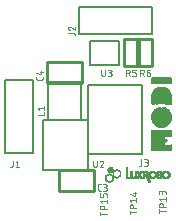
<source format=gbr>
G04 EAGLE Gerber RS-274X export*
G75*
%MOMM*%
%FSLAX34Y34*%
%LPD*%
%INSilkscreen Top*%
%IPPOS*%
%AMOC8*
5,1,8,0,0,1.08239X$1,22.5*%
G01*
%ADD10C,0.200000*%
%ADD11C,0.050800*%
%ADD12C,0.250000*%
%ADD13C,0.254000*%
%ADD14R,0.084800X0.001600*%
%ADD15R,0.004800X0.001600*%
%ADD16R,0.091200X0.001600*%
%ADD17R,0.001600X0.001600*%
%ADD18R,0.096000X0.001600*%
%ADD19R,0.097600X0.001600*%
%ADD20R,0.011200X0.001600*%
%ADD21R,0.024000X0.001600*%
%ADD22R,0.099200X0.001600*%
%ADD23R,0.003200X0.001600*%
%ADD24R,0.038400X0.001600*%
%ADD25R,0.100800X0.001600*%
%ADD26R,0.049600X0.001600*%
%ADD27R,0.102400X0.001600*%
%ADD28R,0.057600X0.001600*%
%ADD29R,0.104000X0.001600*%
%ADD30R,0.064000X0.001600*%
%ADD31R,0.105600X0.001600*%
%ADD32R,0.070400X0.001600*%
%ADD33R,0.076800X0.001600*%
%ADD34R,0.107200X0.001600*%
%ADD35R,0.081600X0.001600*%
%ADD36R,0.088000X0.001600*%
%ADD37R,0.092800X0.001600*%
%ADD38R,0.110400X0.001600*%
%ADD39R,0.115200X0.001600*%
%ADD40R,0.120000X0.001600*%
%ADD41R,0.126400X0.001600*%
%ADD42R,0.131200X0.001600*%
%ADD43R,0.137600X0.001600*%
%ADD44R,0.142400X0.001600*%
%ADD45R,0.148800X0.001600*%
%ADD46R,0.153600X0.001600*%
%ADD47R,0.160000X0.001600*%
%ADD48R,0.164800X0.001600*%
%ADD49R,0.073600X0.001600*%
%ADD50R,0.075200X0.001600*%
%ADD51R,0.108800X0.001600*%
%ADD52R,0.072000X0.001600*%
%ADD53R,0.068800X0.001600*%
%ADD54R,0.067200X0.001600*%
%ADD55R,0.065600X0.001600*%
%ADD56R,0.062400X0.001600*%
%ADD57R,0.060800X0.001600*%
%ADD58R,0.059200X0.001600*%
%ADD59R,0.056000X0.001600*%
%ADD60R,0.054400X0.001600*%
%ADD61R,0.051200X0.001600*%
%ADD62R,0.052800X0.001600*%
%ADD63R,0.048000X0.001600*%
%ADD64R,0.046400X0.001600*%
%ADD65R,0.044800X0.001600*%
%ADD66R,0.043200X0.001600*%
%ADD67R,0.041600X0.001600*%
%ADD68R,0.040000X0.001600*%
%ADD69R,0.036800X0.001600*%
%ADD70R,0.006400X0.001600*%
%ADD71R,0.017600X0.001600*%
%ADD72R,0.080000X0.001600*%
%ADD73R,0.318400X0.001600*%
%ADD74R,0.094400X0.001600*%
%ADD75R,0.248000X0.001600*%
%ADD76R,0.008000X0.001600*%
%ADD77R,0.121600X0.001600*%
%ADD78R,0.152000X0.001600*%
%ADD79R,0.262400X0.001600*%
%ADD80R,0.134400X0.001600*%
%ADD81R,0.270400X0.001600*%
%ADD82R,0.144000X0.001600*%
%ADD83R,0.177600X0.001600*%
%ADD84R,0.276800X0.001600*%
%ADD85R,0.187200X0.001600*%
%ADD86R,0.283200X0.001600*%
%ADD87R,0.161600X0.001600*%
%ADD88R,0.198400X0.001600*%
%ADD89R,0.288000X0.001600*%
%ADD90R,0.169600X0.001600*%
%ADD91R,0.208000X0.001600*%
%ADD92R,0.292800X0.001600*%
%ADD93R,0.176000X0.001600*%
%ADD94R,0.217600X0.001600*%
%ADD95R,0.297600X0.001600*%
%ADD96R,0.184000X0.001600*%
%ADD97R,0.225600X0.001600*%
%ADD98R,0.300800X0.001600*%
%ADD99R,0.192000X0.001600*%
%ADD100R,0.235200X0.001600*%
%ADD101R,0.305600X0.001600*%
%ADD102R,0.241600X0.001600*%
%ADD103R,0.308800X0.001600*%
%ADD104R,0.204800X0.001600*%
%ADD105R,0.249600X0.001600*%
%ADD106R,0.312000X0.001600*%
%ADD107R,0.211200X0.001600*%
%ADD108R,0.257600X0.001600*%
%ADD109R,0.315200X0.001600*%
%ADD110R,0.216000X0.001600*%
%ADD111R,0.264000X0.001600*%
%ADD112R,0.220800X0.001600*%
%ADD113R,0.320000X0.001600*%
%ADD114R,0.272000X0.001600*%
%ADD115R,0.227200X0.001600*%
%ADD116R,0.278400X0.001600*%
%ADD117R,0.323200X0.001600*%
%ADD118R,0.232000X0.001600*%
%ADD119R,0.284800X0.001600*%
%ADD120R,0.326400X0.001600*%
%ADD121R,0.236800X0.001600*%
%ADD122R,0.289600X0.001600*%
%ADD123R,0.328000X0.001600*%
%ADD124R,0.291200X0.001600*%
%ADD125R,0.296000X0.001600*%
%ADD126R,0.331200X0.001600*%
%ADD127R,0.246400X0.001600*%
%ADD128R,0.302400X0.001600*%
%ADD129R,0.332800X0.001600*%
%ADD130R,0.251200X0.001600*%
%ADD131R,0.336000X0.001600*%
%ADD132R,0.256000X0.001600*%
%ADD133R,0.337600X0.001600*%
%ADD134R,0.313600X0.001600*%
%ADD135R,0.260800X0.001600*%
%ADD136R,0.339200X0.001600*%
%ADD137R,0.265600X0.001600*%
%ADD138R,0.324800X0.001600*%
%ADD139R,0.342400X0.001600*%
%ADD140R,0.268800X0.001600*%
%ADD141R,0.344000X0.001600*%
%ADD142R,0.329600X0.001600*%
%ADD143R,0.334400X0.001600*%
%ADD144R,0.345600X0.001600*%
%ADD145R,0.340800X0.001600*%
%ADD146R,0.347200X0.001600*%
%ADD147R,0.281600X0.001600*%
%ADD148R,0.348800X0.001600*%
%ADD149R,0.350400X0.001600*%
%ADD150R,0.355200X0.001600*%
%ADD151R,0.353600X0.001600*%
%ADD152R,0.360000X0.001600*%
%ADD153R,0.363200X0.001600*%
%ADD154R,0.356800X0.001600*%
%ADD155R,0.299200X0.001600*%
%ADD156R,0.368000X0.001600*%
%ADD157R,0.358400X0.001600*%
%ADD158R,0.372800X0.001600*%
%ADD159R,0.020800X0.001600*%
%ADD160R,0.376000X0.001600*%
%ADD161R,0.361600X0.001600*%
%ADD162R,0.377600X0.001600*%
%ADD163R,0.310400X0.001600*%
%ADD164R,0.382400X0.001600*%
%ADD165R,0.380800X0.001600*%
%ADD166R,0.385600X0.001600*%
%ADD167R,0.364800X0.001600*%
%ADD168R,0.316800X0.001600*%
%ADD169R,0.388800X0.001600*%
%ADD170R,0.366400X0.001600*%
%ADD171R,0.393600X0.001600*%
%ADD172R,0.398400X0.001600*%
%ADD173R,0.401600X0.001600*%
%ADD174R,0.369600X0.001600*%
%ADD175R,0.404800X0.001600*%
%ADD176R,0.371200X0.001600*%
%ADD177R,0.408000X0.001600*%
%ADD178R,0.409600X0.001600*%
%ADD179R,0.412800X0.001600*%
%ADD180R,0.374400X0.001600*%
%ADD181R,0.417600X0.001600*%
%ADD182R,0.416000X0.001600*%
%ADD183R,0.420800X0.001600*%
%ADD184R,0.424000X0.001600*%
%ADD185R,0.113600X0.001600*%
%ADD186R,0.427200X0.001600*%
%ADD187R,0.379200X0.001600*%
%ADD188R,0.430400X0.001600*%
%ADD189R,0.123200X0.001600*%
%ADD190R,0.307200X0.001600*%
%ADD191R,0.433600X0.001600*%
%ADD192R,0.129600X0.001600*%
%ADD193R,0.352000X0.001600*%
%ADD194R,0.436800X0.001600*%
%ADD195R,0.136000X0.001600*%
%ADD196R,0.304000X0.001600*%
%ADD197R,0.440000X0.001600*%
%ADD198R,0.384000X0.001600*%
%ADD199R,0.441600X0.001600*%
%ADD200R,0.443200X0.001600*%
%ADD201R,0.444800X0.001600*%
%ADD202R,0.145600X0.001600*%
%ADD203R,0.448000X0.001600*%
%ADD204R,0.451200X0.001600*%
%ADD205R,0.387200X0.001600*%
%ADD206R,0.158400X0.001600*%
%ADD207R,0.454400X0.001600*%
%ADD208R,0.166400X0.001600*%
%ADD209R,0.206400X0.001600*%
%ADD210R,0.156800X0.001600*%
%ADD211R,0.193600X0.001600*%
%ADD212R,0.014400X0.001600*%
%ADD213R,0.185600X0.001600*%
%ADD214R,0.390400X0.001600*%
%ADD215R,0.147200X0.001600*%
%ADD216R,0.179200X0.001600*%
%ADD217R,0.174400X0.001600*%
%ADD218R,0.140800X0.001600*%
%ADD219R,0.171200X0.001600*%
%ADD220R,0.139200X0.001600*%
%ADD221R,0.168000X0.001600*%
%ADD222R,0.132800X0.001600*%
%ADD223R,0.163200X0.001600*%
%ADD224R,0.124800X0.001600*%
%ADD225R,0.155200X0.001600*%
%ADD226R,0.128000X0.001600*%
%ADD227R,0.150400X0.001600*%
%ADD228R,0.118400X0.001600*%
%ADD229R,0.116800X0.001600*%
%ADD230R,0.112000X0.001600*%
%ADD231R,0.078400X0.001600*%
%ADD232R,0.089600X0.001600*%
%ADD233R,0.035200X0.001600*%
%ADD234R,0.219200X0.001600*%
%ADD235R,0.214400X0.001600*%
%ADD236R,0.209600X0.001600*%
%ADD237R,0.201600X0.001600*%
%ADD238R,0.200000X0.001600*%
%ADD239R,0.196800X0.001600*%
%ADD240R,0.195200X0.001600*%
%ADD241R,0.188800X0.001600*%
%ADD242R,0.016000X0.001600*%
%ADD243R,0.032000X0.001600*%
%ADD244R,0.182400X0.001600*%
%ADD245R,0.172800X0.001600*%
%ADD246R,0.203200X0.001600*%
%ADD247R,0.212800X0.001600*%
%ADD248R,0.033600X0.001600*%
%ADD249R,0.009600X0.001600*%
%ADD250R,0.224000X0.001600*%
%ADD251R,0.230400X0.001600*%
%ADD252R,0.243200X0.001600*%
%ADD253R,0.452800X0.001600*%
%ADD254R,0.449600X0.001600*%
%ADD255R,0.446400X0.001600*%
%ADD256R,0.083200X0.001600*%
%ADD257R,0.180800X0.001600*%
%ADD258R,0.425600X0.001600*%
%ADD259R,0.422400X0.001600*%
%ADD260R,0.419200X0.001600*%
%ADD261R,0.414400X0.001600*%
%ADD262R,0.411200X0.001600*%
%ADD263R,0.400000X0.001600*%
%ADD264R,0.395200X0.001600*%
%ADD265R,0.396800X0.001600*%
%ADD266R,0.392000X0.001600*%
%ADD267R,0.294400X0.001600*%
%ADD268R,0.321600X0.001600*%
%ADD269R,0.086400X0.001600*%
%ADD270R,0.254400X0.001600*%
%ADD271R,0.275200X0.001600*%
%ADD272R,0.240000X0.001600*%
%ADD273R,0.222400X0.001600*%
%ADD274R,0.280000X0.001600*%
%ADD275R,0.244800X0.001600*%
%ADD276R,0.273600X0.001600*%
%ADD277R,0.238400X0.001600*%
%ADD278R,0.030400X0.001600*%
%ADD279R,0.019200X0.001600*%
%ADD280R,0.022400X0.001600*%
%ADD281R,0.005500X0.429000*%
%ADD282R,0.005500X0.429100*%
%ADD283R,0.005500X0.082500*%
%ADD284R,0.005500X0.550000*%
%ADD285R,0.005500X0.352000*%
%ADD286R,0.005500X0.005600*%
%ADD287R,0.005500X0.011000*%
%ADD288R,0.005500X0.027400*%
%ADD289R,0.005500X0.027500*%
%ADD290R,0.005500X0.005500*%
%ADD291R,0.005500X0.005400*%
%ADD292R,0.005500X0.439900*%
%ADD293R,0.005500X0.434400*%
%ADD294R,0.005500X0.159500*%
%ADD295R,0.005500X0.605000*%
%ADD296R,0.005500X0.379500*%
%ADD297R,0.005500X0.021900*%
%ADD298R,0.005500X0.016500*%
%ADD299R,0.005500X0.016400*%
%ADD300R,0.005500X0.456500*%
%ADD301R,0.005500X0.450900*%
%ADD302R,0.005500X0.247500*%
%ADD303R,0.005500X0.660100*%
%ADD304R,0.005500X0.407000*%
%ADD305R,0.005500X0.016600*%
%ADD306R,0.005500X0.462000*%
%ADD307R,0.005500X0.461900*%
%ADD308R,0.005500X0.313500*%
%ADD309R,0.005500X0.704000*%
%ADD310R,0.005500X0.467500*%
%ADD311R,0.005500X0.467400*%
%ADD312R,0.005500X0.368500*%
%ADD313R,0.005500X0.737000*%
%ADD314R,0.005500X0.440000*%
%ADD315R,0.005500X0.011100*%
%ADD316R,0.005500X0.473000*%
%ADD317R,0.005500X0.472900*%
%ADD318R,0.005500X0.412500*%
%ADD319R,0.005500X0.764500*%
%ADD320R,0.005500X0.451000*%
%ADD321R,0.005500X0.478500*%
%ADD322R,0.005500X0.478400*%
%ADD323R,0.005500X0.456400*%
%ADD324R,0.005500X0.792000*%
%ADD325R,0.005500X0.484000*%
%ADD326R,0.005500X0.489500*%
%ADD327R,0.005500X0.814000*%
%ADD328R,0.005500X0.527900*%
%ADD329R,0.005500X0.836000*%
%ADD330R,0.005500X0.489400*%
%ADD331R,0.005500X0.561000*%
%ADD332R,0.005500X0.852500*%
%ADD333R,0.005500X0.494900*%
%ADD334R,0.005500X0.588600*%
%ADD335R,0.005500X0.869000*%
%ADD336R,0.005500X0.621400*%
%ADD337R,0.005500X0.891000*%
%ADD338R,0.005500X0.495000*%
%ADD339R,0.005500X0.643500*%
%ADD340R,0.005500X0.902000*%
%ADD341R,0.005500X0.500500*%
%ADD342R,0.005500X0.671000*%
%ADD343R,0.005500X0.918500*%
%ADD344R,0.005500X0.698400*%
%ADD345R,0.005500X0.929500*%
%ADD346R,0.005500X0.720500*%
%ADD347R,0.005500X0.940500*%
%ADD348R,0.005500X0.742500*%
%ADD349R,0.005500X0.951500*%
%ADD350R,0.005500X0.962500*%
%ADD351R,0.005500X0.786400*%
%ADD352R,0.005500X0.973500*%
%ADD353R,0.005500X0.808500*%
%ADD354R,0.005500X0.984600*%
%ADD355R,0.005500X0.825000*%
%ADD356R,0.005500X0.990000*%
%ADD357R,0.005500X0.841500*%
%ADD358R,0.005500X1.001000*%
%ADD359R,0.005500X0.863400*%
%ADD360R,0.005500X1.012000*%
%ADD361R,0.005500X0.880000*%
%ADD362R,0.005500X1.017500*%
%ADD363R,0.005500X0.896500*%
%ADD364R,0.005500X1.028500*%
%ADD365R,0.005500X0.913000*%
%ADD366R,0.005500X1.039500*%
%ADD367R,0.005500X1.045000*%
%ADD368R,0.005500X0.946000*%
%ADD369R,0.005500X1.056000*%
%ADD370R,0.005500X1.061500*%
%ADD371R,0.005500X1.067000*%
%ADD372R,0.005500X0.995600*%
%ADD373R,0.005500X1.078000*%
%ADD374R,0.005500X1.006500*%
%ADD375R,0.005500X1.083500*%
%ADD376R,0.005500X1.017400*%
%ADD377R,0.005500X1.089000*%
%ADD378R,0.005500X1.100000*%
%ADD379R,0.005500X1.050500*%
%ADD380R,0.005500X1.105500*%
%ADD381R,0.005500X1.111100*%
%ADD382R,0.005500X1.072500*%
%ADD383R,0.005500X1.116500*%
%ADD384R,0.005500X1.088900*%
%ADD385R,0.005500X1.122000*%
%ADD386R,0.005500X1.099900*%
%ADD387R,0.005500X1.133000*%
%ADD388R,0.005500X1.138500*%
%ADD389R,0.005500X1.127500*%
%ADD390R,0.005500X1.144000*%
%ADD391R,0.005500X1.149600*%
%ADD392R,0.005500X1.149500*%
%ADD393R,0.005500X1.155000*%
%ADD394R,0.005500X1.160500*%
%ADD395R,0.005500X1.171500*%
%ADD396R,0.005500X1.166000*%
%ADD397R,0.005500X1.182400*%
%ADD398R,0.005500X1.193500*%
%ADD399R,0.005500X1.177000*%
%ADD400R,0.005500X1.204500*%
%ADD401R,0.005500X1.182500*%
%ADD402R,0.005500X1.215500*%
%ADD403R,0.005500X1.188100*%
%ADD404R,0.005500X1.226500*%
%ADD405R,0.005500X1.237600*%
%ADD406R,0.005500X1.199100*%
%ADD407R,0.005500X1.248500*%
%ADD408R,0.005500X1.253900*%
%ADD409R,0.005500X1.210000*%
%ADD410R,0.005500X1.264900*%
%ADD411R,0.005500X1.270400*%
%ADD412R,0.005500X1.281500*%
%ADD413R,0.005500X1.221000*%
%ADD414R,0.005500X1.292500*%
%ADD415R,0.005500X1.226600*%
%ADD416R,0.005500X1.303500*%
%ADD417R,0.005500X1.232000*%
%ADD418R,0.005500X1.309000*%
%ADD419R,0.005500X1.314500*%
%ADD420R,0.005500X1.325500*%
%ADD421R,0.005500X1.243000*%
%ADD422R,0.005500X1.336400*%
%ADD423R,0.005500X1.347400*%
%ADD424R,0.005500X1.254000*%
%ADD425R,0.005500X1.358500*%
%ADD426R,0.005500X1.259500*%
%ADD427R,0.005500X1.369500*%
%ADD428R,0.005500X1.265000*%
%ADD429R,0.005500X1.375000*%
%ADD430R,0.005500X1.270500*%
%ADD431R,0.005500X1.380500*%
%ADD432R,0.005500X0.038500*%
%ADD433R,0.005500X1.391500*%
%ADD434R,0.005500X1.276100*%
%ADD435R,0.005500X0.071500*%
%ADD436R,0.005500X1.397000*%
%ADD437R,0.005500X0.093400*%
%ADD438R,0.005500X1.402500*%
%ADD439R,0.005500X0.110000*%
%ADD440R,0.005500X1.413500*%
%ADD441R,0.005500X1.287000*%
%ADD442R,0.005500X0.121000*%
%ADD443R,0.005500X1.418900*%
%ADD444R,0.005500X0.132000*%
%ADD445R,0.005500X1.424400*%
%ADD446R,0.005500X0.143000*%
%ADD447R,0.005500X1.435500*%
%ADD448R,0.005500X1.298000*%
%ADD449R,0.005500X0.154000*%
%ADD450R,0.005500X0.165000*%
%ADD451R,0.005500X1.446500*%
%ADD452R,0.005500X0.176000*%
%ADD453R,0.005500X1.452000*%
%ADD454R,0.005500X0.187000*%
%ADD455R,0.005500X1.457500*%
%ADD456R,0.005500X0.198000*%
%ADD457R,0.005500X1.463000*%
%ADD458R,0.005500X1.314600*%
%ADD459R,0.005500X0.209000*%
%ADD460R,0.005500X1.468500*%
%ADD461R,0.005500X0.219900*%
%ADD462R,0.005500X1.474000*%
%ADD463R,0.005500X1.320000*%
%ADD464R,0.005500X0.231000*%
%ADD465R,0.005500X1.479600*%
%ADD466R,0.005500X0.242000*%
%ADD467R,0.005500X1.490500*%
%ADD468R,0.005500X0.253000*%
%ADD469R,0.005500X0.264000*%
%ADD470R,0.005500X1.501400*%
%ADD471R,0.005500X1.331000*%
%ADD472R,0.005500X0.275000*%
%ADD473R,0.005500X0.286000*%
%ADD474R,0.005500X1.512400*%
%ADD475R,0.005500X1.336500*%
%ADD476R,0.005500X0.297000*%
%ADD477R,0.005500X0.308000*%
%ADD478R,0.005500X1.518000*%
%ADD479R,0.005500X1.342000*%
%ADD480R,0.005500X0.319000*%
%ADD481R,0.005500X1.523500*%
%ADD482R,0.005500X0.330000*%
%ADD483R,0.005500X1.529000*%
%ADD484R,0.005500X0.340900*%
%ADD485R,0.005500X1.534500*%
%ADD486R,0.005500X1.347500*%
%ADD487R,0.005500X0.352100*%
%ADD488R,0.005500X0.362900*%
%ADD489R,0.005500X1.545500*%
%ADD490R,0.005500X1.353100*%
%ADD491R,0.005500X0.374000*%
%ADD492R,0.005500X0.385100*%
%ADD493R,0.005500X1.551000*%
%ADD494R,0.005500X0.396000*%
%ADD495R,0.005500X1.556500*%
%ADD496R,0.005500X0.418000*%
%ADD497R,0.005500X1.567500*%
%ADD498R,0.005500X1.364000*%
%ADD499R,0.005500X1.578400*%
%ADD500R,0.005500X0.473100*%
%ADD501R,0.005500X1.583900*%
%ADD502R,0.005500X0.483900*%
%ADD503R,0.005500X1.589400*%
%ADD504R,0.005500X0.506000*%
%ADD505R,0.005500X0.511500*%
%ADD506R,0.005500X0.517000*%
%ADD507R,0.005500X1.600500*%
%ADD508R,0.005500X0.528000*%
%ADD509R,0.005500X0.010900*%
%ADD510R,0.005500X0.550100*%
%ADD511R,0.005500X1.666500*%
%ADD512R,0.005500X1.606000*%
%ADD513R,0.005500X1.386000*%
%ADD514R,0.005500X1.611500*%
%ADD515R,0.005500X1.617000*%
%ADD516R,0.005500X1.391600*%
%ADD517R,0.005500X1.622500*%
%ADD518R,0.005500X1.628000*%
%ADD519R,0.005500X1.633500*%
%ADD520R,0.005500X1.639000*%
%ADD521R,0.005500X1.644500*%
%ADD522R,0.005500X1.650000*%
%ADD523R,0.005500X1.408000*%
%ADD524R,0.005500X1.655500*%
%ADD525R,0.005500X1.661000*%
%ADD526R,0.005500X1.595000*%
%ADD527R,0.005500X1.562000*%
%ADD528R,0.005500X1.540000*%
%ADD529R,0.005500X1.506900*%
%ADD530R,0.005500X1.495900*%
%ADD531R,0.005500X1.485100*%
%ADD532R,0.005500X1.430000*%
%ADD533R,0.005500X1.341900*%
%ADD534R,0.005500X1.259400*%
%ADD535R,0.005500X1.243100*%
%ADD536R,0.005500X1.111000*%
%ADD537R,0.005500X1.094400*%
%ADD538R,0.005500X1.028400*%
%ADD539R,0.005500X1.094500*%
%ADD540R,0.005500X0.984500*%
%ADD541R,0.005500X1.072600*%
%ADD542R,0.005500X0.957000*%
%ADD543R,0.005500X0.940400*%
%ADD544R,0.005500X0.907500*%
%ADD545R,0.005500X1.034100*%
%ADD546R,0.005500X0.874500*%
%ADD547R,0.005500X0.852400*%
%ADD548R,0.005500X0.819500*%
%ADD549R,0.005500X0.797500*%
%ADD550R,0.005500X0.979000*%
%ADD551R,0.005500X0.775400*%
%ADD552R,0.005500X0.968000*%
%ADD553R,0.005500X0.759100*%
%ADD554R,0.005500X0.957100*%
%ADD555R,0.005500X0.946100*%
%ADD556R,0.005500X0.709500*%
%ADD557R,0.005500X0.935000*%
%ADD558R,0.005500X0.687500*%
%ADD559R,0.005500X0.924000*%
%ADD560R,0.005500X0.665500*%
%ADD561R,0.005500X1.660900*%
%ADD562R,0.005500X0.638000*%
%ADD563R,0.005500X1.655400*%
%ADD564R,0.005500X0.610500*%
%ADD565R,0.005500X0.885500*%
%ADD566R,0.005500X0.583000*%
%ADD567R,0.005500X0.863600*%
%ADD568R,0.005500X1.644600*%
%ADD569R,0.005500X0.522500*%
%ADD570R,0.005500X0.830500*%
%ADD571R,0.005500X0.445500*%
%ADD572R,0.005500X0.786500*%
%ADD573R,0.005500X0.401500*%
%ADD574R,0.005500X0.759000*%
%ADD575R,0.005500X0.357500*%
%ADD576R,0.005500X0.731500*%
%ADD577R,0.005500X0.434500*%
%ADD578R,0.005500X1.589500*%
%ADD579R,0.005500X0.302500*%
%ADD580R,0.005500X0.693000*%
%ADD581R,0.005500X0.022000*%
%ADD582R,0.005500X0.022100*%
%ADD583R,0.005500X0.225500*%
%ADD584R,0.005500X0.649000*%
%ADD585R,0.005500X0.395900*%
%ADD586R,0.005500X0.033000*%
%ADD587R,0.005500X0.363000*%


D10*
X27000Y58000D02*
X4000Y58000D01*
X4000Y120000D01*
X27000Y120000D01*
X27000Y58000D01*
D11*
X10085Y51746D02*
X10085Y47474D01*
X10084Y47474D02*
X10082Y47406D01*
X10076Y47337D01*
X10067Y47270D01*
X10053Y47203D01*
X10036Y47136D01*
X10016Y47071D01*
X9991Y47007D01*
X9963Y46945D01*
X9932Y46884D01*
X9897Y46825D01*
X9859Y46768D01*
X9818Y46713D01*
X9774Y46661D01*
X9727Y46611D01*
X9677Y46564D01*
X9625Y46520D01*
X9570Y46479D01*
X9513Y46441D01*
X9454Y46406D01*
X9393Y46375D01*
X9331Y46347D01*
X9267Y46322D01*
X9202Y46302D01*
X9135Y46285D01*
X9068Y46271D01*
X9001Y46262D01*
X8932Y46256D01*
X8864Y46254D01*
X8254Y46254D01*
X12591Y50526D02*
X14116Y51746D01*
X14116Y46254D01*
X12591Y46254D02*
X15642Y46254D01*
D10*
X66000Y159000D02*
X66000Y182000D01*
X128000Y182000D01*
X128000Y159000D01*
X66000Y159000D01*
D11*
X61526Y159585D02*
X57254Y159585D01*
X61526Y159584D02*
X61594Y159582D01*
X61663Y159576D01*
X61730Y159567D01*
X61797Y159553D01*
X61864Y159536D01*
X61929Y159516D01*
X61993Y159491D01*
X62055Y159463D01*
X62116Y159432D01*
X62175Y159397D01*
X62232Y159359D01*
X62287Y159318D01*
X62339Y159274D01*
X62389Y159227D01*
X62436Y159177D01*
X62480Y159125D01*
X62521Y159070D01*
X62559Y159013D01*
X62594Y158954D01*
X62625Y158893D01*
X62653Y158831D01*
X62678Y158767D01*
X62698Y158702D01*
X62715Y158635D01*
X62729Y158568D01*
X62738Y158501D01*
X62744Y158432D01*
X62746Y158364D01*
X62746Y157754D01*
X57254Y163769D02*
X57256Y163841D01*
X57262Y163913D01*
X57271Y163984D01*
X57284Y164054D01*
X57301Y164124D01*
X57321Y164193D01*
X57345Y164261D01*
X57373Y164327D01*
X57404Y164392D01*
X57438Y164456D01*
X57476Y164517D01*
X57516Y164576D01*
X57560Y164633D01*
X57607Y164688D01*
X57656Y164740D01*
X57708Y164789D01*
X57763Y164836D01*
X57820Y164880D01*
X57879Y164920D01*
X57941Y164958D01*
X58004Y164992D01*
X58069Y165023D01*
X58135Y165051D01*
X58203Y165075D01*
X58272Y165095D01*
X58342Y165112D01*
X58412Y165125D01*
X58483Y165134D01*
X58555Y165140D01*
X58627Y165142D01*
X57254Y163769D02*
X57256Y163687D01*
X57262Y163605D01*
X57271Y163523D01*
X57285Y163442D01*
X57302Y163362D01*
X57322Y163282D01*
X57347Y163204D01*
X57375Y163127D01*
X57407Y163051D01*
X57442Y162977D01*
X57481Y162904D01*
X57522Y162834D01*
X57568Y162765D01*
X57616Y162699D01*
X57667Y162634D01*
X57722Y162573D01*
X57779Y162514D01*
X57839Y162457D01*
X57901Y162404D01*
X57966Y162353D01*
X58033Y162306D01*
X58102Y162262D01*
X58173Y162221D01*
X58246Y162183D01*
X58321Y162149D01*
X58397Y162118D01*
X58475Y162091D01*
X59695Y164684D02*
X59642Y164737D01*
X59587Y164787D01*
X59529Y164834D01*
X59469Y164878D01*
X59406Y164919D01*
X59342Y164957D01*
X59276Y164992D01*
X59208Y165023D01*
X59139Y165050D01*
X59068Y165075D01*
X58996Y165095D01*
X58924Y165112D01*
X58850Y165125D01*
X58776Y165134D01*
X58702Y165140D01*
X58627Y165142D01*
X59695Y164684D02*
X62746Y162091D01*
X62746Y165142D01*
D10*
X74000Y116000D02*
X74000Y57000D01*
X74000Y116000D02*
X120000Y116000D01*
X120000Y57000D01*
X74000Y57000D01*
D11*
X119085Y52746D02*
X119085Y48474D01*
X119084Y48474D02*
X119082Y48406D01*
X119076Y48337D01*
X119067Y48270D01*
X119053Y48203D01*
X119036Y48136D01*
X119016Y48071D01*
X118991Y48007D01*
X118963Y47945D01*
X118932Y47884D01*
X118897Y47825D01*
X118859Y47768D01*
X118818Y47713D01*
X118774Y47661D01*
X118727Y47611D01*
X118677Y47564D01*
X118625Y47520D01*
X118570Y47479D01*
X118513Y47441D01*
X118454Y47406D01*
X118393Y47375D01*
X118331Y47347D01*
X118267Y47322D01*
X118202Y47302D01*
X118135Y47285D01*
X118068Y47271D01*
X118001Y47262D01*
X117932Y47256D01*
X117864Y47254D01*
X117254Y47254D01*
X121591Y47254D02*
X123116Y47254D01*
X123193Y47256D01*
X123270Y47262D01*
X123347Y47272D01*
X123423Y47285D01*
X123498Y47303D01*
X123573Y47324D01*
X123646Y47349D01*
X123718Y47378D01*
X123788Y47410D01*
X123857Y47446D01*
X123923Y47485D01*
X123988Y47528D01*
X124050Y47573D01*
X124110Y47622D01*
X124167Y47674D01*
X124222Y47729D01*
X124274Y47786D01*
X124323Y47846D01*
X124368Y47908D01*
X124411Y47973D01*
X124450Y48039D01*
X124486Y48108D01*
X124518Y48178D01*
X124547Y48250D01*
X124572Y48323D01*
X124593Y48398D01*
X124611Y48473D01*
X124624Y48549D01*
X124634Y48626D01*
X124640Y48703D01*
X124642Y48780D01*
X124640Y48857D01*
X124634Y48934D01*
X124624Y49011D01*
X124611Y49087D01*
X124593Y49162D01*
X124572Y49237D01*
X124547Y49310D01*
X124518Y49382D01*
X124486Y49452D01*
X124450Y49521D01*
X124411Y49587D01*
X124368Y49652D01*
X124323Y49714D01*
X124274Y49774D01*
X124222Y49831D01*
X124167Y49886D01*
X124110Y49938D01*
X124050Y49987D01*
X123988Y50032D01*
X123923Y50075D01*
X123857Y50114D01*
X123788Y50150D01*
X123718Y50182D01*
X123646Y50211D01*
X123573Y50236D01*
X123498Y50257D01*
X123423Y50275D01*
X123347Y50288D01*
X123270Y50298D01*
X123193Y50304D01*
X123116Y50306D01*
X123422Y52746D02*
X121591Y52746D01*
X123422Y52746D02*
X123490Y52744D01*
X123559Y52738D01*
X123626Y52729D01*
X123693Y52715D01*
X123760Y52698D01*
X123825Y52678D01*
X123889Y52653D01*
X123951Y52625D01*
X124012Y52594D01*
X124071Y52559D01*
X124128Y52521D01*
X124183Y52480D01*
X124235Y52436D01*
X124285Y52389D01*
X124332Y52339D01*
X124376Y52287D01*
X124417Y52232D01*
X124455Y52175D01*
X124490Y52116D01*
X124521Y52055D01*
X124549Y51993D01*
X124574Y51929D01*
X124594Y51864D01*
X124611Y51797D01*
X124625Y51730D01*
X124634Y51663D01*
X124640Y51594D01*
X124642Y51526D01*
X124640Y51458D01*
X124634Y51389D01*
X124625Y51322D01*
X124611Y51255D01*
X124594Y51188D01*
X124574Y51123D01*
X124549Y51059D01*
X124521Y50997D01*
X124490Y50936D01*
X124455Y50877D01*
X124417Y50820D01*
X124376Y50765D01*
X124332Y50713D01*
X124285Y50663D01*
X124235Y50616D01*
X124183Y50572D01*
X124128Y50531D01*
X124071Y50493D01*
X124012Y50458D01*
X123951Y50427D01*
X123889Y50399D01*
X123825Y50374D01*
X123760Y50354D01*
X123693Y50337D01*
X123626Y50323D01*
X123559Y50314D01*
X123490Y50308D01*
X123422Y50306D01*
X123422Y50305D02*
X122201Y50305D01*
D12*
X117250Y154250D02*
X104750Y154250D01*
X117250Y154250D02*
X117250Y131750D01*
X104750Y131750D01*
X104750Y154250D01*
D11*
X106254Y128746D02*
X106254Y123254D01*
X106254Y128746D02*
X107780Y128746D01*
X107857Y128744D01*
X107934Y128738D01*
X108011Y128728D01*
X108087Y128715D01*
X108162Y128697D01*
X108237Y128676D01*
X108310Y128651D01*
X108382Y128622D01*
X108452Y128590D01*
X108521Y128554D01*
X108587Y128515D01*
X108652Y128472D01*
X108714Y128427D01*
X108774Y128378D01*
X108831Y128326D01*
X108886Y128271D01*
X108938Y128214D01*
X108987Y128154D01*
X109032Y128092D01*
X109075Y128027D01*
X109114Y127961D01*
X109150Y127892D01*
X109182Y127822D01*
X109211Y127750D01*
X109236Y127677D01*
X109257Y127602D01*
X109275Y127527D01*
X109288Y127451D01*
X109298Y127374D01*
X109304Y127297D01*
X109306Y127220D01*
X109304Y127143D01*
X109298Y127066D01*
X109288Y126989D01*
X109275Y126913D01*
X109257Y126838D01*
X109236Y126763D01*
X109211Y126690D01*
X109182Y126618D01*
X109150Y126548D01*
X109114Y126479D01*
X109075Y126413D01*
X109032Y126348D01*
X108987Y126286D01*
X108938Y126226D01*
X108886Y126169D01*
X108831Y126114D01*
X108774Y126062D01*
X108714Y126013D01*
X108652Y125968D01*
X108587Y125925D01*
X108521Y125886D01*
X108452Y125850D01*
X108382Y125818D01*
X108310Y125789D01*
X108237Y125764D01*
X108162Y125743D01*
X108087Y125725D01*
X108011Y125712D01*
X107934Y125702D01*
X107857Y125696D01*
X107780Y125694D01*
X107780Y125695D02*
X106254Y125695D01*
X108085Y125695D02*
X109305Y123254D01*
X111618Y123254D02*
X113449Y123254D01*
X113517Y123256D01*
X113586Y123262D01*
X113653Y123271D01*
X113720Y123285D01*
X113787Y123302D01*
X113852Y123322D01*
X113916Y123347D01*
X113978Y123375D01*
X114039Y123406D01*
X114098Y123441D01*
X114155Y123479D01*
X114210Y123520D01*
X114262Y123564D01*
X114312Y123611D01*
X114359Y123661D01*
X114403Y123713D01*
X114444Y123768D01*
X114482Y123825D01*
X114517Y123884D01*
X114548Y123945D01*
X114576Y124007D01*
X114601Y124071D01*
X114621Y124136D01*
X114638Y124203D01*
X114652Y124270D01*
X114661Y124337D01*
X114667Y124406D01*
X114669Y124474D01*
X114669Y125085D01*
X114667Y125153D01*
X114661Y125222D01*
X114652Y125289D01*
X114638Y125356D01*
X114621Y125423D01*
X114601Y125488D01*
X114576Y125552D01*
X114548Y125614D01*
X114517Y125675D01*
X114482Y125734D01*
X114444Y125791D01*
X114403Y125846D01*
X114359Y125898D01*
X114312Y125948D01*
X114262Y125995D01*
X114210Y126039D01*
X114155Y126080D01*
X114098Y126118D01*
X114039Y126153D01*
X113978Y126184D01*
X113916Y126212D01*
X113852Y126237D01*
X113787Y126257D01*
X113720Y126274D01*
X113653Y126288D01*
X113586Y126297D01*
X113517Y126303D01*
X113449Y126305D01*
X111618Y126305D01*
X111618Y128746D01*
X114669Y128746D01*
D12*
X115750Y131750D02*
X128250Y131750D01*
X115750Y131750D02*
X115750Y154250D01*
X128250Y154250D01*
X128250Y131750D01*
D11*
X118254Y128746D02*
X118254Y123254D01*
X118254Y128746D02*
X119780Y128746D01*
X119857Y128744D01*
X119934Y128738D01*
X120011Y128728D01*
X120087Y128715D01*
X120162Y128697D01*
X120237Y128676D01*
X120310Y128651D01*
X120382Y128622D01*
X120452Y128590D01*
X120521Y128554D01*
X120587Y128515D01*
X120652Y128472D01*
X120714Y128427D01*
X120774Y128378D01*
X120831Y128326D01*
X120886Y128271D01*
X120938Y128214D01*
X120987Y128154D01*
X121032Y128092D01*
X121075Y128027D01*
X121114Y127961D01*
X121150Y127892D01*
X121182Y127822D01*
X121211Y127750D01*
X121236Y127677D01*
X121257Y127602D01*
X121275Y127527D01*
X121288Y127451D01*
X121298Y127374D01*
X121304Y127297D01*
X121306Y127220D01*
X121304Y127143D01*
X121298Y127066D01*
X121288Y126989D01*
X121275Y126913D01*
X121257Y126838D01*
X121236Y126763D01*
X121211Y126690D01*
X121182Y126618D01*
X121150Y126548D01*
X121114Y126479D01*
X121075Y126413D01*
X121032Y126348D01*
X120987Y126286D01*
X120938Y126226D01*
X120886Y126169D01*
X120831Y126114D01*
X120774Y126062D01*
X120714Y126013D01*
X120652Y125968D01*
X120587Y125925D01*
X120521Y125886D01*
X120452Y125850D01*
X120382Y125818D01*
X120310Y125789D01*
X120237Y125764D01*
X120162Y125743D01*
X120087Y125725D01*
X120011Y125712D01*
X119934Y125702D01*
X119857Y125696D01*
X119780Y125694D01*
X119780Y125695D02*
X118254Y125695D01*
X120085Y125695D02*
X121305Y123254D01*
X123618Y126305D02*
X125449Y126305D01*
X125517Y126303D01*
X125586Y126297D01*
X125653Y126288D01*
X125720Y126274D01*
X125787Y126257D01*
X125852Y126237D01*
X125916Y126212D01*
X125978Y126184D01*
X126039Y126153D01*
X126098Y126118D01*
X126155Y126080D01*
X126210Y126039D01*
X126262Y125995D01*
X126312Y125948D01*
X126359Y125898D01*
X126403Y125846D01*
X126444Y125791D01*
X126482Y125734D01*
X126517Y125675D01*
X126548Y125614D01*
X126576Y125552D01*
X126601Y125488D01*
X126621Y125423D01*
X126638Y125356D01*
X126652Y125289D01*
X126661Y125222D01*
X126667Y125153D01*
X126669Y125085D01*
X126669Y124780D01*
X126670Y124780D02*
X126668Y124703D01*
X126662Y124626D01*
X126652Y124549D01*
X126639Y124473D01*
X126621Y124398D01*
X126600Y124323D01*
X126575Y124250D01*
X126546Y124178D01*
X126514Y124108D01*
X126478Y124039D01*
X126439Y123973D01*
X126396Y123908D01*
X126351Y123846D01*
X126302Y123786D01*
X126250Y123729D01*
X126195Y123674D01*
X126138Y123622D01*
X126078Y123573D01*
X126016Y123528D01*
X125951Y123485D01*
X125885Y123446D01*
X125816Y123410D01*
X125746Y123378D01*
X125674Y123349D01*
X125601Y123324D01*
X125526Y123303D01*
X125451Y123285D01*
X125375Y123272D01*
X125298Y123262D01*
X125221Y123256D01*
X125144Y123254D01*
X125067Y123256D01*
X124990Y123262D01*
X124913Y123272D01*
X124837Y123285D01*
X124762Y123303D01*
X124687Y123324D01*
X124614Y123349D01*
X124542Y123378D01*
X124472Y123410D01*
X124403Y123446D01*
X124337Y123485D01*
X124272Y123528D01*
X124210Y123573D01*
X124150Y123622D01*
X124093Y123674D01*
X124038Y123729D01*
X123986Y123786D01*
X123937Y123846D01*
X123892Y123908D01*
X123849Y123973D01*
X123810Y124039D01*
X123774Y124108D01*
X123742Y124178D01*
X123713Y124250D01*
X123688Y124323D01*
X123667Y124398D01*
X123649Y124473D01*
X123636Y124549D01*
X123626Y124626D01*
X123620Y124703D01*
X123618Y124780D01*
X123618Y126305D01*
X123620Y126403D01*
X123626Y126501D01*
X123636Y126599D01*
X123650Y126697D01*
X123667Y126793D01*
X123689Y126889D01*
X123714Y126984D01*
X123744Y127078D01*
X123777Y127171D01*
X123813Y127262D01*
X123854Y127351D01*
X123898Y127439D01*
X123945Y127525D01*
X123996Y127610D01*
X124050Y127692D01*
X124108Y127771D01*
X124168Y127849D01*
X124232Y127924D01*
X124299Y127996D01*
X124368Y128065D01*
X124440Y128132D01*
X124515Y128196D01*
X124593Y128256D01*
X124672Y128314D01*
X124754Y128368D01*
X124838Y128419D01*
X124925Y128466D01*
X125013Y128510D01*
X125102Y128551D01*
X125193Y128587D01*
X125286Y128620D01*
X125380Y128650D01*
X125475Y128675D01*
X125571Y128697D01*
X125667Y128714D01*
X125765Y128728D01*
X125863Y128738D01*
X125961Y128744D01*
X126059Y128746D01*
D10*
X74000Y44000D02*
X36000Y44000D01*
X36000Y86000D01*
X74000Y86000D01*
X74000Y44000D01*
D11*
X78254Y47780D02*
X78254Y51746D01*
X78254Y47780D02*
X78256Y47703D01*
X78262Y47626D01*
X78272Y47549D01*
X78285Y47473D01*
X78303Y47398D01*
X78324Y47323D01*
X78349Y47250D01*
X78378Y47178D01*
X78410Y47108D01*
X78446Y47039D01*
X78485Y46973D01*
X78528Y46908D01*
X78573Y46846D01*
X78622Y46786D01*
X78674Y46729D01*
X78729Y46674D01*
X78786Y46622D01*
X78846Y46573D01*
X78908Y46528D01*
X78973Y46485D01*
X79039Y46446D01*
X79108Y46410D01*
X79178Y46378D01*
X79250Y46349D01*
X79323Y46324D01*
X79398Y46303D01*
X79473Y46285D01*
X79549Y46272D01*
X79626Y46262D01*
X79703Y46256D01*
X79780Y46254D01*
X79857Y46256D01*
X79934Y46262D01*
X80011Y46272D01*
X80087Y46285D01*
X80162Y46303D01*
X80237Y46324D01*
X80310Y46349D01*
X80382Y46378D01*
X80452Y46410D01*
X80521Y46446D01*
X80587Y46485D01*
X80652Y46528D01*
X80714Y46573D01*
X80774Y46622D01*
X80831Y46674D01*
X80886Y46729D01*
X80938Y46786D01*
X80987Y46846D01*
X81032Y46908D01*
X81075Y46973D01*
X81114Y47039D01*
X81150Y47108D01*
X81182Y47178D01*
X81211Y47250D01*
X81236Y47323D01*
X81257Y47398D01*
X81275Y47473D01*
X81288Y47549D01*
X81298Y47626D01*
X81304Y47703D01*
X81306Y47780D01*
X81305Y47780D02*
X81305Y51746D01*
X85512Y51746D02*
X85584Y51744D01*
X85656Y51738D01*
X85727Y51729D01*
X85797Y51716D01*
X85867Y51699D01*
X85936Y51679D01*
X86004Y51655D01*
X86070Y51627D01*
X86135Y51596D01*
X86199Y51562D01*
X86260Y51524D01*
X86319Y51484D01*
X86376Y51440D01*
X86431Y51393D01*
X86483Y51344D01*
X86532Y51292D01*
X86579Y51237D01*
X86623Y51180D01*
X86663Y51121D01*
X86701Y51060D01*
X86735Y50996D01*
X86766Y50931D01*
X86794Y50865D01*
X86818Y50797D01*
X86838Y50728D01*
X86855Y50658D01*
X86868Y50588D01*
X86877Y50517D01*
X86883Y50445D01*
X86885Y50373D01*
X85512Y51746D02*
X85430Y51744D01*
X85348Y51738D01*
X85266Y51729D01*
X85185Y51715D01*
X85105Y51698D01*
X85025Y51678D01*
X84947Y51653D01*
X84870Y51625D01*
X84794Y51593D01*
X84720Y51558D01*
X84647Y51519D01*
X84577Y51478D01*
X84508Y51432D01*
X84442Y51384D01*
X84377Y51333D01*
X84316Y51278D01*
X84257Y51221D01*
X84200Y51162D01*
X84147Y51099D01*
X84096Y51034D01*
X84049Y50967D01*
X84005Y50898D01*
X83964Y50827D01*
X83926Y50754D01*
X83892Y50679D01*
X83861Y50603D01*
X83834Y50525D01*
X86427Y49305D02*
X86480Y49358D01*
X86530Y49413D01*
X86577Y49471D01*
X86621Y49531D01*
X86662Y49594D01*
X86700Y49658D01*
X86735Y49724D01*
X86766Y49792D01*
X86793Y49861D01*
X86818Y49932D01*
X86838Y50004D01*
X86855Y50076D01*
X86868Y50150D01*
X86877Y50224D01*
X86883Y50298D01*
X86885Y50373D01*
X86427Y49305D02*
X83834Y46254D01*
X86885Y46254D01*
D13*
X79000Y26000D02*
X49000Y26000D01*
X49000Y44000D01*
X79000Y44000D01*
X79000Y26000D01*
D11*
X83474Y26254D02*
X84695Y26254D01*
X83474Y26254D02*
X83406Y26256D01*
X83337Y26262D01*
X83270Y26271D01*
X83203Y26285D01*
X83136Y26302D01*
X83071Y26322D01*
X83007Y26347D01*
X82945Y26375D01*
X82884Y26406D01*
X82825Y26441D01*
X82768Y26479D01*
X82713Y26520D01*
X82661Y26564D01*
X82611Y26611D01*
X82564Y26661D01*
X82520Y26713D01*
X82479Y26768D01*
X82441Y26825D01*
X82406Y26884D01*
X82375Y26945D01*
X82347Y27007D01*
X82322Y27071D01*
X82302Y27136D01*
X82285Y27203D01*
X82271Y27270D01*
X82262Y27337D01*
X82256Y27406D01*
X82254Y27474D01*
X82254Y30526D01*
X82256Y30594D01*
X82262Y30663D01*
X82271Y30730D01*
X82285Y30797D01*
X82302Y30864D01*
X82322Y30929D01*
X82347Y30993D01*
X82375Y31055D01*
X82406Y31116D01*
X82441Y31175D01*
X82479Y31232D01*
X82520Y31287D01*
X82564Y31339D01*
X82611Y31389D01*
X82661Y31436D01*
X82713Y31480D01*
X82768Y31521D01*
X82825Y31559D01*
X82884Y31594D01*
X82945Y31625D01*
X83007Y31653D01*
X83071Y31678D01*
X83136Y31698D01*
X83202Y31715D01*
X83270Y31729D01*
X83337Y31738D01*
X83406Y31744D01*
X83474Y31746D01*
X84695Y31746D01*
X86770Y26254D02*
X88296Y26254D01*
X88373Y26256D01*
X88450Y26262D01*
X88527Y26272D01*
X88603Y26285D01*
X88678Y26303D01*
X88753Y26324D01*
X88826Y26349D01*
X88898Y26378D01*
X88968Y26410D01*
X89037Y26446D01*
X89103Y26485D01*
X89168Y26528D01*
X89230Y26573D01*
X89290Y26622D01*
X89347Y26674D01*
X89402Y26729D01*
X89454Y26786D01*
X89503Y26846D01*
X89548Y26908D01*
X89591Y26973D01*
X89630Y27039D01*
X89666Y27108D01*
X89698Y27178D01*
X89727Y27250D01*
X89752Y27323D01*
X89773Y27398D01*
X89791Y27473D01*
X89804Y27549D01*
X89814Y27626D01*
X89820Y27703D01*
X89822Y27780D01*
X89820Y27857D01*
X89814Y27934D01*
X89804Y28011D01*
X89791Y28087D01*
X89773Y28162D01*
X89752Y28237D01*
X89727Y28310D01*
X89698Y28382D01*
X89666Y28452D01*
X89630Y28521D01*
X89591Y28587D01*
X89548Y28652D01*
X89503Y28714D01*
X89454Y28774D01*
X89402Y28831D01*
X89347Y28886D01*
X89290Y28938D01*
X89230Y28987D01*
X89168Y29032D01*
X89103Y29075D01*
X89037Y29114D01*
X88968Y29150D01*
X88898Y29182D01*
X88826Y29211D01*
X88753Y29236D01*
X88678Y29257D01*
X88603Y29275D01*
X88527Y29288D01*
X88450Y29298D01*
X88373Y29304D01*
X88296Y29306D01*
X88601Y31746D02*
X86770Y31746D01*
X88601Y31746D02*
X88669Y31744D01*
X88738Y31738D01*
X88805Y31729D01*
X88872Y31715D01*
X88939Y31698D01*
X89004Y31678D01*
X89068Y31653D01*
X89130Y31625D01*
X89191Y31594D01*
X89250Y31559D01*
X89307Y31521D01*
X89362Y31480D01*
X89414Y31436D01*
X89464Y31389D01*
X89511Y31339D01*
X89555Y31287D01*
X89596Y31232D01*
X89634Y31175D01*
X89669Y31116D01*
X89700Y31055D01*
X89728Y30993D01*
X89753Y30929D01*
X89773Y30864D01*
X89790Y30797D01*
X89804Y30730D01*
X89813Y30663D01*
X89819Y30594D01*
X89821Y30526D01*
X89819Y30458D01*
X89813Y30389D01*
X89804Y30322D01*
X89790Y30255D01*
X89773Y30188D01*
X89753Y30123D01*
X89728Y30059D01*
X89700Y29997D01*
X89669Y29936D01*
X89634Y29877D01*
X89596Y29820D01*
X89555Y29765D01*
X89511Y29713D01*
X89464Y29663D01*
X89414Y29616D01*
X89362Y29572D01*
X89307Y29531D01*
X89250Y29493D01*
X89191Y29458D01*
X89130Y29427D01*
X89068Y29399D01*
X89004Y29374D01*
X88939Y29354D01*
X88872Y29337D01*
X88805Y29323D01*
X88738Y29314D01*
X88669Y29308D01*
X88601Y29306D01*
X88601Y29305D02*
X87380Y29305D01*
D13*
X69000Y135000D02*
X39000Y135000D01*
X69000Y135000D02*
X69000Y117000D01*
X39000Y117000D01*
X39000Y135000D01*
D11*
X35746Y122695D02*
X35746Y121474D01*
X35744Y121406D01*
X35738Y121337D01*
X35729Y121270D01*
X35715Y121203D01*
X35698Y121136D01*
X35678Y121071D01*
X35653Y121007D01*
X35625Y120945D01*
X35594Y120884D01*
X35559Y120825D01*
X35521Y120768D01*
X35480Y120713D01*
X35436Y120661D01*
X35389Y120611D01*
X35339Y120564D01*
X35287Y120520D01*
X35232Y120479D01*
X35175Y120441D01*
X35116Y120406D01*
X35055Y120375D01*
X34993Y120347D01*
X34929Y120322D01*
X34864Y120302D01*
X34797Y120285D01*
X34730Y120271D01*
X34663Y120262D01*
X34594Y120256D01*
X34526Y120254D01*
X31474Y120254D01*
X31406Y120256D01*
X31337Y120262D01*
X31269Y120271D01*
X31202Y120285D01*
X31136Y120302D01*
X31071Y120323D01*
X31007Y120347D01*
X30944Y120375D01*
X30883Y120406D01*
X30824Y120441D01*
X30767Y120479D01*
X30713Y120520D01*
X30660Y120565D01*
X30611Y120612D01*
X30564Y120661D01*
X30519Y120714D01*
X30478Y120768D01*
X30440Y120825D01*
X30405Y120884D01*
X30374Y120945D01*
X30346Y121008D01*
X30322Y121072D01*
X30301Y121137D01*
X30284Y121203D01*
X30270Y121270D01*
X30261Y121338D01*
X30255Y121406D01*
X30253Y121475D01*
X30254Y121474D02*
X30254Y122695D01*
X30254Y125991D02*
X34526Y124770D01*
X34526Y127821D01*
X33305Y126906D02*
X35746Y126906D01*
D10*
X40000Y118000D02*
X40000Y86000D01*
X40000Y118000D02*
X68000Y118000D01*
X68000Y86000D01*
X40000Y86000D01*
D11*
X36746Y90206D02*
X31254Y90206D01*
X36746Y90206D02*
X36746Y92647D01*
X32474Y94695D02*
X31254Y96220D01*
X36746Y96220D01*
X36746Y94695D02*
X36746Y97746D01*
X134254Y8780D02*
X139746Y8780D01*
X134254Y10305D02*
X134254Y7254D01*
X134254Y12556D02*
X139746Y12556D01*
X134254Y12556D02*
X134254Y14082D01*
X134256Y14159D01*
X134262Y14236D01*
X134272Y14313D01*
X134285Y14389D01*
X134303Y14464D01*
X134324Y14539D01*
X134349Y14612D01*
X134378Y14684D01*
X134410Y14754D01*
X134446Y14823D01*
X134485Y14889D01*
X134528Y14954D01*
X134573Y15016D01*
X134622Y15076D01*
X134674Y15133D01*
X134729Y15188D01*
X134786Y15240D01*
X134846Y15289D01*
X134908Y15334D01*
X134973Y15377D01*
X135039Y15416D01*
X135108Y15452D01*
X135178Y15484D01*
X135250Y15513D01*
X135323Y15538D01*
X135398Y15559D01*
X135473Y15577D01*
X135549Y15590D01*
X135626Y15600D01*
X135703Y15606D01*
X135780Y15608D01*
X135857Y15606D01*
X135934Y15600D01*
X136011Y15590D01*
X136087Y15577D01*
X136162Y15559D01*
X136237Y15538D01*
X136310Y15513D01*
X136382Y15484D01*
X136452Y15452D01*
X136521Y15416D01*
X136587Y15377D01*
X136652Y15334D01*
X136714Y15289D01*
X136774Y15240D01*
X136831Y15188D01*
X136886Y15133D01*
X136938Y15076D01*
X136987Y15016D01*
X137032Y14954D01*
X137075Y14889D01*
X137114Y14823D01*
X137150Y14754D01*
X137182Y14684D01*
X137211Y14612D01*
X137236Y14539D01*
X137257Y14464D01*
X137275Y14389D01*
X137288Y14313D01*
X137298Y14236D01*
X137304Y14159D01*
X137306Y14082D01*
X137305Y14082D02*
X137305Y12556D01*
X135474Y17694D02*
X134254Y19219D01*
X139746Y19219D01*
X139746Y17694D02*
X139746Y20745D01*
X139746Y23094D02*
X139746Y24619D01*
X139744Y24696D01*
X139738Y24773D01*
X139728Y24850D01*
X139715Y24926D01*
X139697Y25001D01*
X139676Y25076D01*
X139651Y25149D01*
X139622Y25221D01*
X139590Y25291D01*
X139554Y25360D01*
X139515Y25426D01*
X139472Y25491D01*
X139427Y25553D01*
X139378Y25613D01*
X139326Y25670D01*
X139271Y25725D01*
X139214Y25777D01*
X139154Y25826D01*
X139092Y25871D01*
X139027Y25914D01*
X138961Y25953D01*
X138892Y25989D01*
X138822Y26021D01*
X138750Y26050D01*
X138677Y26075D01*
X138602Y26096D01*
X138527Y26114D01*
X138451Y26127D01*
X138374Y26137D01*
X138297Y26143D01*
X138220Y26145D01*
X138143Y26143D01*
X138066Y26137D01*
X137989Y26127D01*
X137913Y26114D01*
X137838Y26096D01*
X137763Y26075D01*
X137690Y26050D01*
X137618Y26021D01*
X137548Y25989D01*
X137479Y25953D01*
X137413Y25914D01*
X137348Y25871D01*
X137286Y25826D01*
X137226Y25777D01*
X137169Y25725D01*
X137114Y25670D01*
X137062Y25613D01*
X137013Y25553D01*
X136968Y25491D01*
X136925Y25426D01*
X136886Y25360D01*
X136850Y25291D01*
X136818Y25221D01*
X136789Y25149D01*
X136764Y25076D01*
X136743Y25001D01*
X136725Y24926D01*
X136712Y24850D01*
X136702Y24773D01*
X136696Y24696D01*
X136694Y24619D01*
X134254Y24925D02*
X134254Y23094D01*
X134254Y24925D02*
X134256Y24993D01*
X134262Y25062D01*
X134271Y25129D01*
X134285Y25196D01*
X134302Y25263D01*
X134322Y25328D01*
X134347Y25392D01*
X134375Y25454D01*
X134406Y25515D01*
X134441Y25574D01*
X134479Y25631D01*
X134520Y25686D01*
X134564Y25738D01*
X134611Y25788D01*
X134661Y25835D01*
X134713Y25879D01*
X134768Y25920D01*
X134825Y25958D01*
X134884Y25993D01*
X134945Y26024D01*
X135007Y26052D01*
X135071Y26077D01*
X135136Y26097D01*
X135203Y26114D01*
X135270Y26128D01*
X135337Y26137D01*
X135406Y26143D01*
X135474Y26145D01*
X135542Y26143D01*
X135611Y26137D01*
X135678Y26128D01*
X135745Y26114D01*
X135812Y26097D01*
X135877Y26077D01*
X135941Y26052D01*
X136003Y26024D01*
X136064Y25993D01*
X136123Y25958D01*
X136180Y25920D01*
X136235Y25879D01*
X136287Y25835D01*
X136337Y25788D01*
X136384Y25738D01*
X136428Y25686D01*
X136469Y25631D01*
X136507Y25574D01*
X136542Y25515D01*
X136573Y25454D01*
X136601Y25392D01*
X136626Y25328D01*
X136646Y25263D01*
X136663Y25196D01*
X136677Y25129D01*
X136686Y25062D01*
X136692Y24993D01*
X136694Y24925D01*
X136695Y24925D02*
X136695Y23704D01*
X114746Y7780D02*
X109254Y7780D01*
X109254Y9305D02*
X109254Y6254D01*
X109254Y11556D02*
X114746Y11556D01*
X109254Y11556D02*
X109254Y13082D01*
X109256Y13159D01*
X109262Y13236D01*
X109272Y13313D01*
X109285Y13389D01*
X109303Y13464D01*
X109324Y13539D01*
X109349Y13612D01*
X109378Y13684D01*
X109410Y13754D01*
X109446Y13823D01*
X109485Y13889D01*
X109528Y13954D01*
X109573Y14016D01*
X109622Y14076D01*
X109674Y14133D01*
X109729Y14188D01*
X109786Y14240D01*
X109846Y14289D01*
X109908Y14334D01*
X109973Y14377D01*
X110039Y14416D01*
X110108Y14452D01*
X110178Y14484D01*
X110250Y14513D01*
X110323Y14538D01*
X110398Y14559D01*
X110473Y14577D01*
X110549Y14590D01*
X110626Y14600D01*
X110703Y14606D01*
X110780Y14608D01*
X110857Y14606D01*
X110934Y14600D01*
X111011Y14590D01*
X111087Y14577D01*
X111162Y14559D01*
X111237Y14538D01*
X111310Y14513D01*
X111382Y14484D01*
X111452Y14452D01*
X111521Y14416D01*
X111587Y14377D01*
X111652Y14334D01*
X111714Y14289D01*
X111774Y14240D01*
X111831Y14188D01*
X111886Y14133D01*
X111938Y14076D01*
X111987Y14016D01*
X112032Y13954D01*
X112075Y13889D01*
X112114Y13823D01*
X112150Y13754D01*
X112182Y13684D01*
X112211Y13612D01*
X112236Y13539D01*
X112257Y13464D01*
X112275Y13389D01*
X112288Y13313D01*
X112298Y13236D01*
X112304Y13159D01*
X112306Y13082D01*
X112305Y13082D02*
X112305Y11556D01*
X110474Y16694D02*
X109254Y18219D01*
X114746Y18219D01*
X114746Y16694D02*
X114746Y19745D01*
X113526Y22094D02*
X109254Y23314D01*
X113526Y22094D02*
X113526Y25145D01*
X112305Y24230D02*
X114746Y24230D01*
X89746Y6780D02*
X84254Y6780D01*
X84254Y8305D02*
X84254Y5254D01*
X84254Y10556D02*
X89746Y10556D01*
X84254Y10556D02*
X84254Y12082D01*
X84256Y12159D01*
X84262Y12236D01*
X84272Y12313D01*
X84285Y12389D01*
X84303Y12464D01*
X84324Y12539D01*
X84349Y12612D01*
X84378Y12684D01*
X84410Y12754D01*
X84446Y12823D01*
X84485Y12889D01*
X84528Y12954D01*
X84573Y13016D01*
X84622Y13076D01*
X84674Y13133D01*
X84729Y13188D01*
X84786Y13240D01*
X84846Y13289D01*
X84908Y13334D01*
X84973Y13377D01*
X85039Y13416D01*
X85108Y13452D01*
X85178Y13484D01*
X85250Y13513D01*
X85323Y13538D01*
X85398Y13559D01*
X85473Y13577D01*
X85549Y13590D01*
X85626Y13600D01*
X85703Y13606D01*
X85780Y13608D01*
X85857Y13606D01*
X85934Y13600D01*
X86011Y13590D01*
X86087Y13577D01*
X86162Y13559D01*
X86237Y13538D01*
X86310Y13513D01*
X86382Y13484D01*
X86452Y13452D01*
X86521Y13416D01*
X86587Y13377D01*
X86652Y13334D01*
X86714Y13289D01*
X86774Y13240D01*
X86831Y13188D01*
X86886Y13133D01*
X86938Y13076D01*
X86987Y13016D01*
X87032Y12954D01*
X87075Y12889D01*
X87114Y12823D01*
X87150Y12754D01*
X87182Y12684D01*
X87211Y12612D01*
X87236Y12539D01*
X87257Y12464D01*
X87275Y12389D01*
X87288Y12313D01*
X87298Y12236D01*
X87304Y12159D01*
X87306Y12082D01*
X87305Y12082D02*
X87305Y10556D01*
X85474Y15694D02*
X84254Y17219D01*
X89746Y17219D01*
X89746Y15694D02*
X89746Y18745D01*
X89746Y21094D02*
X89746Y22925D01*
X89744Y22993D01*
X89738Y23062D01*
X89729Y23129D01*
X89715Y23196D01*
X89698Y23263D01*
X89678Y23328D01*
X89653Y23392D01*
X89625Y23454D01*
X89594Y23515D01*
X89559Y23574D01*
X89521Y23631D01*
X89480Y23686D01*
X89436Y23738D01*
X89389Y23788D01*
X89339Y23835D01*
X89287Y23879D01*
X89232Y23920D01*
X89175Y23958D01*
X89116Y23993D01*
X89055Y24024D01*
X88993Y24052D01*
X88929Y24077D01*
X88864Y24097D01*
X88797Y24114D01*
X88730Y24128D01*
X88663Y24137D01*
X88594Y24143D01*
X88526Y24145D01*
X87915Y24145D01*
X87847Y24143D01*
X87778Y24137D01*
X87711Y24128D01*
X87644Y24114D01*
X87577Y24097D01*
X87512Y24077D01*
X87448Y24052D01*
X87386Y24024D01*
X87325Y23993D01*
X87266Y23958D01*
X87209Y23920D01*
X87154Y23879D01*
X87102Y23835D01*
X87052Y23788D01*
X87005Y23738D01*
X86961Y23686D01*
X86920Y23631D01*
X86882Y23574D01*
X86847Y23515D01*
X86816Y23454D01*
X86788Y23392D01*
X86763Y23328D01*
X86743Y23263D01*
X86726Y23196D01*
X86712Y23129D01*
X86703Y23062D01*
X86697Y22993D01*
X86695Y22925D01*
X86695Y21094D01*
X84254Y21094D01*
X84254Y24145D01*
D10*
X100000Y133000D02*
X100000Y153000D01*
X100000Y133000D02*
X76000Y133000D01*
X76000Y153000D01*
X100000Y153000D01*
D11*
X85254Y128746D02*
X85254Y124780D01*
X85256Y124703D01*
X85262Y124626D01*
X85272Y124549D01*
X85285Y124473D01*
X85303Y124398D01*
X85324Y124323D01*
X85349Y124250D01*
X85378Y124178D01*
X85410Y124108D01*
X85446Y124039D01*
X85485Y123973D01*
X85528Y123908D01*
X85573Y123846D01*
X85622Y123786D01*
X85674Y123729D01*
X85729Y123674D01*
X85786Y123622D01*
X85846Y123573D01*
X85908Y123528D01*
X85973Y123485D01*
X86039Y123446D01*
X86108Y123410D01*
X86178Y123378D01*
X86250Y123349D01*
X86323Y123324D01*
X86398Y123303D01*
X86473Y123285D01*
X86549Y123272D01*
X86626Y123262D01*
X86703Y123256D01*
X86780Y123254D01*
X86857Y123256D01*
X86934Y123262D01*
X87011Y123272D01*
X87087Y123285D01*
X87162Y123303D01*
X87237Y123324D01*
X87310Y123349D01*
X87382Y123378D01*
X87452Y123410D01*
X87521Y123446D01*
X87587Y123485D01*
X87652Y123528D01*
X87714Y123573D01*
X87774Y123622D01*
X87831Y123674D01*
X87886Y123729D01*
X87938Y123786D01*
X87987Y123846D01*
X88032Y123908D01*
X88075Y123973D01*
X88114Y124039D01*
X88150Y124108D01*
X88182Y124178D01*
X88211Y124250D01*
X88236Y124323D01*
X88257Y124398D01*
X88275Y124473D01*
X88288Y124549D01*
X88298Y124626D01*
X88304Y124703D01*
X88306Y124780D01*
X88305Y124780D02*
X88305Y128746D01*
X90834Y123254D02*
X92360Y123254D01*
X92437Y123256D01*
X92514Y123262D01*
X92591Y123272D01*
X92667Y123285D01*
X92742Y123303D01*
X92817Y123324D01*
X92890Y123349D01*
X92962Y123378D01*
X93032Y123410D01*
X93101Y123446D01*
X93167Y123485D01*
X93232Y123528D01*
X93294Y123573D01*
X93354Y123622D01*
X93411Y123674D01*
X93466Y123729D01*
X93518Y123786D01*
X93567Y123846D01*
X93612Y123908D01*
X93655Y123973D01*
X93694Y124039D01*
X93730Y124108D01*
X93762Y124178D01*
X93791Y124250D01*
X93816Y124323D01*
X93837Y124398D01*
X93855Y124473D01*
X93868Y124549D01*
X93878Y124626D01*
X93884Y124703D01*
X93886Y124780D01*
X93884Y124857D01*
X93878Y124934D01*
X93868Y125011D01*
X93855Y125087D01*
X93837Y125162D01*
X93816Y125237D01*
X93791Y125310D01*
X93762Y125382D01*
X93730Y125452D01*
X93694Y125521D01*
X93655Y125587D01*
X93612Y125652D01*
X93567Y125714D01*
X93518Y125774D01*
X93466Y125831D01*
X93411Y125886D01*
X93354Y125938D01*
X93294Y125987D01*
X93232Y126032D01*
X93167Y126075D01*
X93101Y126114D01*
X93032Y126150D01*
X92962Y126182D01*
X92890Y126211D01*
X92817Y126236D01*
X92742Y126257D01*
X92667Y126275D01*
X92591Y126288D01*
X92514Y126298D01*
X92437Y126304D01*
X92360Y126306D01*
X92665Y128746D02*
X90834Y128746D01*
X92665Y128746D02*
X92733Y128744D01*
X92802Y128738D01*
X92869Y128729D01*
X92936Y128715D01*
X93003Y128698D01*
X93068Y128678D01*
X93132Y128653D01*
X93194Y128625D01*
X93255Y128594D01*
X93314Y128559D01*
X93371Y128521D01*
X93426Y128480D01*
X93478Y128436D01*
X93528Y128389D01*
X93575Y128339D01*
X93619Y128287D01*
X93660Y128232D01*
X93698Y128175D01*
X93733Y128116D01*
X93764Y128055D01*
X93792Y127993D01*
X93817Y127929D01*
X93837Y127864D01*
X93854Y127797D01*
X93868Y127730D01*
X93877Y127663D01*
X93883Y127594D01*
X93885Y127526D01*
X93883Y127458D01*
X93877Y127389D01*
X93868Y127322D01*
X93854Y127255D01*
X93837Y127188D01*
X93817Y127123D01*
X93792Y127059D01*
X93764Y126997D01*
X93733Y126936D01*
X93698Y126877D01*
X93660Y126820D01*
X93619Y126765D01*
X93575Y126713D01*
X93528Y126663D01*
X93478Y126616D01*
X93426Y126572D01*
X93371Y126531D01*
X93314Y126493D01*
X93255Y126458D01*
X93194Y126427D01*
X93132Y126399D01*
X93068Y126374D01*
X93003Y126354D01*
X92936Y126337D01*
X92869Y126323D01*
X92802Y126314D01*
X92733Y126308D01*
X92665Y126306D01*
X92665Y126305D02*
X91444Y126305D01*
D14*
X126856Y32752D03*
D15*
X126408Y32752D03*
D16*
X126808Y32768D03*
D17*
X126344Y32768D03*
X127272Y32768D03*
X126328Y32768D03*
D18*
X126784Y32784D03*
D17*
X126296Y32784D03*
D19*
X126760Y32800D03*
D20*
X92504Y32800D03*
D17*
X126264Y32800D03*
X127256Y32800D03*
X92568Y32800D03*
D21*
X92504Y32816D03*
D22*
X126752Y32816D03*
D23*
X92368Y32816D03*
D15*
X92648Y32816D03*
D17*
X126248Y32816D03*
X92344Y32816D03*
X126232Y32816D03*
D24*
X92512Y32832D03*
D25*
X126728Y32832D03*
D23*
X92304Y32832D03*
X92720Y32832D03*
D17*
X126216Y32832D03*
X127240Y32832D03*
X92280Y32832D03*
D26*
X92504Y32848D03*
D27*
X126720Y32848D03*
D17*
X92248Y32848D03*
X92760Y32848D03*
X126200Y32848D03*
X92232Y32848D03*
X92776Y32848D03*
D28*
X92512Y32864D03*
D29*
X126696Y32864D03*
D17*
X92216Y32864D03*
X92808Y32864D03*
X127224Y32864D03*
X92200Y32864D03*
X126168Y32864D03*
D30*
X92512Y32880D03*
D31*
X126688Y32880D03*
D17*
X92184Y32880D03*
X92840Y32880D03*
X92168Y32880D03*
X126152Y32880D03*
D32*
X92512Y32896D03*
D31*
X126672Y32896D03*
D17*
X92152Y32896D03*
X92872Y32896D03*
X127208Y32896D03*
X92136Y32896D03*
X126136Y32896D03*
D33*
X92512Y32912D03*
D34*
X126664Y32912D03*
D17*
X92120Y32912D03*
X92904Y32912D03*
D35*
X92504Y32928D03*
D31*
X126656Y32928D03*
D17*
X92088Y32928D03*
X92920Y32928D03*
X126120Y32928D03*
X92936Y32928D03*
X127192Y32928D03*
D36*
X92504Y32944D03*
D31*
X126640Y32944D03*
D17*
X92952Y32944D03*
X126104Y32944D03*
X127176Y32944D03*
X92056Y32944D03*
D37*
X92512Y32960D03*
D34*
X126632Y32960D03*
D17*
X92040Y32960D03*
X92984Y32960D03*
X92024Y32960D03*
X126088Y32960D03*
X127176Y32960D03*
D19*
X92504Y32976D03*
D31*
X126624Y32976D03*
D17*
X92008Y32976D03*
X93000Y32976D03*
X126088Y32976D03*
X127160Y32976D03*
X93016Y32976D03*
D29*
X92504Y32992D03*
D34*
X126616Y32992D03*
D17*
X91976Y32992D03*
X93032Y32992D03*
X126072Y32992D03*
X93048Y32992D03*
X127160Y32992D03*
D38*
X92504Y33008D03*
D34*
X126600Y33008D03*
D17*
X93064Y33008D03*
X127144Y33008D03*
X91944Y33008D03*
D39*
X92512Y33024D03*
D34*
X126600Y33024D03*
D17*
X91928Y33024D03*
X93096Y33024D03*
X126056Y33024D03*
X91912Y33024D03*
X127144Y33024D03*
D40*
X92504Y33040D03*
D34*
X126584Y33040D03*
D17*
X91896Y33040D03*
X93112Y33040D03*
X127128Y33040D03*
X93128Y33040D03*
D41*
X92504Y33056D03*
D34*
X126584Y33056D03*
D17*
X91864Y33056D03*
X93144Y33056D03*
X126040Y33056D03*
X127128Y33056D03*
D42*
X92512Y33072D03*
D34*
X126568Y33072D03*
D17*
X91848Y33072D03*
X93176Y33072D03*
X127112Y33072D03*
X91832Y33072D03*
D43*
X92512Y33088D03*
D34*
X126568Y33088D03*
D17*
X91816Y33088D03*
X126024Y33088D03*
X91800Y33088D03*
X93208Y33088D03*
X127112Y33088D03*
D44*
X92504Y33104D03*
D34*
X126552Y33104D03*
D17*
X91784Y33104D03*
X93224Y33104D03*
X127096Y33104D03*
X93240Y33104D03*
D45*
X92504Y33120D03*
D34*
X126552Y33120D03*
D17*
X91752Y33120D03*
X93256Y33120D03*
X126008Y33120D03*
X127096Y33120D03*
D46*
X92512Y33136D03*
D34*
X126536Y33136D03*
D17*
X91736Y33136D03*
X93288Y33136D03*
X127080Y33136D03*
X91720Y33136D03*
D47*
X92512Y33152D03*
D34*
X126536Y33152D03*
D17*
X91704Y33152D03*
X125992Y33152D03*
X93320Y33152D03*
X127080Y33152D03*
D48*
X92504Y33168D03*
D34*
X126520Y33168D03*
D17*
X91672Y33168D03*
X93336Y33168D03*
X127064Y33168D03*
X93352Y33168D03*
X125976Y33168D03*
D33*
X92032Y33184D03*
X92976Y33184D03*
D34*
X126520Y33184D03*
D15*
X92440Y33184D03*
X92568Y33184D03*
D17*
X93368Y33184D03*
X125976Y33184D03*
X91640Y33184D03*
X92472Y33184D03*
D49*
X92000Y33200D03*
D50*
X93016Y33200D03*
D34*
X126504Y33200D03*
D17*
X91624Y33200D03*
D23*
X92384Y33200D03*
D17*
X92632Y33200D03*
X93400Y33200D03*
X127048Y33200D03*
X91608Y33200D03*
X92616Y33200D03*
X125960Y33200D03*
D49*
X91968Y33216D03*
X93040Y33216D03*
D34*
X126504Y33216D03*
D17*
X91592Y33216D03*
X92344Y33216D03*
X92664Y33216D03*
X93416Y33216D03*
X125960Y33216D03*
X92360Y33216D03*
X93432Y33216D03*
D49*
X91936Y33232D03*
X93072Y33232D03*
D34*
X126488Y33232D03*
D17*
X91560Y33232D03*
X92312Y33232D03*
X92696Y33232D03*
X93448Y33232D03*
X127032Y33232D03*
X92328Y33232D03*
X93464Y33232D03*
X125944Y33232D03*
D49*
X91920Y33248D03*
X93104Y33248D03*
D34*
X126488Y33248D03*
D17*
X91544Y33248D03*
X92728Y33248D03*
X93480Y33248D03*
X125944Y33248D03*
X91528Y33248D03*
X92296Y33248D03*
D49*
X91888Y33264D03*
X93136Y33264D03*
D34*
X126472Y33264D03*
D17*
X91512Y33264D03*
X92264Y33264D03*
X92760Y33264D03*
X93512Y33264D03*
X127016Y33264D03*
X91496Y33264D03*
X92744Y33264D03*
X125928Y33264D03*
D49*
X91856Y33280D03*
X93152Y33280D03*
D34*
X126472Y33280D03*
D17*
X91480Y33280D03*
X92232Y33280D03*
X93528Y33280D03*
X125928Y33280D03*
X92776Y33280D03*
X93544Y33280D03*
D49*
X91824Y33296D03*
X93184Y33296D03*
D34*
X126456Y33296D03*
D17*
X91448Y33296D03*
X92200Y33296D03*
X92808Y33296D03*
X93560Y33296D03*
X127000Y33296D03*
X92216Y33296D03*
X125912Y33296D03*
D49*
X91808Y33312D03*
X93216Y33312D03*
D34*
X126456Y33312D03*
D17*
X91432Y33312D03*
X92840Y33312D03*
X93592Y33312D03*
X125912Y33312D03*
X91416Y33312D03*
X92184Y33312D03*
X92824Y33312D03*
D49*
X91776Y33328D03*
X93248Y33328D03*
D34*
X126440Y33328D03*
D17*
X91400Y33328D03*
X92152Y33328D03*
X92872Y33328D03*
X126984Y33328D03*
X91384Y33328D03*
X92856Y33328D03*
X93624Y33328D03*
X125896Y33328D03*
D49*
X91744Y33344D03*
X93264Y33344D03*
D34*
X126440Y33344D03*
D17*
X91368Y33344D03*
X92120Y33344D03*
X92888Y33344D03*
X93640Y33344D03*
X125896Y33344D03*
X93656Y33344D03*
D49*
X91712Y33360D03*
X93296Y33360D03*
D34*
X126424Y33360D03*
D17*
X92088Y33360D03*
X92920Y33360D03*
X93672Y33360D03*
X126968Y33360D03*
X91336Y33360D03*
X92104Y33360D03*
X125880Y33360D03*
D49*
X91696Y33376D03*
X93328Y33376D03*
D34*
X126424Y33376D03*
D17*
X91320Y33376D03*
X92072Y33376D03*
X92952Y33376D03*
X93704Y33376D03*
X125880Y33376D03*
X91304Y33376D03*
X92936Y33376D03*
D49*
X91664Y33392D03*
X93360Y33392D03*
D34*
X126408Y33392D03*
D17*
X91288Y33392D03*
X92040Y33392D03*
X92984Y33392D03*
X126952Y33392D03*
X92968Y33392D03*
X93736Y33392D03*
X125864Y33392D03*
D49*
X91632Y33408D03*
X93376Y33408D03*
D51*
X126400Y33408D03*
D17*
X91256Y33408D03*
X92008Y33408D03*
X93000Y33408D03*
X93752Y33408D03*
X92024Y33408D03*
X93768Y33408D03*
D49*
X91600Y33424D03*
X93408Y33424D03*
D34*
X126392Y33424D03*
D17*
X91976Y33424D03*
X93032Y33424D03*
X93784Y33424D03*
X125848Y33424D03*
X91224Y33424D03*
X91992Y33424D03*
X126936Y33424D03*
D49*
X91584Y33440D03*
X93440Y33440D03*
D34*
X126376Y33440D03*
D17*
X91208Y33440D03*
X91960Y33440D03*
X93064Y33440D03*
X93816Y33440D03*
X126920Y33440D03*
X91192Y33440D03*
X93048Y33440D03*
D49*
X91552Y33456D03*
X93456Y33456D03*
D34*
X126376Y33456D03*
D17*
X91176Y33456D03*
X91928Y33456D03*
X93832Y33456D03*
X125832Y33456D03*
X93080Y33456D03*
X93848Y33456D03*
X126920Y33456D03*
D49*
X91520Y33472D03*
X93488Y33472D03*
D34*
X126360Y33472D03*
D17*
X91144Y33472D03*
X91896Y33472D03*
X93112Y33472D03*
X93864Y33472D03*
X126904Y33472D03*
X91912Y33472D03*
X93880Y33472D03*
D49*
X91504Y33488D03*
X93520Y33488D03*
D34*
X126360Y33488D03*
D17*
X91128Y33488D03*
X93144Y33488D03*
X93896Y33488D03*
X125816Y33488D03*
X91112Y33488D03*
X91880Y33488D03*
X126904Y33488D03*
D49*
X91472Y33504D03*
X93552Y33504D03*
D34*
X126344Y33504D03*
D17*
X91096Y33504D03*
X91848Y33504D03*
X93176Y33504D03*
X126888Y33504D03*
X91080Y33504D03*
X93160Y33504D03*
X93928Y33504D03*
D49*
X91440Y33520D03*
X93568Y33520D03*
D34*
X126344Y33520D03*
D17*
X91064Y33520D03*
X91816Y33520D03*
X93192Y33520D03*
X93944Y33520D03*
X125800Y33520D03*
X93960Y33520D03*
X126888Y33520D03*
D49*
X91408Y33536D03*
X93600Y33536D03*
D34*
X126328Y33536D03*
D17*
X91032Y33536D03*
X91784Y33536D03*
X93224Y33536D03*
X93976Y33536D03*
X126872Y33536D03*
X91800Y33536D03*
D49*
X91392Y33552D03*
X93632Y33552D03*
D34*
X126328Y33552D03*
D17*
X91016Y33552D03*
X93256Y33552D03*
X94008Y33552D03*
X125784Y33552D03*
X91000Y33552D03*
X91768Y33552D03*
X93240Y33552D03*
X126872Y33552D03*
D49*
X91360Y33568D03*
X93664Y33568D03*
D34*
X126312Y33568D03*
D17*
X90984Y33568D03*
X91736Y33568D03*
X93288Y33568D03*
X126856Y33568D03*
X90968Y33568D03*
X93272Y33568D03*
X94040Y33568D03*
D49*
X91328Y33584D03*
X93680Y33584D03*
D34*
X126312Y33584D03*
D17*
X90952Y33584D03*
X91704Y33584D03*
X93304Y33584D03*
X94056Y33584D03*
X125768Y33584D03*
X91720Y33584D03*
X94072Y33584D03*
X126856Y33584D03*
D49*
X91296Y33600D03*
X93712Y33600D03*
D34*
X126296Y33600D03*
D17*
X91672Y33600D03*
X93336Y33600D03*
X94088Y33600D03*
X126840Y33600D03*
X90920Y33600D03*
X91688Y33600D03*
D49*
X91280Y33616D03*
X93744Y33616D03*
D34*
X126296Y33616D03*
D17*
X90904Y33616D03*
X91656Y33616D03*
X93368Y33616D03*
X94120Y33616D03*
X125752Y33616D03*
X90888Y33616D03*
X93352Y33616D03*
X126840Y33616D03*
D49*
X91248Y33632D03*
X93760Y33632D03*
D34*
X126280Y33632D03*
D17*
X90872Y33632D03*
X91624Y33632D03*
X94136Y33632D03*
X126824Y33632D03*
X93384Y33632D03*
X94152Y33632D03*
D49*
X91216Y33648D03*
X93792Y33648D03*
D34*
X126280Y33648D03*
D17*
X90840Y33648D03*
X91592Y33648D03*
X93416Y33648D03*
X94168Y33648D03*
X125736Y33648D03*
X91608Y33648D03*
X94184Y33648D03*
X126824Y33648D03*
D50*
X91192Y33664D03*
D49*
X93824Y33664D03*
D34*
X126264Y33664D03*
D17*
X93448Y33664D03*
X94200Y33664D03*
X126808Y33664D03*
X90808Y33664D03*
X91576Y33664D03*
X125720Y33664D03*
D49*
X91168Y33680D03*
X93856Y33680D03*
D34*
X126264Y33680D03*
D17*
X90792Y33680D03*
X91544Y33680D03*
X93480Y33680D03*
X94232Y33680D03*
X125720Y33680D03*
X90776Y33680D03*
X93464Y33680D03*
D49*
X91136Y33696D03*
X93872Y33696D03*
D34*
X126248Y33696D03*
D17*
X90760Y33696D03*
X91512Y33696D03*
X94248Y33696D03*
X126792Y33696D03*
X93496Y33696D03*
X94264Y33696D03*
X125704Y33696D03*
D49*
X91104Y33712D03*
X93904Y33712D03*
D34*
X126248Y33712D03*
D17*
X90728Y33712D03*
X91480Y33712D03*
X93528Y33712D03*
X94280Y33712D03*
X125704Y33712D03*
X91496Y33712D03*
X94296Y33712D03*
D49*
X91088Y33728D03*
X93936Y33728D03*
D34*
X126232Y33728D03*
D17*
X90712Y33728D03*
X93560Y33728D03*
X94312Y33728D03*
X126776Y33728D03*
X90696Y33728D03*
X91464Y33728D03*
X93544Y33728D03*
X125688Y33728D03*
D49*
X91056Y33744D03*
X93968Y33744D03*
D34*
X126232Y33744D03*
D17*
X90680Y33744D03*
X91432Y33744D03*
X93592Y33744D03*
X125688Y33744D03*
X90664Y33744D03*
X93576Y33744D03*
X94344Y33744D03*
D49*
X91024Y33760D03*
X93984Y33760D03*
D34*
X126216Y33760D03*
D17*
X90648Y33760D03*
X91400Y33760D03*
X93608Y33760D03*
X94360Y33760D03*
X126760Y33760D03*
X94376Y33760D03*
X125672Y33760D03*
D49*
X90992Y33776D03*
X94016Y33776D03*
D34*
X126216Y33776D03*
D17*
X90616Y33776D03*
X91368Y33776D03*
X93640Y33776D03*
X94392Y33776D03*
X125672Y33776D03*
X91384Y33776D03*
D49*
X90976Y33792D03*
X94048Y33792D03*
D34*
X126200Y33792D03*
D17*
X90600Y33792D03*
X91352Y33792D03*
X93672Y33792D03*
X94424Y33792D03*
X126744Y33792D03*
X90584Y33792D03*
X93656Y33792D03*
X125656Y33792D03*
D49*
X90944Y33808D03*
X94080Y33808D03*
D34*
X126200Y33808D03*
D17*
X90568Y33808D03*
X91320Y33808D03*
X93704Y33808D03*
X125656Y33808D03*
X93688Y33808D03*
X94456Y33808D03*
D49*
X90912Y33824D03*
X94096Y33824D03*
D34*
X126184Y33824D03*
D17*
X90536Y33824D03*
X91288Y33824D03*
X93720Y33824D03*
X94472Y33824D03*
X126728Y33824D03*
X91304Y33824D03*
X94488Y33824D03*
X125640Y33824D03*
D49*
X90880Y33840D03*
X94128Y33840D03*
D34*
X126184Y33840D03*
D17*
X91256Y33840D03*
X93752Y33840D03*
X94504Y33840D03*
X125640Y33840D03*
X90504Y33840D03*
X91272Y33840D03*
D49*
X90864Y33856D03*
X94160Y33856D03*
D34*
X126168Y33856D03*
D17*
X90488Y33856D03*
X91240Y33856D03*
X93784Y33856D03*
X94536Y33856D03*
X126712Y33856D03*
X90472Y33856D03*
X93768Y33856D03*
X125624Y33856D03*
D49*
X90832Y33872D03*
X94176Y33872D03*
D34*
X126168Y33872D03*
D17*
X90456Y33872D03*
X91208Y33872D03*
X94552Y33872D03*
X125624Y33872D03*
X93800Y33872D03*
X94568Y33872D03*
D49*
X90800Y33888D03*
X94208Y33888D03*
D34*
X126152Y33888D03*
D17*
X90424Y33888D03*
X91176Y33888D03*
X93832Y33888D03*
X94584Y33888D03*
X126696Y33888D03*
X91192Y33888D03*
X94600Y33888D03*
X125608Y33888D03*
D50*
X90776Y33904D03*
D49*
X94240Y33904D03*
D51*
X126144Y33904D03*
D17*
X93864Y33904D03*
X94616Y33904D03*
X90392Y33904D03*
X91160Y33904D03*
D49*
X90752Y33920D03*
X94272Y33920D03*
D34*
X126136Y33920D03*
D17*
X90376Y33920D03*
X91128Y33920D03*
X93896Y33920D03*
X94648Y33920D03*
X125592Y33920D03*
X126680Y33920D03*
X90360Y33920D03*
X93880Y33920D03*
D49*
X90720Y33936D03*
X94288Y33936D03*
D34*
X126120Y33936D03*
D17*
X90344Y33936D03*
X91096Y33936D03*
X93912Y33936D03*
X94664Y33936D03*
X126664Y33936D03*
X94680Y33936D03*
D49*
X90688Y33952D03*
X94320Y33952D03*
D34*
X126120Y33952D03*
D17*
X90312Y33952D03*
X91064Y33952D03*
X93944Y33952D03*
X94696Y33952D03*
X125576Y33952D03*
X91080Y33952D03*
X126664Y33952D03*
D49*
X90672Y33968D03*
X94352Y33968D03*
D34*
X126104Y33968D03*
D17*
X90296Y33968D03*
X93976Y33968D03*
X94728Y33968D03*
X126648Y33968D03*
X90280Y33968D03*
X91048Y33968D03*
X93960Y33968D03*
D49*
X90640Y33984D03*
X94384Y33984D03*
D34*
X126104Y33984D03*
D17*
X90264Y33984D03*
X91016Y33984D03*
X94008Y33984D03*
X125560Y33984D03*
X90248Y33984D03*
X93992Y33984D03*
X94760Y33984D03*
X126648Y33984D03*
D49*
X90608Y34000D03*
X94400Y34000D03*
D34*
X126088Y34000D03*
D17*
X90232Y34000D03*
X90984Y34000D03*
X94024Y34000D03*
X94776Y34000D03*
X126632Y34000D03*
X91000Y34000D03*
X94792Y34000D03*
D49*
X90576Y34016D03*
X94432Y34016D03*
D34*
X126088Y34016D03*
D17*
X90200Y34016D03*
X90952Y34016D03*
X94056Y34016D03*
X94808Y34016D03*
X125544Y34016D03*
X90968Y34016D03*
X126632Y34016D03*
D49*
X90560Y34032D03*
X94464Y34032D03*
D34*
X126072Y34032D03*
D17*
X90184Y34032D03*
X90936Y34032D03*
X94088Y34032D03*
X94840Y34032D03*
X126616Y34032D03*
X90168Y34032D03*
X94072Y34032D03*
D49*
X90528Y34048D03*
D50*
X94488Y34048D03*
D34*
X126072Y34048D03*
D17*
X90152Y34048D03*
X90904Y34048D03*
X125528Y34048D03*
X94104Y34048D03*
X94872Y34048D03*
X126616Y34048D03*
D49*
X90496Y34064D03*
X94512Y34064D03*
D34*
X126056Y34064D03*
D17*
X90120Y34064D03*
X90872Y34064D03*
X94136Y34064D03*
X94888Y34064D03*
X126600Y34064D03*
X90888Y34064D03*
X94904Y34064D03*
D49*
X90464Y34080D03*
X94544Y34080D03*
D34*
X126056Y34080D03*
D17*
X90840Y34080D03*
X94168Y34080D03*
X94920Y34080D03*
X125512Y34080D03*
X90088Y34080D03*
X90856Y34080D03*
X126600Y34080D03*
D49*
X90448Y34096D03*
X94576Y34096D03*
D34*
X126040Y34096D03*
D17*
X90072Y34096D03*
X90824Y34096D03*
X94200Y34096D03*
X94952Y34096D03*
X126584Y34096D03*
X90056Y34096D03*
X94184Y34096D03*
D49*
X90416Y34112D03*
X94592Y34112D03*
D34*
X126040Y34112D03*
D17*
X90040Y34112D03*
X90792Y34112D03*
X94968Y34112D03*
X125496Y34112D03*
X94216Y34112D03*
X94984Y34112D03*
X126584Y34112D03*
D49*
X90384Y34128D03*
X94624Y34128D03*
D34*
X126024Y34128D03*
D17*
X90008Y34128D03*
X90760Y34128D03*
X94248Y34128D03*
X95000Y34128D03*
X126568Y34128D03*
X90776Y34128D03*
X95016Y34128D03*
D49*
X90368Y34144D03*
X94656Y34144D03*
D34*
X126024Y34144D03*
D17*
X89992Y34144D03*
X94280Y34144D03*
X95032Y34144D03*
X125480Y34144D03*
X89976Y34144D03*
X90744Y34144D03*
X126568Y34144D03*
D49*
X90336Y34160D03*
X94688Y34160D03*
D34*
X126008Y34160D03*
D17*
X89960Y34160D03*
X90712Y34160D03*
X94312Y34160D03*
X95064Y34160D03*
X126552Y34160D03*
X89944Y34160D03*
X94296Y34160D03*
X125464Y34160D03*
D49*
X90304Y34176D03*
X94704Y34176D03*
D34*
X126008Y34176D03*
D17*
X89928Y34176D03*
X90680Y34176D03*
X94328Y34176D03*
X95080Y34176D03*
X125464Y34176D03*
X95096Y34176D03*
X126552Y34176D03*
D49*
X90272Y34192D03*
X94736Y34192D03*
D34*
X125992Y34192D03*
D17*
X89896Y34192D03*
X90648Y34192D03*
X94360Y34192D03*
X95112Y34192D03*
X126536Y34192D03*
X90664Y34192D03*
X125448Y34192D03*
D49*
X90256Y34208D03*
X94768Y34208D03*
D34*
X125992Y34208D03*
D17*
X89880Y34208D03*
X90632Y34208D03*
X94392Y34208D03*
X95144Y34208D03*
X125448Y34208D03*
X89864Y34208D03*
X94376Y34208D03*
D49*
X90224Y34224D03*
X94800Y34224D03*
D34*
X125976Y34224D03*
D17*
X89848Y34224D03*
X90600Y34224D03*
X94424Y34224D03*
X126520Y34224D03*
X89832Y34224D03*
X94408Y34224D03*
X95176Y34224D03*
X125432Y34224D03*
D49*
X90192Y34240D03*
X94816Y34240D03*
D34*
X125976Y34240D03*
D17*
X89816Y34240D03*
X90568Y34240D03*
X94440Y34240D03*
X95192Y34240D03*
X125432Y34240D03*
X90584Y34240D03*
X95208Y34240D03*
D49*
X90160Y34256D03*
X94848Y34256D03*
D34*
X125960Y34256D03*
D17*
X90536Y34256D03*
X94472Y34256D03*
X95224Y34256D03*
X126504Y34256D03*
X89784Y34256D03*
X90552Y34256D03*
X125416Y34256D03*
D49*
X90144Y34272D03*
X94880Y34272D03*
D34*
X125960Y34272D03*
D17*
X89768Y34272D03*
X90520Y34272D03*
X94504Y34272D03*
X95256Y34272D03*
X125416Y34272D03*
X89752Y34272D03*
X94488Y34272D03*
D49*
X90112Y34288D03*
D50*
X94904Y34288D03*
D34*
X125944Y34288D03*
D17*
X89736Y34288D03*
X90488Y34288D03*
X126488Y34288D03*
X94520Y34288D03*
X95288Y34288D03*
X125400Y34288D03*
D49*
X90080Y34304D03*
X94928Y34304D03*
D34*
X125944Y34304D03*
D17*
X89704Y34304D03*
X90456Y34304D03*
X94552Y34304D03*
X95304Y34304D03*
X125400Y34304D03*
X90472Y34304D03*
X95320Y34304D03*
D50*
X90056Y34320D03*
D49*
X94960Y34320D03*
D34*
X125928Y34320D03*
D17*
X94584Y34320D03*
X95336Y34320D03*
X126472Y34320D03*
X89672Y34320D03*
X90440Y34320D03*
X125384Y34320D03*
D49*
X90032Y34336D03*
X94992Y34336D03*
D34*
X125928Y34336D03*
D17*
X89656Y34336D03*
X90408Y34336D03*
X94616Y34336D03*
X125384Y34336D03*
X94600Y34336D03*
X95368Y34336D03*
D49*
X90000Y34352D03*
X95008Y34352D03*
D34*
X125912Y34352D03*
D17*
X90376Y34352D03*
X95384Y34352D03*
X126456Y34352D03*
X89624Y34352D03*
X94632Y34352D03*
X125368Y34352D03*
D52*
X89976Y34368D03*
D49*
X95040Y34368D03*
D34*
X125912Y34368D03*
D17*
X89608Y34368D03*
X90344Y34368D03*
X94664Y34368D03*
X125368Y34368D03*
X90360Y34368D03*
X95416Y34368D03*
D52*
X89960Y34384D03*
X95064Y34384D03*
D34*
X125896Y34384D03*
D17*
X89592Y34384D03*
X94696Y34384D03*
X126440Y34384D03*
X89576Y34384D03*
X90328Y34384D03*
X94680Y34384D03*
X95432Y34384D03*
X125352Y34384D03*
D52*
X89928Y34400D03*
D32*
X95088Y34400D03*
D51*
X125888Y34400D03*
D17*
X90296Y34400D03*
X94728Y34400D03*
X95448Y34400D03*
X89560Y34400D03*
X94712Y34400D03*
D32*
X89904Y34416D03*
X95104Y34416D03*
D34*
X125880Y34416D03*
D17*
X90264Y34416D03*
X94744Y34416D03*
X95464Y34416D03*
X125336Y34416D03*
X126424Y34416D03*
X89544Y34416D03*
D53*
X89880Y34432D03*
X95128Y34432D03*
D34*
X125864Y34432D03*
D17*
X90232Y34432D03*
X94776Y34432D03*
X95480Y34432D03*
X126408Y34432D03*
X89528Y34432D03*
X90248Y34432D03*
D53*
X89864Y34448D03*
D54*
X95152Y34448D03*
D34*
X125864Y34448D03*
D17*
X90216Y34448D03*
X94808Y34448D03*
X95496Y34448D03*
X125320Y34448D03*
X89512Y34448D03*
X94792Y34448D03*
X126408Y34448D03*
D54*
X89840Y34464D03*
X95168Y34464D03*
D34*
X125848Y34464D03*
D17*
X90184Y34464D03*
X95512Y34464D03*
X126392Y34464D03*
X89496Y34464D03*
X94824Y34464D03*
D55*
X89816Y34480D03*
X95192Y34480D03*
D34*
X125848Y34480D03*
D17*
X90152Y34480D03*
X94856Y34480D03*
X95528Y34480D03*
X125304Y34480D03*
X89480Y34480D03*
X90168Y34480D03*
X126392Y34480D03*
D56*
X89800Y34496D03*
D30*
X95216Y34496D03*
D34*
X125832Y34496D03*
D17*
X89480Y34496D03*
X90120Y34496D03*
X94888Y34496D03*
X126376Y34496D03*
X90136Y34496D03*
X95544Y34496D03*
D56*
X89784Y34512D03*
X95240Y34512D03*
D34*
X125832Y34512D03*
D17*
X89464Y34512D03*
X90104Y34512D03*
X94920Y34512D03*
X125288Y34512D03*
X94904Y34512D03*
X95560Y34512D03*
X126376Y34512D03*
D57*
X89760Y34528D03*
X95248Y34528D03*
D34*
X125816Y34528D03*
D17*
X90072Y34528D03*
X95560Y34528D03*
X126360Y34528D03*
X89448Y34528D03*
X94936Y34528D03*
D58*
X89736Y34544D03*
X95272Y34544D03*
D34*
X125816Y34544D03*
D17*
X90040Y34544D03*
X94968Y34544D03*
X95576Y34544D03*
X125272Y34544D03*
X89432Y34544D03*
X90056Y34544D03*
X126360Y34544D03*
D28*
X89728Y34560D03*
X95296Y34560D03*
D34*
X125800Y34560D03*
D17*
X89432Y34560D03*
X95000Y34560D03*
X126344Y34560D03*
X90024Y34560D03*
X95592Y34560D03*
D59*
X89704Y34576D03*
D60*
X95312Y34576D03*
D34*
X125800Y34576D03*
D17*
X89992Y34576D03*
X95032Y34576D03*
X95592Y34576D03*
X125256Y34576D03*
X89416Y34576D03*
X95016Y34576D03*
X126344Y34576D03*
D60*
X89680Y34592D03*
X95328Y34592D03*
D34*
X125784Y34592D03*
D17*
X89960Y34592D03*
X95048Y34592D03*
X126328Y34592D03*
X95608Y34592D03*
D61*
X89664Y34608D03*
D62*
X95352Y34608D03*
D34*
X125784Y34608D03*
D17*
X89400Y34608D03*
X89928Y34608D03*
X95080Y34608D03*
X125240Y34608D03*
X89944Y34608D03*
X126328Y34608D03*
D61*
X89648Y34624D03*
D26*
X95368Y34624D03*
D34*
X125768Y34624D03*
D17*
X95112Y34624D03*
X95624Y34624D03*
X126312Y34624D03*
X89912Y34624D03*
X95096Y34624D03*
D63*
X89632Y34640D03*
X95392Y34640D03*
D34*
X125768Y34640D03*
D17*
X89384Y34640D03*
X89880Y34640D03*
X95144Y34640D03*
X125224Y34640D03*
X95128Y34640D03*
X126312Y34640D03*
D64*
X89608Y34656D03*
X95400Y34656D03*
D34*
X125752Y34656D03*
D17*
X89848Y34656D03*
X95160Y34656D03*
X95640Y34656D03*
X126296Y34656D03*
X89864Y34656D03*
X125208Y34656D03*
D65*
X89600Y34672D03*
X95408Y34672D03*
D34*
X125752Y34672D03*
D17*
X89368Y34672D03*
X89832Y34672D03*
X95640Y34672D03*
X125208Y34672D03*
X95176Y34672D03*
X126296Y34672D03*
D66*
X89592Y34688D03*
X95432Y34688D03*
D34*
X125736Y34688D03*
D17*
X89368Y34688D03*
X95208Y34688D03*
X126280Y34688D03*
X89816Y34688D03*
X95656Y34688D03*
X125192Y34688D03*
D66*
X89576Y34704D03*
D67*
X95440Y34704D03*
D34*
X125736Y34704D03*
D17*
X95224Y34704D03*
X95656Y34704D03*
X125192Y34704D03*
X89352Y34704D03*
X89800Y34704D03*
D67*
X89568Y34720D03*
X95456Y34720D03*
D34*
X125720Y34720D03*
D17*
X89352Y34720D03*
X95240Y34720D03*
X126264Y34720D03*
X89784Y34720D03*
X125176Y34720D03*
D67*
X89552Y34736D03*
X95456Y34736D03*
D34*
X125720Y34736D03*
D17*
X89768Y34736D03*
X125176Y34736D03*
X95240Y34736D03*
X95672Y34736D03*
D68*
X89544Y34752D03*
X95464Y34752D03*
D34*
X125704Y34752D03*
D17*
X89752Y34752D03*
X95672Y34752D03*
X126248Y34752D03*
X95256Y34752D03*
X125160Y34752D03*
D68*
X89544Y34768D03*
X95480Y34768D03*
D34*
X125704Y34768D03*
D17*
X89336Y34768D03*
X95272Y34768D03*
X125160Y34768D03*
D24*
X89536Y34784D03*
D68*
X95480Y34784D03*
D34*
X125688Y34784D03*
D17*
X89336Y34784D03*
X89736Y34784D03*
X126232Y34784D03*
X125144Y34784D03*
D68*
X89528Y34800D03*
D24*
X95488Y34800D03*
D34*
X125688Y34800D03*
D17*
X95288Y34800D03*
X95688Y34800D03*
X125144Y34800D03*
D24*
X89520Y34816D03*
X95488Y34816D03*
D34*
X125672Y34816D03*
D17*
X89720Y34816D03*
X95688Y34816D03*
X126216Y34816D03*
X125128Y34816D03*
D24*
X89520Y34832D03*
D69*
X95496Y34832D03*
D34*
X125672Y34832D03*
D17*
X95304Y34832D03*
X95688Y34832D03*
X125128Y34832D03*
X89320Y34832D03*
D69*
X89512Y34848D03*
D24*
X95504Y34848D03*
D34*
X125656Y34848D03*
D17*
X89320Y34848D03*
X89704Y34848D03*
X126200Y34848D03*
X95304Y34848D03*
X125112Y34848D03*
D69*
X89512Y34864D03*
D24*
X95504Y34864D03*
D34*
X125656Y34864D03*
D17*
X89320Y34864D03*
X89704Y34864D03*
X125112Y34864D03*
D69*
X89512Y34880D03*
X95512Y34880D03*
D34*
X125640Y34880D03*
D17*
X89320Y34880D03*
X95320Y34880D03*
X126184Y34880D03*
X125096Y34880D03*
D24*
X89504Y34896D03*
D69*
X95512Y34896D03*
D51*
X125632Y34896D03*
D17*
X95320Y34896D03*
D24*
X89504Y34912D03*
D69*
X95512Y34912D03*
D34*
X125624Y34912D03*
D17*
X95320Y34912D03*
X95704Y34912D03*
X125080Y34912D03*
X126168Y34912D03*
D69*
X89496Y34928D03*
X95512Y34928D03*
D34*
X125608Y34928D03*
D17*
X89688Y34928D03*
X95704Y34928D03*
X126152Y34928D03*
X95320Y34928D03*
D69*
X89496Y34944D03*
X95512Y34944D03*
D34*
X125608Y34944D03*
D17*
X89688Y34944D03*
X95704Y34944D03*
X125064Y34944D03*
X126152Y34944D03*
D69*
X89496Y34960D03*
X95512Y34960D03*
D34*
X125592Y34960D03*
D17*
X89688Y34960D03*
X95704Y34960D03*
X126136Y34960D03*
D69*
X89496Y34976D03*
X95512Y34976D03*
D34*
X125592Y34976D03*
D17*
X89688Y34976D03*
X95704Y34976D03*
X125048Y34976D03*
X126136Y34976D03*
D69*
X89496Y34992D03*
X95512Y34992D03*
D34*
X125576Y34992D03*
D17*
X89688Y34992D03*
X95704Y34992D03*
X126120Y34992D03*
D69*
X89496Y35008D03*
X95512Y35008D03*
D34*
X125576Y35008D03*
D17*
X89688Y35008D03*
X95704Y35008D03*
X125032Y35008D03*
X126120Y35008D03*
D69*
X89496Y35024D03*
X95512Y35024D03*
D34*
X125560Y35024D03*
D17*
X89688Y35024D03*
X95704Y35024D03*
X126104Y35024D03*
D69*
X89496Y35040D03*
X95512Y35040D03*
D34*
X125560Y35040D03*
D17*
X89688Y35040D03*
X95704Y35040D03*
X125016Y35040D03*
X126104Y35040D03*
D69*
X89496Y35056D03*
X95512Y35056D03*
D34*
X125544Y35056D03*
D17*
X89688Y35056D03*
X95704Y35056D03*
X126088Y35056D03*
D69*
X89496Y35072D03*
X95512Y35072D03*
D34*
X125544Y35072D03*
D17*
X89688Y35072D03*
X95704Y35072D03*
X125000Y35072D03*
X126088Y35072D03*
D69*
X89496Y35088D03*
X95512Y35088D03*
D34*
X125528Y35088D03*
D17*
X89688Y35088D03*
X95704Y35088D03*
X126072Y35088D03*
D69*
X89496Y35104D03*
X95512Y35104D03*
D34*
X125528Y35104D03*
D17*
X89688Y35104D03*
X95704Y35104D03*
X124984Y35104D03*
X126072Y35104D03*
D69*
X89496Y35120D03*
X95512Y35120D03*
D34*
X125512Y35120D03*
D17*
X89688Y35120D03*
X95704Y35120D03*
X126056Y35120D03*
D69*
X89496Y35136D03*
X95512Y35136D03*
D34*
X125512Y35136D03*
D17*
X89688Y35136D03*
X95704Y35136D03*
X124968Y35136D03*
X126056Y35136D03*
D69*
X89496Y35152D03*
X95512Y35152D03*
D34*
X125496Y35152D03*
D17*
X89688Y35152D03*
X95704Y35152D03*
X126040Y35152D03*
X124952Y35152D03*
D69*
X89496Y35168D03*
X95512Y35168D03*
D34*
X125496Y35168D03*
D17*
X89688Y35168D03*
X95704Y35168D03*
X124952Y35168D03*
X126040Y35168D03*
D69*
X89496Y35184D03*
X95512Y35184D03*
D34*
X125480Y35184D03*
D17*
X89688Y35184D03*
X95704Y35184D03*
X126024Y35184D03*
X124936Y35184D03*
D69*
X89496Y35200D03*
X95512Y35200D03*
D34*
X125480Y35200D03*
D17*
X89688Y35200D03*
X95704Y35200D03*
X124936Y35200D03*
D69*
X89496Y35216D03*
X95512Y35216D03*
D34*
X125464Y35216D03*
D17*
X89688Y35216D03*
X95704Y35216D03*
X126008Y35216D03*
X124920Y35216D03*
D69*
X89496Y35232D03*
X95512Y35232D03*
D34*
X125464Y35232D03*
D17*
X89688Y35232D03*
X95704Y35232D03*
X124920Y35232D03*
D69*
X89496Y35248D03*
X95512Y35248D03*
D34*
X125448Y35248D03*
D17*
X89688Y35248D03*
X95704Y35248D03*
X125992Y35248D03*
X124904Y35248D03*
D69*
X89496Y35264D03*
X95512Y35264D03*
D34*
X125448Y35264D03*
D17*
X89688Y35264D03*
X95704Y35264D03*
X124904Y35264D03*
D69*
X89496Y35280D03*
X95512Y35280D03*
D34*
X125432Y35280D03*
D17*
X89688Y35280D03*
X95704Y35280D03*
X125976Y35280D03*
X124888Y35280D03*
D69*
X89496Y35296D03*
X95512Y35296D03*
D34*
X125432Y35296D03*
D17*
X89688Y35296D03*
X95704Y35296D03*
X124888Y35296D03*
D69*
X89496Y35312D03*
X95512Y35312D03*
D34*
X125416Y35312D03*
D17*
X89688Y35312D03*
X95704Y35312D03*
X125960Y35312D03*
X124872Y35312D03*
D69*
X89496Y35328D03*
X95512Y35328D03*
D34*
X125416Y35328D03*
D17*
X89688Y35328D03*
X95704Y35328D03*
X124872Y35328D03*
D69*
X89496Y35344D03*
X95512Y35344D03*
D34*
X125400Y35344D03*
D17*
X89688Y35344D03*
X95704Y35344D03*
X125944Y35344D03*
X124856Y35344D03*
D69*
X89496Y35360D03*
X95512Y35360D03*
D34*
X125400Y35360D03*
D17*
X89688Y35360D03*
X95704Y35360D03*
X124856Y35360D03*
D69*
X89496Y35376D03*
X95512Y35376D03*
D34*
X125384Y35376D03*
D17*
X89688Y35376D03*
X95704Y35376D03*
X125928Y35376D03*
X124840Y35376D03*
D69*
X89496Y35392D03*
X95512Y35392D03*
D34*
X125384Y35392D03*
D17*
X89688Y35392D03*
X95704Y35392D03*
X124840Y35392D03*
D69*
X89496Y35408D03*
X95512Y35408D03*
D34*
X125368Y35408D03*
D17*
X89688Y35408D03*
X95704Y35408D03*
X124824Y35408D03*
X125912Y35408D03*
D69*
X89496Y35424D03*
X95512Y35424D03*
D34*
X125352Y35424D03*
D17*
X89688Y35424D03*
X95704Y35424D03*
X125896Y35424D03*
D69*
X89496Y35440D03*
X95512Y35440D03*
D34*
X125352Y35440D03*
D17*
X89688Y35440D03*
X95704Y35440D03*
X124808Y35440D03*
X125896Y35440D03*
D69*
X89496Y35456D03*
X95512Y35456D03*
D34*
X125336Y35456D03*
D17*
X89688Y35456D03*
X95704Y35456D03*
X125880Y35456D03*
D69*
X89496Y35472D03*
X95512Y35472D03*
D34*
X125336Y35472D03*
D17*
X89688Y35472D03*
X95704Y35472D03*
X124792Y35472D03*
X125880Y35472D03*
D69*
X89496Y35488D03*
X95512Y35488D03*
D34*
X125320Y35488D03*
D17*
X89688Y35488D03*
X95704Y35488D03*
X125864Y35488D03*
D69*
X89496Y35504D03*
X95512Y35504D03*
D34*
X125320Y35504D03*
D17*
X89688Y35504D03*
X95704Y35504D03*
X124776Y35504D03*
X125864Y35504D03*
D69*
X89496Y35520D03*
X95512Y35520D03*
D34*
X125304Y35520D03*
D17*
X89688Y35520D03*
X95704Y35520D03*
X125848Y35520D03*
D69*
X89496Y35536D03*
X95512Y35536D03*
D34*
X125304Y35536D03*
D17*
X89688Y35536D03*
X95704Y35536D03*
X124760Y35536D03*
X125848Y35536D03*
D69*
X89496Y35552D03*
X95512Y35552D03*
D34*
X125288Y35552D03*
D17*
X89688Y35552D03*
X95704Y35552D03*
X125832Y35552D03*
D69*
X89496Y35568D03*
X95512Y35568D03*
D34*
X125288Y35568D03*
D17*
X89688Y35568D03*
X95704Y35568D03*
X124744Y35568D03*
X125832Y35568D03*
D69*
X89496Y35584D03*
X95512Y35584D03*
D34*
X125272Y35584D03*
D17*
X89688Y35584D03*
X95704Y35584D03*
X125816Y35584D03*
D69*
X89496Y35600D03*
X95512Y35600D03*
D34*
X125272Y35600D03*
D17*
X89688Y35600D03*
X95704Y35600D03*
X124728Y35600D03*
X125816Y35600D03*
D69*
X89496Y35616D03*
X95512Y35616D03*
D34*
X125256Y35616D03*
D17*
X89688Y35616D03*
X95704Y35616D03*
X125800Y35616D03*
D69*
X89496Y35632D03*
X95512Y35632D03*
D34*
X125256Y35632D03*
D17*
X89688Y35632D03*
X95704Y35632D03*
X124712Y35632D03*
X125800Y35632D03*
D69*
X89496Y35648D03*
X95512Y35648D03*
D34*
X125240Y35648D03*
D17*
X89688Y35648D03*
X95704Y35648D03*
X125784Y35648D03*
X124696Y35648D03*
D69*
X89496Y35664D03*
X95512Y35664D03*
D34*
X125240Y35664D03*
D17*
X89688Y35664D03*
X95704Y35664D03*
X124696Y35664D03*
X125784Y35664D03*
D69*
X89496Y35680D03*
X95512Y35680D03*
D34*
X125224Y35680D03*
D17*
X89688Y35680D03*
X95704Y35680D03*
X125768Y35680D03*
X124680Y35680D03*
D69*
X89496Y35696D03*
X95512Y35696D03*
D34*
X125224Y35696D03*
D17*
X89688Y35696D03*
X95704Y35696D03*
X124680Y35696D03*
D69*
X89496Y35712D03*
X95512Y35712D03*
D34*
X125208Y35712D03*
D17*
X89688Y35712D03*
X95704Y35712D03*
X125752Y35712D03*
X124664Y35712D03*
D69*
X89496Y35728D03*
X95512Y35728D03*
D34*
X125208Y35728D03*
D17*
X89688Y35728D03*
X95704Y35728D03*
X124664Y35728D03*
D69*
X89496Y35744D03*
X95512Y35744D03*
D34*
X125192Y35744D03*
D17*
X89688Y35744D03*
X95704Y35744D03*
X125736Y35744D03*
X124648Y35744D03*
D69*
X89496Y35760D03*
X95512Y35760D03*
D34*
X125192Y35760D03*
D17*
X89688Y35760D03*
X95704Y35760D03*
X124648Y35760D03*
D69*
X89496Y35776D03*
X95512Y35776D03*
D34*
X125176Y35776D03*
D17*
X89688Y35776D03*
X95704Y35776D03*
X125720Y35776D03*
X124632Y35776D03*
D69*
X89496Y35792D03*
X95512Y35792D03*
D34*
X125176Y35792D03*
D17*
X89688Y35792D03*
X95704Y35792D03*
X124632Y35792D03*
D69*
X89496Y35808D03*
X95512Y35808D03*
D34*
X125160Y35808D03*
D17*
X89688Y35808D03*
X95704Y35808D03*
X125704Y35808D03*
X124616Y35808D03*
D69*
X89496Y35824D03*
X95512Y35824D03*
D34*
X125160Y35824D03*
D17*
X89688Y35824D03*
X95704Y35824D03*
X124616Y35824D03*
D69*
X89496Y35840D03*
X95512Y35840D03*
D34*
X125144Y35840D03*
D17*
X89688Y35840D03*
X95704Y35840D03*
X125688Y35840D03*
X124600Y35840D03*
D69*
X89496Y35856D03*
X95512Y35856D03*
D34*
X125144Y35856D03*
D17*
X89688Y35856D03*
X95704Y35856D03*
X124600Y35856D03*
D69*
X89496Y35872D03*
X95512Y35872D03*
D34*
X125128Y35872D03*
D17*
X89688Y35872D03*
X95704Y35872D03*
X125672Y35872D03*
X124584Y35872D03*
D69*
X89496Y35888D03*
X95512Y35888D03*
D70*
X112896Y35888D03*
D34*
X125128Y35888D03*
D69*
X129096Y35888D03*
X140424Y35888D03*
D17*
X89688Y35888D03*
X95704Y35888D03*
D71*
X112776Y35888D03*
X113016Y35888D03*
D17*
X124584Y35888D03*
D20*
X128856Y35888D03*
X129336Y35888D03*
X140184Y35888D03*
X140664Y35888D03*
D17*
X128792Y35888D03*
X129400Y35888D03*
X140120Y35888D03*
X140728Y35888D03*
D69*
X89496Y35904D03*
X95512Y35904D03*
D28*
X112896Y35904D03*
D34*
X125112Y35904D03*
D33*
X129104Y35904D03*
X140432Y35904D03*
D17*
X89688Y35904D03*
X95704Y35904D03*
D70*
X112576Y35904D03*
D15*
X113208Y35904D03*
D17*
X124568Y35904D03*
X125656Y35904D03*
D70*
X128688Y35904D03*
X129520Y35904D03*
X140016Y35904D03*
X140848Y35904D03*
D17*
X113240Y35904D03*
X128648Y35904D03*
X139976Y35904D03*
D69*
X89496Y35920D03*
X95512Y35920D03*
D72*
X112896Y35920D03*
D34*
X125096Y35920D03*
D25*
X129096Y35920D03*
X140424Y35920D03*
D17*
X89688Y35920D03*
X95704Y35920D03*
D15*
X112472Y35920D03*
D23*
X113312Y35920D03*
D17*
X125640Y35920D03*
D15*
X128568Y35920D03*
D70*
X129632Y35920D03*
D15*
X139896Y35920D03*
D70*
X140960Y35920D03*
D17*
X113336Y35920D03*
X128536Y35920D03*
X139864Y35920D03*
D69*
X89496Y35936D03*
X95512Y35936D03*
D18*
X112896Y35936D03*
D34*
X125096Y35936D03*
D40*
X129096Y35936D03*
X140424Y35936D03*
D17*
X89688Y35936D03*
X95704Y35936D03*
D15*
X112392Y35936D03*
D23*
X113392Y35936D03*
D17*
X124552Y35936D03*
D15*
X128472Y35936D03*
X129720Y35936D03*
X139800Y35936D03*
X141048Y35936D03*
D17*
X113416Y35936D03*
X125640Y35936D03*
X129752Y35936D03*
X141080Y35936D03*
D69*
X89496Y35952D03*
X95512Y35952D03*
D73*
X108296Y35952D03*
D38*
X112888Y35952D03*
X116344Y35952D03*
D16*
X120056Y35952D03*
D74*
X121640Y35952D03*
D34*
X125080Y35952D03*
D43*
X129104Y35952D03*
D75*
X134120Y35952D03*
D43*
X140432Y35952D03*
D17*
X89688Y35952D03*
X95704Y35952D03*
X106696Y35952D03*
X109896Y35952D03*
D23*
X112320Y35952D03*
X113456Y35952D03*
D17*
X115784Y35952D03*
D15*
X119576Y35952D03*
D17*
X121160Y35952D03*
X122120Y35952D03*
X125624Y35952D03*
D15*
X128392Y35952D03*
D23*
X129808Y35952D03*
D76*
X135400Y35952D03*
D15*
X139720Y35952D03*
D23*
X141136Y35952D03*
D17*
X113480Y35952D03*
X135448Y35952D03*
D69*
X89496Y35968D03*
X95512Y35968D03*
D73*
X108296Y35968D03*
D77*
X112896Y35968D03*
D38*
X116344Y35968D03*
D18*
X120016Y35968D03*
D74*
X121640Y35968D03*
D34*
X125080Y35968D03*
D78*
X129096Y35968D03*
D79*
X134192Y35968D03*
D78*
X140424Y35968D03*
D17*
X89688Y35968D03*
X95704Y35968D03*
X106696Y35968D03*
X109896Y35968D03*
D23*
X112272Y35968D03*
X113520Y35968D03*
D17*
X116904Y35968D03*
D23*
X119520Y35968D03*
D17*
X121160Y35968D03*
X122120Y35968D03*
X124536Y35968D03*
D23*
X128320Y35968D03*
X129872Y35968D03*
D15*
X135528Y35968D03*
D23*
X139648Y35968D03*
X141200Y35968D03*
D17*
X112248Y35968D03*
X115784Y35968D03*
X120504Y35968D03*
X125624Y35968D03*
X129896Y35968D03*
X141224Y35968D03*
D69*
X89496Y35984D03*
X95512Y35984D03*
D73*
X108296Y35984D03*
D80*
X112896Y35984D03*
D38*
X116360Y35984D03*
D22*
X119984Y35984D03*
D74*
X121640Y35984D03*
D34*
X125064Y35984D03*
D48*
X129096Y35984D03*
D81*
X134232Y35984D03*
D48*
X140424Y35984D03*
D17*
X89688Y35984D03*
X95704Y35984D03*
X106696Y35984D03*
X109896Y35984D03*
X112216Y35984D03*
X113576Y35984D03*
X115800Y35984D03*
X119480Y35984D03*
X120488Y35984D03*
X121160Y35984D03*
X122120Y35984D03*
X125608Y35984D03*
D23*
X128256Y35984D03*
X129936Y35984D03*
X135600Y35984D03*
X139584Y35984D03*
X141264Y35984D03*
D17*
X112200Y35984D03*
X113592Y35984D03*
X116920Y35984D03*
X119464Y35984D03*
X129960Y35984D03*
X135624Y35984D03*
X141288Y35984D03*
D69*
X89496Y36000D03*
X95512Y36000D03*
D73*
X108296Y36000D03*
D82*
X112896Y36000D03*
D38*
X116360Y36000D03*
D27*
X119968Y36000D03*
D74*
X121640Y36000D03*
D34*
X125064Y36000D03*
D83*
X129096Y36000D03*
D84*
X134264Y36000D03*
D83*
X140424Y36000D03*
D17*
X89688Y36000D03*
X95704Y36000D03*
X106696Y36000D03*
X109896Y36000D03*
X112168Y36000D03*
X113624Y36000D03*
X116920Y36000D03*
X119448Y36000D03*
X121160Y36000D03*
X122120Y36000D03*
X124520Y36000D03*
X128200Y36000D03*
D23*
X130000Y36000D03*
X135664Y36000D03*
D17*
X139528Y36000D03*
D23*
X141328Y36000D03*
D17*
X112152Y36000D03*
X113640Y36000D03*
X120488Y36000D03*
X125608Y36000D03*
X128184Y36000D03*
X135688Y36000D03*
X139512Y36000D03*
D69*
X89496Y36016D03*
X95512Y36016D03*
D73*
X108296Y36016D03*
D46*
X112896Y36016D03*
D38*
X116376Y36016D03*
D29*
X119944Y36016D03*
D74*
X121640Y36016D03*
D34*
X125048Y36016D03*
D85*
X129096Y36016D03*
D86*
X134296Y36016D03*
D85*
X140424Y36016D03*
D17*
X89688Y36016D03*
X95704Y36016D03*
X106696Y36016D03*
X109896Y36016D03*
X112120Y36016D03*
X113672Y36016D03*
X119416Y36016D03*
X120472Y36016D03*
X121160Y36016D03*
X122120Y36016D03*
X125592Y36016D03*
D23*
X128144Y36016D03*
X130048Y36016D03*
X135728Y36016D03*
X139472Y36016D03*
X141376Y36016D03*
D17*
X112104Y36016D03*
X113688Y36016D03*
X115816Y36016D03*
X116936Y36016D03*
X130072Y36016D03*
X141400Y36016D03*
D69*
X89496Y36032D03*
X95512Y36032D03*
D73*
X108296Y36032D03*
D87*
X112888Y36032D03*
D38*
X116392Y36032D03*
D31*
X119936Y36032D03*
D74*
X121640Y36032D03*
D34*
X125048Y36032D03*
D88*
X129104Y36032D03*
D89*
X134320Y36032D03*
D88*
X140432Y36032D03*
D17*
X89688Y36032D03*
X95704Y36032D03*
X106696Y36032D03*
X109896Y36032D03*
X112072Y36032D03*
D23*
X113712Y36032D03*
D17*
X115832Y36032D03*
X119400Y36032D03*
X121160Y36032D03*
X122120Y36032D03*
X124504Y36032D03*
D23*
X128096Y36032D03*
D17*
X130104Y36032D03*
D23*
X135776Y36032D03*
X139424Y36032D03*
D17*
X141432Y36032D03*
X125592Y36032D03*
X130120Y36032D03*
X141448Y36032D03*
D69*
X89496Y36048D03*
X95512Y36048D03*
D73*
X108296Y36048D03*
D90*
X112896Y36048D03*
D38*
X116392Y36048D03*
D34*
X119912Y36048D03*
D74*
X121640Y36048D03*
D34*
X125032Y36048D03*
D91*
X129104Y36048D03*
D92*
X134344Y36048D03*
D91*
X140432Y36048D03*
D17*
X89688Y36048D03*
X95704Y36048D03*
X106696Y36048D03*
X109896Y36048D03*
X112040Y36048D03*
X113752Y36048D03*
X116952Y36048D03*
X121160Y36048D03*
X122120Y36048D03*
X125576Y36048D03*
D23*
X128048Y36048D03*
D17*
X130152Y36048D03*
D23*
X135824Y36048D03*
X139376Y36048D03*
D17*
X141480Y36048D03*
X112024Y36048D03*
X113768Y36048D03*
X115832Y36048D03*
X119368Y36048D03*
X120456Y36048D03*
X130168Y36048D03*
X141496Y36048D03*
D69*
X89496Y36064D03*
X95512Y36064D03*
D73*
X108296Y36064D03*
D93*
X112896Y36064D03*
D38*
X116408Y36064D03*
D34*
X119896Y36064D03*
D74*
X121640Y36064D03*
D34*
X125032Y36064D03*
D94*
X129104Y36064D03*
D95*
X134368Y36064D03*
D94*
X140432Y36064D03*
D17*
X89688Y36064D03*
X95704Y36064D03*
X106696Y36064D03*
X109896Y36064D03*
D23*
X112000Y36064D03*
D17*
X113784Y36064D03*
X115848Y36064D03*
X120440Y36064D03*
X121160Y36064D03*
X122120Y36064D03*
X124488Y36064D03*
D23*
X128000Y36064D03*
D17*
X130200Y36064D03*
X135864Y36064D03*
D23*
X139328Y36064D03*
D17*
X141528Y36064D03*
X113800Y36064D03*
X116968Y36064D03*
X119352Y36064D03*
X125576Y36064D03*
X135880Y36064D03*
D69*
X89496Y36080D03*
X95512Y36080D03*
D73*
X108296Y36080D03*
D96*
X112888Y36080D03*
D38*
X116408Y36080D03*
D51*
X119888Y36080D03*
D74*
X121640Y36080D03*
D34*
X125016Y36080D03*
D97*
X129096Y36080D03*
D98*
X134384Y36080D03*
D97*
X140424Y36080D03*
D17*
X89688Y36080D03*
X95704Y36080D03*
X106696Y36080D03*
X109896Y36080D03*
X111960Y36080D03*
D23*
X113824Y36080D03*
D17*
X116968Y36080D03*
X121160Y36080D03*
X122120Y36080D03*
X125560Y36080D03*
X127960Y36080D03*
D23*
X130240Y36080D03*
X135904Y36080D03*
D17*
X139288Y36080D03*
D23*
X141568Y36080D03*
D17*
X119336Y36080D03*
X120440Y36080D03*
X127944Y36080D03*
X139272Y36080D03*
D69*
X89496Y36096D03*
X95512Y36096D03*
D73*
X108296Y36096D03*
D99*
X112896Y36096D03*
D38*
X116424Y36096D03*
D51*
X119872Y36096D03*
D74*
X121640Y36096D03*
D34*
X125016Y36096D03*
D100*
X129096Y36096D03*
D101*
X134408Y36096D03*
D100*
X140424Y36096D03*
D17*
X89688Y36096D03*
X95704Y36096D03*
X106696Y36096D03*
X109896Y36096D03*
X111928Y36096D03*
X113864Y36096D03*
X115864Y36096D03*
X120424Y36096D03*
X121160Y36096D03*
X122120Y36096D03*
X124472Y36096D03*
X127912Y36096D03*
X130280Y36096D03*
X135944Y36096D03*
X139240Y36096D03*
X141608Y36096D03*
X116984Y36096D03*
X119320Y36096D03*
X125560Y36096D03*
X130296Y36096D03*
X141624Y36096D03*
D69*
X89496Y36112D03*
X95512Y36112D03*
D73*
X108296Y36112D03*
D88*
X112896Y36112D03*
D38*
X116440Y36112D03*
X119864Y36112D03*
D74*
X121640Y36112D03*
D34*
X125000Y36112D03*
D102*
X129096Y36112D03*
D103*
X134424Y36112D03*
D102*
X140424Y36112D03*
D17*
X89688Y36112D03*
X95704Y36112D03*
X106696Y36112D03*
X109896Y36112D03*
X111896Y36112D03*
X113896Y36112D03*
X115880Y36112D03*
X121160Y36112D03*
X122120Y36112D03*
X125544Y36112D03*
X127880Y36112D03*
D23*
X130320Y36112D03*
D17*
X135976Y36112D03*
X139208Y36112D03*
D23*
X141648Y36112D03*
D17*
X119304Y36112D03*
X127864Y36112D03*
X139192Y36112D03*
D69*
X89496Y36128D03*
X95512Y36128D03*
D73*
X108296Y36128D03*
D104*
X112896Y36128D03*
D38*
X116440Y36128D03*
X119848Y36128D03*
D74*
X121640Y36128D03*
D34*
X125000Y36128D03*
D105*
X129104Y36128D03*
D106*
X134440Y36128D03*
D105*
X140432Y36128D03*
D17*
X89688Y36128D03*
X95704Y36128D03*
X106696Y36128D03*
X109896Y36128D03*
X111864Y36128D03*
X113928Y36128D03*
X117000Y36128D03*
X120408Y36128D03*
X121160Y36128D03*
X122120Y36128D03*
X124456Y36128D03*
D23*
X127840Y36128D03*
D17*
X130360Y36128D03*
X136008Y36128D03*
D23*
X139168Y36128D03*
D17*
X141688Y36128D03*
X115880Y36128D03*
X125544Y36128D03*
X141704Y36128D03*
D69*
X89496Y36144D03*
X95512Y36144D03*
D73*
X108296Y36144D03*
D107*
X112896Y36144D03*
D38*
X116456Y36144D03*
D51*
X119840Y36144D03*
D74*
X121640Y36144D03*
D34*
X124984Y36144D03*
D108*
X129096Y36144D03*
D109*
X134456Y36144D03*
D108*
X140424Y36144D03*
D17*
X89688Y36144D03*
X95704Y36144D03*
X106696Y36144D03*
X109896Y36144D03*
X111832Y36144D03*
X115896Y36144D03*
X119288Y36144D03*
X120392Y36144D03*
X121160Y36144D03*
X122120Y36144D03*
X125528Y36144D03*
X127800Y36144D03*
X130392Y36144D03*
X136040Y36144D03*
X139128Y36144D03*
X141720Y36144D03*
X113960Y36144D03*
X124440Y36144D03*
X130408Y36144D03*
X141736Y36144D03*
D69*
X89496Y36160D03*
X95512Y36160D03*
D73*
X108296Y36160D03*
D110*
X112888Y36160D03*
D38*
X116456Y36160D03*
X119832Y36160D03*
D74*
X121640Y36160D03*
D34*
X124984Y36160D03*
D111*
X129096Y36160D03*
D73*
X134472Y36160D03*
D111*
X140424Y36160D03*
D17*
X89688Y36160D03*
X95704Y36160D03*
X106696Y36160D03*
X109896Y36160D03*
X113976Y36160D03*
X117016Y36160D03*
X121160Y36160D03*
X122120Y36160D03*
X124440Y36160D03*
X127768Y36160D03*
X130424Y36160D03*
X139096Y36160D03*
X141752Y36160D03*
X111800Y36160D03*
X113992Y36160D03*
X119272Y36160D03*
X120392Y36160D03*
X125528Y36160D03*
X127752Y36160D03*
X130440Y36160D03*
X136072Y36160D03*
X139080Y36160D03*
X141768Y36160D03*
D69*
X89496Y36176D03*
X95512Y36176D03*
D73*
X108296Y36176D03*
D112*
X112896Y36176D03*
D38*
X116472Y36176D03*
X119816Y36176D03*
D74*
X121640Y36176D03*
D34*
X124968Y36176D03*
D81*
X129096Y36176D03*
D113*
X134480Y36176D03*
D114*
X140432Y36176D03*
D17*
X89688Y36176D03*
X95704Y36176D03*
X106696Y36176D03*
X109896Y36176D03*
X111784Y36176D03*
X114008Y36176D03*
X115912Y36176D03*
X120376Y36176D03*
X121160Y36176D03*
X122120Y36176D03*
X125512Y36176D03*
X127736Y36176D03*
X130456Y36176D03*
X136088Y36176D03*
X139064Y36176D03*
X141800Y36176D03*
X111768Y36176D03*
X117032Y36176D03*
X124424Y36176D03*
X127720Y36176D03*
X130472Y36176D03*
X136104Y36176D03*
X139048Y36176D03*
D69*
X89496Y36192D03*
X95512Y36192D03*
D73*
X108296Y36192D03*
D115*
X112896Y36192D03*
D51*
X116480Y36192D03*
D38*
X119816Y36192D03*
D74*
X121640Y36192D03*
D34*
X124968Y36192D03*
D116*
X129104Y36192D03*
D117*
X134496Y36192D03*
D116*
X140432Y36192D03*
D17*
X89688Y36192D03*
X95704Y36192D03*
X106696Y36192D03*
X109896Y36192D03*
X111752Y36192D03*
X114040Y36192D03*
X115928Y36192D03*
X117032Y36192D03*
X119256Y36192D03*
X121160Y36192D03*
X122120Y36192D03*
X124424Y36192D03*
X127704Y36192D03*
X130504Y36192D03*
X136120Y36192D03*
X139032Y36192D03*
X141832Y36192D03*
X127688Y36192D03*
X139016Y36192D03*
D69*
X89496Y36208D03*
X95512Y36208D03*
D73*
X108296Y36208D03*
D118*
X112888Y36208D03*
D38*
X116488Y36208D03*
X119800Y36208D03*
D74*
X121640Y36208D03*
D34*
X124952Y36208D03*
D119*
X129104Y36208D03*
D120*
X134512Y36208D03*
D119*
X140432Y36208D03*
D17*
X89688Y36208D03*
X95704Y36208D03*
X106696Y36208D03*
X109896Y36208D03*
X114056Y36208D03*
X117048Y36208D03*
X120360Y36208D03*
X121160Y36208D03*
X122120Y36208D03*
X125496Y36208D03*
X127672Y36208D03*
X130536Y36208D03*
X139000Y36208D03*
X141864Y36208D03*
X111720Y36208D03*
X114072Y36208D03*
X115928Y36208D03*
X119240Y36208D03*
X124408Y36208D03*
X127656Y36208D03*
X136152Y36208D03*
X138984Y36208D03*
D69*
X89496Y36224D03*
X95512Y36224D03*
D73*
X108296Y36224D03*
D121*
X112896Y36224D03*
D38*
X116504Y36224D03*
X119800Y36224D03*
D74*
X121640Y36224D03*
D34*
X124952Y36224D03*
D122*
X129096Y36224D03*
D123*
X134520Y36224D03*
D124*
X140432Y36224D03*
D17*
X89688Y36224D03*
X95704Y36224D03*
X106696Y36224D03*
X109896Y36224D03*
X111704Y36224D03*
X114088Y36224D03*
X115944Y36224D03*
X119240Y36224D03*
X121160Y36224D03*
X122120Y36224D03*
X124408Y36224D03*
X127640Y36224D03*
X130552Y36224D03*
X136168Y36224D03*
X138968Y36224D03*
X141896Y36224D03*
X127624Y36224D03*
X130568Y36224D03*
X138952Y36224D03*
D69*
X89496Y36240D03*
X95512Y36240D03*
D73*
X108296Y36240D03*
D102*
X112888Y36240D03*
D38*
X116504Y36240D03*
X119784Y36240D03*
D74*
X121640Y36240D03*
D34*
X124936Y36240D03*
D125*
X129096Y36240D03*
D126*
X134536Y36240D03*
D125*
X140424Y36240D03*
D17*
X89688Y36240D03*
X95704Y36240D03*
X106696Y36240D03*
X109896Y36240D03*
X111672Y36240D03*
X114104Y36240D03*
X117064Y36240D03*
X119224Y36240D03*
X121160Y36240D03*
X122120Y36240D03*
X125480Y36240D03*
X127608Y36240D03*
X130584Y36240D03*
X138936Y36240D03*
X141912Y36240D03*
X114120Y36240D03*
X120344Y36240D03*
X124392Y36240D03*
X127592Y36240D03*
X130600Y36240D03*
X136200Y36240D03*
X141928Y36240D03*
D69*
X89496Y36256D03*
X95512Y36256D03*
D73*
X108296Y36256D03*
D127*
X112896Y36256D03*
D38*
X116520Y36256D03*
X119768Y36256D03*
D74*
X121640Y36256D03*
D34*
X124936Y36256D03*
D128*
X129096Y36256D03*
D129*
X134544Y36256D03*
D128*
X140424Y36256D03*
D17*
X89688Y36256D03*
X95704Y36256D03*
X106696Y36256D03*
X109896Y36256D03*
X111656Y36256D03*
X114136Y36256D03*
X115960Y36256D03*
X120328Y36256D03*
X121160Y36256D03*
X122120Y36256D03*
X124392Y36256D03*
X127576Y36256D03*
X130616Y36256D03*
X136216Y36256D03*
X138904Y36256D03*
X141944Y36256D03*
X117080Y36256D03*
X130632Y36256D03*
X141960Y36256D03*
D69*
X89496Y36272D03*
X95512Y36272D03*
D73*
X108296Y36272D03*
D130*
X112888Y36272D03*
D38*
X116520Y36272D03*
X119768Y36272D03*
D74*
X121640Y36272D03*
D34*
X124920Y36272D03*
D103*
X129096Y36272D03*
D131*
X134560Y36272D03*
D103*
X140424Y36272D03*
D17*
X89688Y36272D03*
X95704Y36272D03*
X106696Y36272D03*
X109896Y36272D03*
X114152Y36272D03*
X117080Y36272D03*
X119208Y36272D03*
X121160Y36272D03*
X122120Y36272D03*
X125464Y36272D03*
X127544Y36272D03*
X130648Y36272D03*
X138872Y36272D03*
X141976Y36272D03*
X111624Y36272D03*
X114168Y36272D03*
X120328Y36272D03*
X124376Y36272D03*
X136248Y36272D03*
X141992Y36272D03*
D69*
X89496Y36288D03*
X95512Y36288D03*
D73*
X108296Y36288D03*
D132*
X112896Y36288D03*
D38*
X116536Y36288D03*
X119752Y36288D03*
D74*
X121640Y36288D03*
D34*
X124920Y36288D03*
D109*
X129096Y36288D03*
D133*
X134568Y36288D03*
D134*
X140432Y36288D03*
D17*
X89688Y36288D03*
X95704Y36288D03*
X106696Y36288D03*
X109896Y36288D03*
X111608Y36288D03*
X114184Y36288D03*
X120312Y36288D03*
X121160Y36288D03*
X122120Y36288D03*
X124376Y36288D03*
X130680Y36288D03*
X136264Y36288D03*
X138856Y36288D03*
X142008Y36288D03*
X115976Y36288D03*
X117096Y36288D03*
X119192Y36288D03*
X127512Y36288D03*
X138840Y36288D03*
D69*
X89496Y36304D03*
X95512Y36304D03*
D73*
X108296Y36304D03*
D135*
X112888Y36304D03*
D38*
X116552Y36304D03*
X119752Y36304D03*
D74*
X121640Y36304D03*
D34*
X124904Y36304D03*
D113*
X129104Y36304D03*
D136*
X134576Y36304D03*
D113*
X140432Y36304D03*
D17*
X89688Y36304D03*
X95704Y36304D03*
X106696Y36304D03*
X109896Y36304D03*
X114200Y36304D03*
X115992Y36304D03*
X119192Y36304D03*
X121160Y36304D03*
X122120Y36304D03*
X125448Y36304D03*
X127496Y36304D03*
X136280Y36304D03*
X138824Y36304D03*
X111576Y36304D03*
X124360Y36304D03*
X127480Y36304D03*
X130712Y36304D03*
X138808Y36304D03*
X142040Y36304D03*
D69*
X89496Y36320D03*
X95512Y36320D03*
D73*
X108296Y36320D03*
D137*
X112896Y36320D03*
D38*
X116552Y36320D03*
X119736Y36320D03*
D74*
X121640Y36320D03*
D34*
X124904Y36320D03*
D138*
X129096Y36320D03*
D139*
X134592Y36320D03*
D138*
X140424Y36320D03*
D17*
X89688Y36320D03*
X95704Y36320D03*
X106696Y36320D03*
X109896Y36320D03*
X111560Y36320D03*
X117112Y36320D03*
X121160Y36320D03*
X122120Y36320D03*
X124360Y36320D03*
X127464Y36320D03*
X130728Y36320D03*
X138792Y36320D03*
X142056Y36320D03*
X114232Y36320D03*
X115992Y36320D03*
X119176Y36320D03*
X120296Y36320D03*
X130744Y36320D03*
X136312Y36320D03*
X142072Y36320D03*
D69*
X89496Y36336D03*
X95512Y36336D03*
D73*
X108296Y36336D03*
D140*
X112896Y36336D03*
D38*
X116568Y36336D03*
X119720Y36336D03*
D74*
X121640Y36336D03*
D34*
X124888Y36336D03*
D126*
X129096Y36336D03*
D141*
X134600Y36336D03*
D142*
X140432Y36336D03*
D17*
X89688Y36336D03*
X95704Y36336D03*
X106696Y36336D03*
X109896Y36336D03*
X111544Y36336D03*
X114248Y36336D03*
X116008Y36336D03*
X120280Y36336D03*
X121160Y36336D03*
X122120Y36336D03*
X125432Y36336D03*
X130760Y36336D03*
X138776Y36336D03*
X142088Y36336D03*
X117128Y36336D03*
X124344Y36336D03*
X127432Y36336D03*
X136328Y36336D03*
X138760Y36336D03*
D69*
X89496Y36352D03*
X95512Y36352D03*
D73*
X108296Y36352D03*
D114*
X112896Y36352D03*
D38*
X116568Y36352D03*
X119720Y36352D03*
D74*
X121640Y36352D03*
D34*
X124888Y36352D03*
D143*
X129096Y36352D03*
D144*
X134608Y36352D03*
D131*
X140432Y36352D03*
D17*
X89688Y36352D03*
X95704Y36352D03*
X106696Y36352D03*
X109896Y36352D03*
X111528Y36352D03*
X114264Y36352D03*
X117128Y36352D03*
X119160Y36352D03*
X121160Y36352D03*
X122120Y36352D03*
X124344Y36352D03*
X127416Y36352D03*
X130776Y36352D03*
X136344Y36352D03*
X138744Y36352D03*
X111512Y36352D03*
X120280Y36352D03*
X130792Y36352D03*
X142120Y36352D03*
D69*
X89496Y36368D03*
X95512Y36368D03*
D73*
X108296Y36368D03*
D84*
X112888Y36368D03*
D38*
X116584Y36368D03*
X119704Y36368D03*
D74*
X121640Y36368D03*
D34*
X124872Y36368D03*
D145*
X129096Y36368D03*
D146*
X134616Y36368D03*
D145*
X140424Y36368D03*
D17*
X89688Y36368D03*
X95704Y36368D03*
X106696Y36368D03*
X109896Y36368D03*
X114280Y36368D03*
X120264Y36368D03*
X121160Y36368D03*
X122120Y36368D03*
X125416Y36368D03*
X130808Y36368D03*
X136360Y36368D03*
X142136Y36368D03*
X111496Y36368D03*
X116024Y36368D03*
X117144Y36368D03*
X119144Y36368D03*
X124328Y36368D03*
X127384Y36368D03*
X138712Y36368D03*
D69*
X89496Y36384D03*
X95512Y36384D03*
D73*
X108296Y36384D03*
D147*
X112896Y36384D03*
D38*
X116600Y36384D03*
X119704Y36384D03*
D74*
X121640Y36384D03*
D34*
X124872Y36384D03*
D144*
X129104Y36384D03*
D148*
X134624Y36384D03*
D144*
X140432Y36384D03*
D17*
X89688Y36384D03*
X95704Y36384D03*
X106696Y36384D03*
X109896Y36384D03*
X111480Y36384D03*
X116040Y36384D03*
X119144Y36384D03*
X121160Y36384D03*
X122120Y36384D03*
X124328Y36384D03*
X127368Y36384D03*
X136376Y36384D03*
X138696Y36384D03*
X114312Y36384D03*
X127352Y36384D03*
X130840Y36384D03*
X142168Y36384D03*
D69*
X89496Y36400D03*
X95512Y36400D03*
D73*
X108296Y36400D03*
D119*
X112896Y36400D03*
D38*
X116600Y36400D03*
X119688Y36400D03*
D74*
X121640Y36400D03*
D34*
X124856Y36400D03*
D149*
X129096Y36400D03*
X134632Y36400D03*
X140424Y36400D03*
D17*
X89688Y36400D03*
X95704Y36400D03*
X106696Y36400D03*
X109896Y36400D03*
X111464Y36400D03*
X117160Y36400D03*
X120248Y36400D03*
X121160Y36400D03*
X122120Y36400D03*
X124312Y36400D03*
X125400Y36400D03*
X130856Y36400D03*
X136392Y36400D03*
X142184Y36400D03*
X114328Y36400D03*
X116040Y36400D03*
X119128Y36400D03*
X127336Y36400D03*
X138664Y36400D03*
D69*
X89496Y36416D03*
X95512Y36416D03*
D73*
X108296Y36416D03*
D89*
X112896Y36416D03*
D38*
X116616Y36416D03*
D51*
X119680Y36416D03*
D74*
X121640Y36416D03*
D34*
X124840Y36416D03*
D150*
X129104Y36416D03*
D151*
X134648Y36416D03*
D150*
X140432Y36416D03*
D17*
X89688Y36416D03*
X95704Y36416D03*
X106696Y36416D03*
X109896Y36416D03*
X111448Y36416D03*
X114344Y36416D03*
X116056Y36416D03*
X119128Y36416D03*
X120232Y36416D03*
X121160Y36416D03*
X122120Y36416D03*
X125384Y36416D03*
X127320Y36416D03*
X138648Y36416D03*
X130888Y36416D03*
X136424Y36416D03*
X142216Y36416D03*
D69*
X89496Y36432D03*
X95512Y36432D03*
D73*
X108296Y36432D03*
D124*
X112896Y36432D03*
D38*
X116616Y36432D03*
X119672Y36432D03*
D74*
X121640Y36432D03*
D34*
X124840Y36432D03*
D152*
X129096Y36432D03*
D150*
X134656Y36432D03*
D152*
X140424Y36432D03*
D17*
X89688Y36432D03*
X95704Y36432D03*
X106696Y36432D03*
X109896Y36432D03*
X111432Y36432D03*
X114360Y36432D03*
X117176Y36432D03*
X119112Y36432D03*
X121160Y36432D03*
X122120Y36432D03*
X124296Y36432D03*
X130904Y36432D03*
X142232Y36432D03*
X111416Y36432D03*
X120232Y36432D03*
X125384Y36432D03*
X127288Y36432D03*
X136440Y36432D03*
X138616Y36432D03*
D69*
X89496Y36448D03*
X95512Y36448D03*
D73*
X108296Y36448D03*
D125*
X112888Y36448D03*
D38*
X116632Y36448D03*
X119656Y36448D03*
D74*
X121640Y36448D03*
D34*
X124824Y36448D03*
D153*
X129096Y36448D03*
D154*
X134664Y36448D03*
D153*
X140424Y36448D03*
D17*
X89688Y36448D03*
X95704Y36448D03*
X106696Y36448D03*
X109896Y36448D03*
X114376Y36448D03*
X116072Y36448D03*
X120216Y36448D03*
X121160Y36448D03*
X122120Y36448D03*
X125368Y36448D03*
X127272Y36448D03*
X130920Y36448D03*
X138600Y36448D03*
X142248Y36448D03*
X111400Y36448D03*
X117192Y36448D03*
X130936Y36448D03*
X136456Y36448D03*
X142264Y36448D03*
D69*
X89496Y36464D03*
X95512Y36464D03*
D73*
X108296Y36464D03*
D155*
X112888Y36464D03*
D51*
X116640Y36464D03*
D38*
X119656Y36464D03*
D74*
X121640Y36464D03*
D34*
X124824Y36464D03*
D156*
X129104Y36464D03*
D157*
X134672Y36464D03*
D156*
X140432Y36464D03*
D17*
X89688Y36464D03*
X95704Y36464D03*
X106696Y36464D03*
X109896Y36464D03*
X114392Y36464D03*
X116088Y36464D03*
X117192Y36464D03*
X119096Y36464D03*
X121160Y36464D03*
X122120Y36464D03*
X124280Y36464D03*
X127256Y36464D03*
X138584Y36464D03*
X142280Y36464D03*
X111384Y36464D03*
X125368Y36464D03*
X127240Y36464D03*
X130952Y36464D03*
X136472Y36464D03*
X138568Y36464D03*
D69*
X89496Y36480D03*
X95512Y36480D03*
D73*
X108296Y36480D03*
D128*
X112888Y36480D03*
D38*
X116648Y36480D03*
X119640Y36480D03*
D74*
X121640Y36480D03*
D34*
X124808Y36480D03*
D158*
X129096Y36480D03*
D152*
X134680Y36480D03*
D158*
X140424Y36480D03*
D17*
X89688Y36480D03*
X95704Y36480D03*
X106696Y36480D03*
X109896Y36480D03*
X114408Y36480D03*
X117208Y36480D03*
X120200Y36480D03*
X121160Y36480D03*
X122120Y36480D03*
X125352Y36480D03*
X127224Y36480D03*
X130968Y36480D03*
X142296Y36480D03*
X111368Y36480D03*
X116088Y36480D03*
X119080Y36480D03*
X136488Y36480D03*
X138552Y36480D03*
D69*
X89496Y36496D03*
X95512Y36496D03*
D159*
X98888Y36496D03*
D73*
X108296Y36496D03*
D101*
X112888Y36496D03*
D38*
X116664Y36496D03*
D51*
X119632Y36496D03*
D74*
X121640Y36496D03*
D34*
X124808Y36496D03*
D160*
X129096Y36496D03*
D161*
X134688Y36496D03*
D162*
X140432Y36496D03*
D17*
X89688Y36496D03*
X95704Y36496D03*
D15*
X98760Y36496D03*
X99016Y36496D03*
D17*
X106696Y36496D03*
X109896Y36496D03*
X114424Y36496D03*
X116104Y36496D03*
X119080Y36496D03*
X120184Y36496D03*
X121160Y36496D03*
X122120Y36496D03*
X124264Y36496D03*
X127208Y36496D03*
X130984Y36496D03*
X138536Y36496D03*
X111352Y36496D03*
X114440Y36496D03*
X125352Y36496D03*
X131000Y36496D03*
X136504Y36496D03*
X142328Y36496D03*
D69*
X89496Y36512D03*
X95512Y36512D03*
X98888Y36512D03*
D73*
X108296Y36512D03*
D163*
X112896Y36512D03*
D38*
X116664Y36512D03*
X119624Y36512D03*
D74*
X121640Y36512D03*
D34*
X124792Y36512D03*
D164*
X129096Y36512D03*
D153*
X134696Y36512D03*
D165*
X140432Y36512D03*
D17*
X89688Y36512D03*
X95704Y36512D03*
D23*
X98688Y36512D03*
X99088Y36512D03*
D17*
X106696Y36512D03*
X117224Y36512D03*
X119064Y36512D03*
X121160Y36512D03*
X122120Y36512D03*
X125336Y36512D03*
X138520Y36512D03*
X142344Y36512D03*
X111336Y36512D03*
X114456Y36512D03*
X120184Y36512D03*
X127176Y36512D03*
X131016Y36512D03*
X136520Y36512D03*
X138504Y36512D03*
D69*
X89496Y36528D03*
X95512Y36528D03*
D64*
X98888Y36528D03*
D73*
X108296Y36528D03*
D134*
X112896Y36528D03*
D38*
X116680Y36528D03*
X119608Y36528D03*
D74*
X121640Y36528D03*
D34*
X124792Y36528D03*
D166*
X129096Y36528D03*
D167*
X134704Y36528D03*
D166*
X140424Y36528D03*
D17*
X89688Y36528D03*
X95704Y36528D03*
D23*
X98640Y36528D03*
X99136Y36528D03*
D17*
X106696Y36528D03*
X116120Y36528D03*
X120168Y36528D03*
X121160Y36528D03*
X122120Y36528D03*
X124248Y36528D03*
X131032Y36528D03*
X142360Y36528D03*
X111320Y36528D03*
X114472Y36528D03*
X117240Y36528D03*
X125336Y36528D03*
X127160Y36528D03*
X136536Y36528D03*
X138488Y36528D03*
D69*
X89496Y36544D03*
X95512Y36544D03*
D59*
X98888Y36544D03*
D168*
X108288Y36544D03*
X112896Y36544D03*
D38*
X116680Y36544D03*
X119608Y36544D03*
D74*
X121640Y36544D03*
D34*
X124776Y36544D03*
D169*
X129096Y36544D03*
D170*
X134712Y36544D03*
D169*
X140424Y36544D03*
D17*
X89688Y36544D03*
X95704Y36544D03*
X98600Y36544D03*
X99176Y36544D03*
X106696Y36544D03*
X109880Y36544D03*
X117240Y36544D03*
X119048Y36544D03*
X121160Y36544D03*
X122120Y36544D03*
X125320Y36544D03*
X127144Y36544D03*
X131048Y36544D03*
X138472Y36544D03*
X142376Y36544D03*
X99192Y36544D03*
X111304Y36544D03*
X114488Y36544D03*
X120168Y36544D03*
X131064Y36544D03*
X142392Y36544D03*
D69*
X89496Y36560D03*
X95512Y36560D03*
D56*
X98888Y36560D03*
D168*
X108288Y36560D03*
D113*
X112896Y36560D03*
D38*
X116696Y36560D03*
X119592Y36560D03*
D74*
X121640Y36560D03*
D34*
X124776Y36560D03*
D171*
X129104Y36560D03*
D170*
X134712Y36560D03*
D171*
X140432Y36560D03*
D17*
X89688Y36560D03*
X95704Y36560D03*
X98568Y36560D03*
X99208Y36560D03*
X106696Y36560D03*
X109880Y36560D03*
X120152Y36560D03*
X121160Y36560D03*
X122120Y36560D03*
X124232Y36560D03*
X127128Y36560D03*
X136552Y36560D03*
X138456Y36560D03*
X98552Y36560D03*
X99224Y36560D03*
X111288Y36560D03*
X114504Y36560D03*
X116136Y36560D03*
X117256Y36560D03*
X119032Y36560D03*
X125320Y36560D03*
X131080Y36560D03*
X142408Y36560D03*
D69*
X89496Y36576D03*
X95512Y36576D03*
D53*
X98888Y36576D03*
D168*
X108288Y36576D03*
D117*
X112896Y36576D03*
D38*
X116712Y36576D03*
X119592Y36576D03*
D74*
X121640Y36576D03*
D34*
X124760Y36576D03*
D172*
X129096Y36576D03*
D156*
X134720Y36576D03*
D172*
X140424Y36576D03*
D17*
X89688Y36576D03*
X95704Y36576D03*
X98536Y36576D03*
X99240Y36576D03*
X106696Y36576D03*
X116152Y36576D03*
X119032Y36576D03*
X121160Y36576D03*
X122120Y36576D03*
X125304Y36576D03*
X131096Y36576D03*
X136568Y36576D03*
X142424Y36576D03*
X99256Y36576D03*
X111272Y36576D03*
X114520Y36576D03*
X127096Y36576D03*
X138424Y36576D03*
D69*
X89496Y36592D03*
X95512Y36592D03*
D50*
X98888Y36592D03*
D109*
X108280Y36592D03*
D138*
X112888Y36592D03*
D38*
X116712Y36592D03*
X119576Y36592D03*
D74*
X121640Y36592D03*
D34*
X124760Y36592D03*
D173*
X129096Y36592D03*
D174*
X134728Y36592D03*
D173*
X140424Y36592D03*
D17*
X89688Y36592D03*
X95704Y36592D03*
X98504Y36592D03*
X99272Y36592D03*
X106696Y36592D03*
X109864Y36592D03*
X114520Y36592D03*
X117272Y36592D03*
X121160Y36592D03*
X122120Y36592D03*
X124216Y36592D03*
X131112Y36592D03*
X136584Y36592D03*
X142440Y36592D03*
X111256Y36592D03*
X116152Y36592D03*
X119016Y36592D03*
X120136Y36592D03*
X125304Y36592D03*
X127080Y36592D03*
X138408Y36592D03*
D69*
X89496Y36608D03*
X95512Y36608D03*
D35*
X98888Y36608D03*
D109*
X108280Y36608D03*
D123*
X112888Y36608D03*
D38*
X116728Y36608D03*
X119560Y36608D03*
D74*
X121640Y36608D03*
D34*
X124744Y36608D03*
D175*
X129096Y36608D03*
D176*
X134736Y36608D03*
D175*
X140424Y36608D03*
D17*
X89688Y36608D03*
X95704Y36608D03*
X99304Y36608D03*
X106696Y36608D03*
X109864Y36608D03*
X114536Y36608D03*
X116168Y36608D03*
X120120Y36608D03*
X121160Y36608D03*
X122120Y36608D03*
X125288Y36608D03*
X127064Y36608D03*
X131128Y36608D03*
X136600Y36608D03*
X138392Y36608D03*
X142456Y36608D03*
X98472Y36608D03*
X111240Y36608D03*
X117288Y36608D03*
D69*
X89496Y36624D03*
X95512Y36624D03*
D14*
X98888Y36624D03*
D109*
X108280Y36624D03*
D126*
X112888Y36624D03*
D38*
X116728Y36624D03*
X119560Y36624D03*
D74*
X121640Y36624D03*
D34*
X124744Y36624D03*
D177*
X129096Y36624D03*
D158*
X134744Y36624D03*
D178*
X140432Y36624D03*
D17*
X89688Y36624D03*
X95704Y36624D03*
X98456Y36624D03*
X99320Y36624D03*
X106696Y36624D03*
X114552Y36624D03*
X117288Y36624D03*
X119000Y36624D03*
X121160Y36624D03*
X122120Y36624D03*
X124200Y36624D03*
X127048Y36624D03*
X131144Y36624D03*
X138376Y36624D03*
X98440Y36624D03*
X99336Y36624D03*
X111224Y36624D03*
X120120Y36624D03*
X125288Y36624D03*
X131160Y36624D03*
X136616Y36624D03*
X142488Y36624D03*
D69*
X89496Y36640D03*
X95512Y36640D03*
D16*
X98888Y36640D03*
D134*
X108272Y36640D03*
D143*
X112888Y36640D03*
D38*
X116744Y36640D03*
X119544Y36640D03*
D74*
X121640Y36640D03*
D34*
X124728Y36640D03*
D179*
X129104Y36640D03*
D180*
X134752Y36640D03*
D179*
X140432Y36640D03*
D17*
X89688Y36640D03*
X95704Y36640D03*
X98424Y36640D03*
X99352Y36640D03*
X106696Y36640D03*
X109848Y36640D03*
X114568Y36640D03*
X120104Y36640D03*
X121160Y36640D03*
X122120Y36640D03*
X125272Y36640D03*
X127032Y36640D03*
X138360Y36640D03*
X111208Y36640D03*
X116184Y36640D03*
X117304Y36640D03*
X118984Y36640D03*
X124184Y36640D03*
X131176Y36640D03*
X136632Y36640D03*
X142504Y36640D03*
D69*
X89496Y36656D03*
X95512Y36656D03*
D19*
X98888Y36656D03*
D134*
X108272Y36656D03*
D131*
X112896Y36656D03*
D38*
X116760Y36656D03*
X119544Y36656D03*
D74*
X121640Y36656D03*
D34*
X124728Y36656D03*
D181*
X129096Y36656D03*
D180*
X134752Y36656D03*
D182*
X140432Y36656D03*
D17*
X89688Y36656D03*
X95704Y36656D03*
X98392Y36656D03*
X99384Y36656D03*
X106696Y36656D03*
X111208Y36656D03*
X114584Y36656D03*
X116200Y36656D03*
X118984Y36656D03*
X121160Y36656D03*
X122120Y36656D03*
X124184Y36656D03*
X136632Y36656D03*
X138344Y36656D03*
X125272Y36656D03*
X127000Y36656D03*
X131192Y36656D03*
X138328Y36656D03*
X142520Y36656D03*
D69*
X89496Y36672D03*
X95512Y36672D03*
D27*
X98896Y36672D03*
D106*
X108264Y36672D03*
D136*
X112896Y36672D03*
D38*
X116760Y36672D03*
X119528Y36672D03*
D74*
X121640Y36672D03*
D34*
X124712Y36672D03*
D183*
X129096Y36672D03*
D160*
X134760Y36672D03*
D183*
X140424Y36672D03*
D17*
X89688Y36672D03*
X95704Y36672D03*
X98376Y36672D03*
X106696Y36672D03*
X111192Y36672D03*
X114600Y36672D03*
X117320Y36672D03*
X120088Y36672D03*
X121160Y36672D03*
X122120Y36672D03*
X125256Y36672D03*
X131208Y36672D03*
X136648Y36672D03*
X142536Y36672D03*
X98360Y36672D03*
X99416Y36672D03*
X109832Y36672D03*
X116200Y36672D03*
X118968Y36672D03*
X124168Y36672D03*
X126984Y36672D03*
X138312Y36672D03*
D69*
X89496Y36688D03*
X95512Y36688D03*
D34*
X98888Y36688D03*
D163*
X108256Y36688D03*
D139*
X112896Y36688D03*
D38*
X116776Y36688D03*
D51*
X119520Y36688D03*
D74*
X121640Y36688D03*
D34*
X124712Y36688D03*
D184*
X129096Y36688D03*
D162*
X134768Y36688D03*
D184*
X140424Y36688D03*
D17*
X89688Y36688D03*
X95704Y36688D03*
X98344Y36688D03*
X99432Y36688D03*
X106696Y36688D03*
X109816Y36688D03*
X111176Y36688D03*
X116216Y36688D03*
X118968Y36688D03*
X120072Y36688D03*
X121160Y36688D03*
X122120Y36688D03*
X124168Y36688D03*
X131224Y36688D03*
X136664Y36688D03*
X142552Y36688D03*
X98328Y36688D03*
X99448Y36688D03*
X114616Y36688D03*
X126968Y36688D03*
X138296Y36688D03*
D69*
X89496Y36704D03*
X95512Y36704D03*
D185*
X98888Y36704D03*
D163*
X108256Y36704D03*
D144*
X112896Y36704D03*
D38*
X116776Y36704D03*
X119512Y36704D03*
D74*
X121640Y36704D03*
D34*
X124696Y36704D03*
D186*
X129096Y36704D03*
D187*
X134776Y36704D03*
D186*
X140424Y36704D03*
D17*
X89688Y36704D03*
X95704Y36704D03*
X98312Y36704D03*
X99464Y36704D03*
X106696Y36704D03*
X111160Y36704D03*
X117336Y36704D03*
X118952Y36704D03*
X121160Y36704D03*
X122120Y36704D03*
X125240Y36704D03*
X131240Y36704D03*
X142568Y36704D03*
X114632Y36704D03*
X120072Y36704D03*
X124152Y36704D03*
X126952Y36704D03*
X136680Y36704D03*
X138280Y36704D03*
D69*
X89496Y36720D03*
X95512Y36720D03*
D40*
X98888Y36720D03*
D103*
X108248Y36720D03*
D148*
X112896Y36720D03*
D38*
X116792Y36720D03*
X119496Y36720D03*
D74*
X121640Y36720D03*
D34*
X124696Y36720D03*
D188*
X129096Y36720D03*
D165*
X134784Y36720D03*
D188*
X140424Y36720D03*
D17*
X89688Y36720D03*
X95704Y36720D03*
X98280Y36720D03*
X99496Y36720D03*
X106696Y36720D03*
X116232Y36720D03*
X120056Y36720D03*
X121160Y36720D03*
X122120Y36720D03*
X124152Y36720D03*
X126936Y36720D03*
X131256Y36720D03*
X142584Y36720D03*
X109800Y36720D03*
X111144Y36720D03*
X117352Y36720D03*
X138264Y36720D03*
D69*
X89496Y36736D03*
X95512Y36736D03*
D189*
X98888Y36736D03*
D190*
X108240Y36736D03*
D149*
X112888Y36736D03*
D51*
X116800Y36736D03*
D38*
X119496Y36736D03*
D74*
X121640Y36736D03*
D34*
X124680Y36736D03*
D191*
X129096Y36736D03*
D165*
X134784Y36736D03*
D191*
X140424Y36736D03*
D17*
X89688Y36736D03*
X95704Y36736D03*
X98264Y36736D03*
X99512Y36736D03*
X106696Y36736D03*
X114648Y36736D03*
X116248Y36736D03*
X117352Y36736D03*
X118936Y36736D03*
X121160Y36736D03*
X122120Y36736D03*
X125224Y36736D03*
X126920Y36736D03*
X131272Y36736D03*
X136696Y36736D03*
X138248Y36736D03*
X142600Y36736D03*
X98248Y36736D03*
X99528Y36736D03*
X109784Y36736D03*
X111128Y36736D03*
X124136Y36736D03*
D69*
X89496Y36752D03*
X95512Y36752D03*
D192*
X98888Y36752D03*
D101*
X108232Y36752D03*
D193*
X112896Y36752D03*
D38*
X116808Y36752D03*
X119480Y36752D03*
D74*
X121640Y36752D03*
D34*
X124680Y36752D03*
D194*
X129096Y36752D03*
D164*
X134792Y36752D03*
D194*
X140424Y36752D03*
D17*
X89688Y36752D03*
X95704Y36752D03*
X98232Y36752D03*
X99544Y36752D03*
X106696Y36752D03*
X111128Y36752D03*
X114664Y36752D03*
X117368Y36752D03*
X120040Y36752D03*
X121160Y36752D03*
X122120Y36752D03*
X124136Y36752D03*
X126904Y36752D03*
X131288Y36752D03*
X138232Y36752D03*
X142616Y36752D03*
X98216Y36752D03*
X99560Y36752D03*
X109768Y36752D03*
X116248Y36752D03*
X118920Y36752D03*
X136712Y36752D03*
X142632Y36752D03*
D69*
X89496Y36768D03*
X95512Y36768D03*
D195*
X98888Y36768D03*
D196*
X108224Y36768D03*
D150*
X112896Y36768D03*
D38*
X116824Y36768D03*
D51*
X119472Y36768D03*
D74*
X121640Y36768D03*
D34*
X124664Y36768D03*
D197*
X129096Y36768D03*
D198*
X134800Y36768D03*
D199*
X140432Y36768D03*
D17*
X89688Y36768D03*
X95704Y36768D03*
X98200Y36768D03*
X99576Y36768D03*
X106696Y36768D03*
X111112Y36768D03*
X116264Y36768D03*
X118920Y36768D03*
X120024Y36768D03*
X121160Y36768D03*
X122120Y36768D03*
X125208Y36768D03*
X126888Y36768D03*
X131304Y36768D03*
X138216Y36768D03*
X109752Y36768D03*
X114680Y36768D03*
X124120Y36768D03*
X142648Y36768D03*
D69*
X89496Y36784D03*
X95512Y36784D03*
D44*
X98888Y36784D03*
D128*
X108216Y36784D03*
D157*
X112896Y36784D03*
D38*
X116824Y36784D03*
X119464Y36784D03*
D74*
X121640Y36784D03*
D34*
X124664Y36784D03*
D200*
X129096Y36784D03*
D198*
X134800Y36784D03*
D201*
X140432Y36784D03*
D17*
X89688Y36784D03*
X95704Y36784D03*
X99608Y36784D03*
X106696Y36784D03*
X111096Y36784D03*
X117384Y36784D03*
X118904Y36784D03*
X121160Y36784D03*
X122120Y36784D03*
X124120Y36784D03*
X126872Y36784D03*
X131320Y36784D03*
X136728Y36784D03*
X138200Y36784D03*
X98168Y36784D03*
X109736Y36784D03*
X114696Y36784D03*
X120024Y36784D03*
X142664Y36784D03*
D69*
X89496Y36800D03*
X95512Y36800D03*
D202*
X98888Y36800D03*
D98*
X108208Y36800D03*
D161*
X112896Y36800D03*
D38*
X116840Y36800D03*
X119448Y36800D03*
D74*
X121640Y36800D03*
D34*
X124648Y36800D03*
D203*
X129104Y36800D03*
D166*
X134808Y36800D03*
D203*
X140432Y36800D03*
D17*
X89688Y36800D03*
X95704Y36800D03*
X98152Y36800D03*
X99624Y36800D03*
X106696Y36800D03*
X116280Y36800D03*
X120008Y36800D03*
X121160Y36800D03*
X122120Y36800D03*
X125192Y36800D03*
X126856Y36800D03*
X138184Y36800D03*
X98136Y36800D03*
X99640Y36800D03*
X109720Y36800D03*
X111080Y36800D03*
X117400Y36800D03*
X124104Y36800D03*
X131352Y36800D03*
X136744Y36800D03*
X142680Y36800D03*
D69*
X89496Y36816D03*
X95512Y36816D03*
D78*
X98888Y36816D03*
D95*
X108192Y36816D03*
D153*
X112888Y36816D03*
D38*
X116840Y36816D03*
X119448Y36816D03*
D74*
X121640Y36816D03*
D34*
X124648Y36816D03*
D204*
X129104Y36816D03*
D205*
X134816Y36816D03*
D204*
X140432Y36816D03*
D17*
X89688Y36816D03*
X95704Y36816D03*
X98120Y36816D03*
X99656Y36816D03*
X106696Y36816D03*
X109688Y36816D03*
X114712Y36816D03*
X117400Y36816D03*
X118888Y36816D03*
X121160Y36816D03*
X122120Y36816D03*
X124104Y36816D03*
X126840Y36816D03*
X138168Y36816D03*
X99672Y36816D03*
X120008Y36816D03*
X131368Y36816D03*
X142696Y36816D03*
D69*
X89496Y36832D03*
X95512Y36832D03*
D206*
X98888Y36832D03*
D125*
X108184Y36832D03*
D167*
X112896Y36832D03*
D38*
X116856Y36832D03*
X119432Y36832D03*
D74*
X121640Y36832D03*
D34*
X124632Y36832D03*
D207*
X129104Y36832D03*
D205*
X134816Y36832D03*
D207*
X140432Y36832D03*
D17*
X89688Y36832D03*
X95704Y36832D03*
X98088Y36832D03*
X99688Y36832D03*
X106696Y36832D03*
X111064Y36832D03*
X117416Y36832D03*
X119992Y36832D03*
X121160Y36832D03*
X122120Y36832D03*
X125176Y36832D03*
X126824Y36832D03*
X136760Y36832D03*
X138152Y36832D03*
X109672Y36832D03*
X114728Y36832D03*
X116296Y36832D03*
X118872Y36832D03*
X124088Y36832D03*
X131384Y36832D03*
X142712Y36832D03*
D69*
X89496Y36848D03*
X95512Y36848D03*
D48*
X98888Y36848D03*
D92*
X108168Y36848D03*
D208*
X111888Y36848D03*
X113904Y36848D03*
D38*
X116872Y36848D03*
X119432Y36848D03*
D74*
X121640Y36848D03*
D34*
X124632Y36848D03*
D104*
X127840Y36848D03*
X130352Y36848D03*
D169*
X134824Y36848D03*
D104*
X139168Y36848D03*
D209*
X141688Y36848D03*
D17*
X89688Y36848D03*
X95704Y36848D03*
X99720Y36848D03*
X106696Y36848D03*
X109640Y36848D03*
D76*
X112760Y36848D03*
X113032Y36848D03*
D17*
X116312Y36848D03*
X118872Y36848D03*
X121160Y36848D03*
X122120Y36848D03*
X124088Y36848D03*
X126808Y36848D03*
D20*
X128920Y36848D03*
X129272Y36848D03*
D17*
X131384Y36848D03*
X138136Y36848D03*
D20*
X140248Y36848D03*
X140600Y36848D03*
D17*
X98056Y36848D03*
X111048Y36848D03*
X112808Y36848D03*
X112984Y36848D03*
X114744Y36848D03*
X136776Y36848D03*
X140312Y36848D03*
X142728Y36848D03*
D69*
X89496Y36864D03*
X95512Y36864D03*
D33*
X98432Y36864D03*
X99344Y36864D03*
D89*
X108144Y36864D03*
D206*
X111832Y36864D03*
D210*
X113952Y36864D03*
D38*
X116872Y36864D03*
X119416Y36864D03*
D74*
X121640Y36864D03*
D34*
X124616Y36864D03*
D211*
X127768Y36864D03*
X130424Y36864D03*
D169*
X134824Y36864D03*
D211*
X139096Y36864D03*
X141768Y36864D03*
D17*
X89688Y36864D03*
X95704Y36864D03*
X98040Y36864D03*
D212*
X98888Y36864D03*
D17*
X99736Y36864D03*
X106696Y36864D03*
X109592Y36864D03*
D15*
X112648Y36864D03*
X113144Y36864D03*
D17*
X114744Y36864D03*
X117432Y36864D03*
X121160Y36864D03*
X122120Y36864D03*
X125160Y36864D03*
X126792Y36864D03*
D15*
X128760Y36864D03*
X129432Y36864D03*
D17*
X131400Y36864D03*
X136776Y36864D03*
X138120Y36864D03*
D15*
X140088Y36864D03*
D70*
X140768Y36864D03*
D17*
X98024Y36864D03*
X99752Y36864D03*
X109608Y36864D03*
X111032Y36864D03*
X116312Y36864D03*
X118856Y36864D03*
X119976Y36864D03*
X124072Y36864D03*
X128792Y36864D03*
X129400Y36864D03*
X140120Y36864D03*
X140728Y36864D03*
X142744Y36864D03*
D69*
X89496Y36880D03*
X95512Y36880D03*
D50*
X98392Y36880D03*
X99384Y36880D03*
D86*
X108120Y36880D03*
D78*
X111800Y36880D03*
X113992Y36880D03*
D38*
X116888Y36880D03*
X119400Y36880D03*
D74*
X121640Y36880D03*
D34*
X124616Y36880D03*
D213*
X127712Y36880D03*
X130480Y36880D03*
D214*
X134832Y36880D03*
D213*
X139040Y36880D03*
D85*
X141816Y36880D03*
D17*
X89688Y36880D03*
X95704Y36880D03*
X98008Y36880D03*
X98776Y36880D03*
X99000Y36880D03*
X99768Y36880D03*
X106696Y36880D03*
D23*
X109552Y36880D03*
D17*
X111032Y36880D03*
D23*
X112576Y36880D03*
X113216Y36880D03*
D17*
X114760Y36880D03*
X116328Y36880D03*
X119960Y36880D03*
X121160Y36880D03*
X122120Y36880D03*
X124072Y36880D03*
X126776Y36880D03*
D15*
X128664Y36880D03*
D23*
X129536Y36880D03*
D17*
X131416Y36880D03*
X138104Y36880D03*
D15*
X139992Y36880D03*
D23*
X140864Y36880D03*
D17*
X98792Y36880D03*
X98984Y36880D03*
X117448Y36880D03*
X129512Y36880D03*
X136792Y36880D03*
X140840Y36880D03*
D69*
X89496Y36896D03*
X95512Y36896D03*
D49*
X98352Y36896D03*
X99424Y36896D03*
D74*
X107176Y36896D03*
D215*
X111760Y36896D03*
D45*
X114024Y36896D03*
D38*
X116888Y36896D03*
X119400Y36896D03*
D74*
X121640Y36896D03*
D34*
X124600Y36896D03*
D216*
X127664Y36896D03*
X130528Y36896D03*
D18*
X133360Y36896D03*
D46*
X136032Y36896D03*
D216*
X138992Y36896D03*
X141856Y36896D03*
D17*
X89688Y36896D03*
X95704Y36896D03*
X97976Y36896D03*
X98728Y36896D03*
X99048Y36896D03*
X99800Y36896D03*
X106696Y36896D03*
D213*
X108576Y36896D03*
D17*
X111016Y36896D03*
D23*
X112512Y36896D03*
D17*
X113272Y36896D03*
X117448Y36896D03*
X118840Y36896D03*
X121160Y36896D03*
X122120Y36896D03*
X124056Y36896D03*
X125144Y36896D03*
X126760Y36896D03*
D15*
X128584Y36896D03*
D23*
X129616Y36896D03*
D17*
X131432Y36896D03*
D44*
X134552Y36896D03*
D17*
X138088Y36896D03*
D15*
X139912Y36896D03*
D23*
X140944Y36896D03*
D17*
X142760Y36896D03*
X98744Y36896D03*
X99032Y36896D03*
X113256Y36896D03*
X114776Y36896D03*
X119960Y36896D03*
X129592Y36896D03*
X140920Y36896D03*
D69*
X89496Y36912D03*
X95512Y36912D03*
D52*
X98328Y36912D03*
D49*
X99456Y36912D03*
D74*
X107176Y36912D03*
D82*
X111728Y36912D03*
X114048Y36912D03*
D38*
X116904Y36912D03*
X119384Y36912D03*
D74*
X121640Y36912D03*
D34*
X124584Y36912D03*
D217*
X127624Y36912D03*
X130568Y36912D03*
D18*
X133360Y36912D03*
D44*
X136088Y36912D03*
D217*
X138952Y36912D03*
X141896Y36912D03*
D17*
X89688Y36912D03*
X95704Y36912D03*
X97960Y36912D03*
X98696Y36912D03*
X99080Y36912D03*
X106696Y36912D03*
X107656Y36912D03*
D23*
X112464Y36912D03*
D17*
X113320Y36912D03*
X114776Y36912D03*
X119944Y36912D03*
X121160Y36912D03*
X122120Y36912D03*
X125128Y36912D03*
X126744Y36912D03*
D23*
X128512Y36912D03*
X129680Y36912D03*
D17*
X131448Y36912D03*
D15*
X135352Y36912D03*
D17*
X136808Y36912D03*
D23*
X139840Y36912D03*
X141008Y36912D03*
D17*
X142776Y36912D03*
X97944Y36912D03*
X98712Y36912D03*
X99064Y36912D03*
X99832Y36912D03*
X111000Y36912D03*
X113304Y36912D03*
X116344Y36912D03*
X117464Y36912D03*
X118824Y36912D03*
X128536Y36912D03*
X129656Y36912D03*
X138072Y36912D03*
X139864Y36912D03*
D69*
X89496Y36928D03*
X95512Y36928D03*
D49*
X98304Y36928D03*
X99472Y36928D03*
D74*
X107176Y36928D03*
D218*
X111712Y36928D03*
X114080Y36928D03*
D38*
X116920Y36928D03*
X119384Y36928D03*
D74*
X121640Y36928D03*
D34*
X124584Y36928D03*
D219*
X127592Y36928D03*
X130600Y36928D03*
D18*
X133360Y36928D03*
D43*
X136128Y36928D03*
D219*
X138920Y36928D03*
D90*
X141936Y36928D03*
D17*
X89688Y36928D03*
X95704Y36928D03*
X97928Y36928D03*
X98680Y36928D03*
X99096Y36928D03*
X99848Y36928D03*
X106696Y36928D03*
X107656Y36928D03*
X111000Y36928D03*
X112424Y36928D03*
X113368Y36928D03*
X114792Y36928D03*
X116360Y36928D03*
X118824Y36928D03*
X121160Y36928D03*
X122120Y36928D03*
X124040Y36928D03*
D23*
X128464Y36928D03*
D17*
X129736Y36928D03*
X131464Y36928D03*
D23*
X135424Y36928D03*
X139792Y36928D03*
X141072Y36928D03*
D17*
X142792Y36928D03*
X97912Y36928D03*
X99864Y36928D03*
X112440Y36928D03*
X113352Y36928D03*
X125128Y36928D03*
X126728Y36928D03*
X129720Y36928D03*
X138056Y36928D03*
X141048Y36928D03*
D69*
X89496Y36944D03*
X95512Y36944D03*
D49*
X98272Y36944D03*
X99504Y36944D03*
D74*
X107176Y36944D03*
D43*
X111680Y36944D03*
D220*
X114104Y36944D03*
D38*
X116920Y36944D03*
X119368Y36944D03*
D74*
X121640Y36944D03*
D34*
X124568Y36944D03*
D221*
X127560Y36944D03*
D208*
X130640Y36944D03*
D18*
X133360Y36944D03*
D222*
X136152Y36944D03*
D221*
X138888Y36944D03*
D208*
X141968Y36944D03*
D17*
X89688Y36944D03*
X95704Y36944D03*
X97896Y36944D03*
X98648Y36944D03*
X99128Y36944D03*
X99880Y36944D03*
X106696Y36944D03*
X107656Y36944D03*
D23*
X112384Y36944D03*
D17*
X113400Y36944D03*
X117480Y36944D03*
X121160Y36944D03*
X122120Y36944D03*
X125112Y36944D03*
X128408Y36944D03*
D23*
X129792Y36944D03*
D17*
X131480Y36944D03*
X135480Y36944D03*
X136824Y36944D03*
X139736Y36944D03*
D23*
X141120Y36944D03*
D17*
X142808Y36944D03*
X110984Y36944D03*
X114808Y36944D03*
X116360Y36944D03*
X118808Y36944D03*
X119928Y36944D03*
X126712Y36944D03*
X128424Y36944D03*
X135464Y36944D03*
X138040Y36944D03*
X139752Y36944D03*
D69*
X89496Y36960D03*
X95512Y36960D03*
D49*
X98240Y36960D03*
X99536Y36960D03*
D74*
X107176Y36960D03*
D195*
X111656Y36960D03*
X114120Y36960D03*
D38*
X116936Y36960D03*
X119352Y36960D03*
D74*
X121640Y36960D03*
D34*
X124568Y36960D03*
D48*
X127528Y36960D03*
D223*
X130672Y36960D03*
D18*
X133360Y36960D03*
D192*
X136184Y36960D03*
D48*
X138856Y36960D03*
D223*
X142000Y36960D03*
D17*
X89688Y36960D03*
X95704Y36960D03*
X97864Y36960D03*
X98616Y36960D03*
X99160Y36960D03*
X99912Y36960D03*
X106696Y36960D03*
X107656Y36960D03*
X112344Y36960D03*
X113432Y36960D03*
X114808Y36960D03*
X116376Y36960D03*
X119912Y36960D03*
X121160Y36960D03*
X122120Y36960D03*
X124024Y36960D03*
X128360Y36960D03*
D23*
X129840Y36960D03*
D17*
X131496Y36960D03*
D23*
X135520Y36960D03*
D17*
X139688Y36960D03*
D23*
X141168Y36960D03*
D17*
X142824Y36960D03*
X98632Y36960D03*
X99144Y36960D03*
X112360Y36960D03*
X117496Y36960D03*
X125112Y36960D03*
X126696Y36960D03*
X128376Y36960D03*
X138024Y36960D03*
X139704Y36960D03*
D69*
X89496Y36976D03*
X95512Y36976D03*
D49*
X98224Y36976D03*
X99568Y36976D03*
D74*
X107176Y36976D03*
D222*
X111640Y36976D03*
D80*
X114144Y36976D03*
D38*
X116936Y36976D03*
X119352Y36976D03*
D74*
X121640Y36976D03*
D34*
X124552Y36976D03*
D87*
X127496Y36976D03*
X130696Y36976D03*
D18*
X133360Y36976D03*
D41*
X136200Y36976D03*
D87*
X138824Y36976D03*
X142024Y36976D03*
D17*
X89688Y36976D03*
X95704Y36976D03*
X97848Y36976D03*
X99192Y36976D03*
X106696Y36976D03*
X107656Y36976D03*
X110968Y36976D03*
X112312Y36976D03*
X113464Y36976D03*
X117496Y36976D03*
X118792Y36976D03*
X121160Y36976D03*
X122120Y36976D03*
X125096Y36976D03*
X128312Y36976D03*
X129880Y36976D03*
X135560Y36976D03*
X136840Y36976D03*
X139640Y36976D03*
X141208Y36976D03*
X142840Y36976D03*
X97832Y36976D03*
X98600Y36976D03*
X99176Y36976D03*
X99944Y36976D03*
X112328Y36976D03*
X114824Y36976D03*
X119912Y36976D03*
X126680Y36976D03*
X128328Y36976D03*
X131512Y36976D03*
X135544Y36976D03*
X138008Y36976D03*
X139656Y36976D03*
D69*
X89496Y36992D03*
X95512Y36992D03*
D49*
X98192Y36992D03*
X99584Y36992D03*
D74*
X107176Y36992D03*
D222*
X111624Y36992D03*
X114168Y36992D03*
D38*
X116952Y36992D03*
X119336Y36992D03*
D74*
X121640Y36992D03*
D34*
X124552Y36992D03*
D206*
X127464Y36992D03*
X130728Y36992D03*
D18*
X133360Y36992D03*
D224*
X136224Y36992D03*
D210*
X138800Y36992D03*
D206*
X142056Y36992D03*
D17*
X89688Y36992D03*
X95704Y36992D03*
X97816Y36992D03*
X98568Y36992D03*
X99208Y36992D03*
X99960Y36992D03*
X106696Y36992D03*
X107656Y36992D03*
X113496Y36992D03*
X116392Y36992D03*
X119896Y36992D03*
X121160Y36992D03*
X122120Y36992D03*
X124008Y36992D03*
D23*
X128272Y36992D03*
D17*
X129928Y36992D03*
X135592Y36992D03*
X138008Y36992D03*
D23*
X139600Y36992D03*
D17*
X141256Y36992D03*
X97800Y36992D03*
X99976Y36992D03*
X110952Y36992D03*
X112296Y36992D03*
X117512Y36992D03*
X125096Y36992D03*
X129912Y36992D03*
X131528Y36992D03*
X135576Y36992D03*
X141240Y36992D03*
X142856Y36992D03*
D69*
X89496Y37008D03*
X95512Y37008D03*
D49*
X98160Y37008D03*
X99616Y37008D03*
D74*
X107176Y37008D03*
D192*
X111608Y37008D03*
X114184Y37008D03*
D51*
X116960Y37008D03*
D38*
X119336Y37008D03*
D74*
X121640Y37008D03*
D34*
X124536Y37008D03*
D225*
X127448Y37008D03*
D210*
X130752Y37008D03*
D18*
X133360Y37008D03*
D77*
X136240Y37008D03*
D225*
X138776Y37008D03*
D210*
X142080Y37008D03*
D17*
X89688Y37008D03*
X95704Y37008D03*
X97784Y37008D03*
X98536Y37008D03*
X99240Y37008D03*
X99992Y37008D03*
X106696Y37008D03*
X107656Y37008D03*
X110952Y37008D03*
X112264Y37008D03*
X113528Y37008D03*
X114840Y37008D03*
X116408Y37008D03*
X117512Y37008D03*
X118776Y37008D03*
X121160Y37008D03*
X122120Y37008D03*
X125080Y37008D03*
X126664Y37008D03*
X128232Y37008D03*
X129960Y37008D03*
X135624Y37008D03*
X136856Y37008D03*
X137992Y37008D03*
X139560Y37008D03*
X141288Y37008D03*
X128248Y37008D03*
X131544Y37008D03*
X135608Y37008D03*
X139576Y37008D03*
X142872Y37008D03*
D69*
X89496Y37024D03*
X95512Y37024D03*
D49*
X98128Y37024D03*
X99648Y37024D03*
D74*
X107176Y37024D03*
D226*
X111584Y37024D03*
X114208Y37024D03*
D38*
X116968Y37024D03*
X119320Y37024D03*
D74*
X121640Y37024D03*
D34*
X124536Y37024D03*
D46*
X127424Y37024D03*
X130784Y37024D03*
D18*
X133360Y37024D03*
D77*
X136256Y37024D03*
D46*
X138752Y37024D03*
X142112Y37024D03*
D17*
X89688Y37024D03*
X95704Y37024D03*
X98504Y37024D03*
X99272Y37024D03*
X100024Y37024D03*
X106696Y37024D03*
X107656Y37024D03*
X112232Y37024D03*
X113560Y37024D03*
X117528Y37024D03*
X119880Y37024D03*
X121160Y37024D03*
X122120Y37024D03*
X123992Y37024D03*
X126648Y37024D03*
X128200Y37024D03*
X130008Y37024D03*
X135640Y37024D03*
X137976Y37024D03*
X139528Y37024D03*
X141336Y37024D03*
X97752Y37024D03*
X98520Y37024D03*
X99256Y37024D03*
X110936Y37024D03*
X112248Y37024D03*
X113544Y37024D03*
X114856Y37024D03*
X116408Y37024D03*
X118760Y37024D03*
X125080Y37024D03*
X129992Y37024D03*
X141320Y37024D03*
X142888Y37024D03*
D69*
X89496Y37040D03*
D24*
X95520Y37040D03*
D49*
X98112Y37040D03*
X99664Y37040D03*
D74*
X107176Y37040D03*
D226*
X111568Y37040D03*
D41*
X114216Y37040D03*
D38*
X116984Y37040D03*
D51*
X119312Y37040D03*
D74*
X121640Y37040D03*
D34*
X124520Y37040D03*
D227*
X127392Y37040D03*
X130800Y37040D03*
D18*
X133360Y37040D03*
D228*
X136272Y37040D03*
D227*
X138720Y37040D03*
X142128Y37040D03*
D17*
X89688Y37040D03*
X97736Y37040D03*
X98488Y37040D03*
X100040Y37040D03*
X106696Y37040D03*
X107656Y37040D03*
X113576Y37040D03*
X114856Y37040D03*
X116424Y37040D03*
X118760Y37040D03*
X119864Y37040D03*
X121160Y37040D03*
X122120Y37040D03*
X125064Y37040D03*
X126632Y37040D03*
X128152Y37040D03*
X130040Y37040D03*
X131560Y37040D03*
X135672Y37040D03*
X137960Y37040D03*
D23*
X139488Y37040D03*
D17*
X141368Y37040D03*
X142888Y37040D03*
X97720Y37040D03*
X99288Y37040D03*
X100056Y37040D03*
X112216Y37040D03*
X128168Y37040D03*
X130024Y37040D03*
X135656Y37040D03*
X136872Y37040D03*
X141352Y37040D03*
D69*
X89496Y37056D03*
D24*
X95520Y37056D03*
D49*
X98080Y37056D03*
X99696Y37056D03*
D74*
X107176Y37056D03*
D224*
X111552Y37056D03*
X114240Y37056D03*
D38*
X116984Y37056D03*
X119304Y37056D03*
D74*
X121640Y37056D03*
D34*
X124520Y37056D03*
D45*
X127368Y37056D03*
X130824Y37056D03*
D18*
X133360Y37056D03*
D229*
X136280Y37056D03*
D45*
X138696Y37056D03*
X142152Y37056D03*
D17*
X89688Y37056D03*
X97704Y37056D03*
X98456Y37056D03*
X99320Y37056D03*
X100072Y37056D03*
X106696Y37056D03*
X107656Y37056D03*
X110920Y37056D03*
X112184Y37056D03*
X113608Y37056D03*
X117544Y37056D03*
X118744Y37056D03*
X121160Y37056D03*
X122120Y37056D03*
X123976Y37056D03*
X128120Y37056D03*
X130072Y37056D03*
X131576Y37056D03*
X135688Y37056D03*
X136872Y37056D03*
X139448Y37056D03*
X141400Y37056D03*
X142904Y37056D03*
X100088Y37056D03*
X113592Y37056D03*
X114872Y37056D03*
X119864Y37056D03*
X125064Y37056D03*
X126616Y37056D03*
X128136Y37056D03*
X130056Y37056D03*
X137944Y37056D03*
X139464Y37056D03*
X141384Y37056D03*
D69*
X89496Y37072D03*
X95528Y37072D03*
D49*
X98048Y37072D03*
X99728Y37072D03*
D74*
X107176Y37072D03*
D224*
X111536Y37072D03*
D189*
X114248Y37072D03*
D38*
X117000Y37072D03*
X119288Y37072D03*
D74*
X121640Y37072D03*
D34*
X124504Y37072D03*
D215*
X127344Y37072D03*
X130848Y37072D03*
D18*
X133360Y37072D03*
D229*
X136296Y37072D03*
D215*
X138672Y37072D03*
X142176Y37072D03*
D17*
X89688Y37072D03*
X95336Y37072D03*
X97672Y37072D03*
X98424Y37072D03*
X99352Y37072D03*
X100104Y37072D03*
X106696Y37072D03*
X107656Y37072D03*
X113624Y37072D03*
X114872Y37072D03*
X116440Y37072D03*
X119848Y37072D03*
X121160Y37072D03*
X122120Y37072D03*
X125048Y37072D03*
X128088Y37072D03*
X130104Y37072D03*
X131592Y37072D03*
X139416Y37072D03*
X141432Y37072D03*
X142920Y37072D03*
X98440Y37072D03*
X112168Y37072D03*
X117560Y37072D03*
X126600Y37072D03*
X128104Y37072D03*
X130088Y37072D03*
X135704Y37072D03*
X137928Y37072D03*
X139432Y37072D03*
D69*
X89496Y37088D03*
X95528Y37088D03*
D49*
X98016Y37088D03*
X99760Y37088D03*
D74*
X107176Y37088D03*
D77*
X111520Y37088D03*
D189*
X114264Y37088D03*
D51*
X117008Y37088D03*
D38*
X119288Y37088D03*
D74*
X121640Y37088D03*
D34*
X124504Y37088D03*
D202*
X127320Y37088D03*
X130872Y37088D03*
D18*
X133360Y37088D03*
D185*
X136312Y37088D03*
D215*
X138656Y37088D03*
D202*
X142200Y37088D03*
D17*
X89688Y37088D03*
X95336Y37088D03*
X95720Y37088D03*
X98392Y37088D03*
X99384Y37088D03*
X106696Y37088D03*
X107656Y37088D03*
X110904Y37088D03*
X112136Y37088D03*
X116456Y37088D03*
X117560Y37088D03*
X118728Y37088D03*
X121160Y37088D03*
X122120Y37088D03*
X123960Y37088D03*
X128056Y37088D03*
X130136Y37088D03*
X135736Y37088D03*
X136888Y37088D03*
X141464Y37088D03*
X97640Y37088D03*
X98408Y37088D03*
X99368Y37088D03*
X100136Y37088D03*
X112152Y37088D03*
X113640Y37088D03*
X114888Y37088D03*
X125048Y37088D03*
X126584Y37088D03*
X128072Y37088D03*
X130120Y37088D03*
X131608Y37088D03*
X139400Y37088D03*
X141448Y37088D03*
X142936Y37088D03*
D69*
X89496Y37104D03*
X95528Y37104D03*
D49*
X98000Y37104D03*
X99776Y37104D03*
D74*
X107176Y37104D03*
D77*
X111504Y37104D03*
D40*
X114280Y37104D03*
D38*
X117016Y37104D03*
X119272Y37104D03*
D74*
X121640Y37104D03*
D34*
X124488Y37104D03*
D82*
X127312Y37104D03*
X130896Y37104D03*
D18*
X133360Y37104D03*
D185*
X136328Y37104D03*
D82*
X138640Y37104D03*
X142224Y37104D03*
D17*
X89688Y37104D03*
X95336Y37104D03*
X95720Y37104D03*
X97624Y37104D03*
X98376Y37104D03*
X99400Y37104D03*
X100152Y37104D03*
X106696Y37104D03*
X107656Y37104D03*
X112120Y37104D03*
X113672Y37104D03*
X114888Y37104D03*
X117576Y37104D03*
X119832Y37104D03*
X121160Y37104D03*
X122120Y37104D03*
X125032Y37104D03*
X126584Y37104D03*
X128040Y37104D03*
X130168Y37104D03*
X135752Y37104D03*
X137912Y37104D03*
X139368Y37104D03*
X141496Y37104D03*
X97608Y37104D03*
X100168Y37104D03*
X113656Y37104D03*
X116456Y37104D03*
X118712Y37104D03*
X123944Y37104D03*
X130152Y37104D03*
X131624Y37104D03*
X141480Y37104D03*
X142952Y37104D03*
D69*
X89496Y37120D03*
X95528Y37120D03*
D49*
X97968Y37120D03*
X99808Y37120D03*
D74*
X107176Y37120D03*
D40*
X111496Y37120D03*
X114296Y37120D03*
D38*
X117032Y37120D03*
X119272Y37120D03*
D74*
X121640Y37120D03*
D34*
X124488Y37120D03*
D44*
X127288Y37120D03*
D82*
X130912Y37120D03*
D18*
X133360Y37120D03*
D230*
X136336Y37120D03*
D44*
X138616Y37120D03*
X142248Y37120D03*
D17*
X89688Y37120D03*
X95336Y37120D03*
X95720Y37120D03*
X97592Y37120D03*
X98344Y37120D03*
X99432Y37120D03*
X100184Y37120D03*
X106696Y37120D03*
X107656Y37120D03*
X110888Y37120D03*
X112104Y37120D03*
X113688Y37120D03*
X114904Y37120D03*
X116472Y37120D03*
X118712Y37120D03*
X121160Y37120D03*
X122120Y37120D03*
X123944Y37120D03*
X126568Y37120D03*
X128008Y37120D03*
X135768Y37120D03*
X137896Y37120D03*
X139336Y37120D03*
X141528Y37120D03*
X125032Y37120D03*
X130184Y37120D03*
X136904Y37120D03*
X141512Y37120D03*
D69*
X89496Y37136D03*
D24*
X95536Y37136D03*
D49*
X97936Y37136D03*
X99840Y37136D03*
D74*
X107176Y37136D03*
D40*
X111480Y37136D03*
X114312Y37136D03*
D38*
X117032Y37136D03*
X119256Y37136D03*
D74*
X121640Y37136D03*
D34*
X124472Y37136D03*
D218*
X127264Y37136D03*
X130928Y37136D03*
D18*
X133360Y37136D03*
D38*
X136344Y37136D03*
D218*
X138592Y37136D03*
X142256Y37136D03*
D17*
X89688Y37136D03*
X97560Y37136D03*
X98312Y37136D03*
X99464Y37136D03*
X100216Y37136D03*
X106696Y37136D03*
X107656Y37136D03*
X113704Y37136D03*
X117592Y37136D03*
X121160Y37136D03*
X122120Y37136D03*
X125016Y37136D03*
X127976Y37136D03*
X130216Y37136D03*
X131640Y37136D03*
X135784Y37136D03*
X136904Y37136D03*
X139304Y37136D03*
X141544Y37136D03*
X142968Y37136D03*
X98328Y37136D03*
X99448Y37136D03*
X112088Y37136D03*
X116472Y37136D03*
X118696Y37136D03*
X119816Y37136D03*
X123928Y37136D03*
X126552Y37136D03*
X137880Y37136D03*
X139320Y37136D03*
D69*
X89496Y37152D03*
D24*
X95536Y37152D03*
D49*
X97920Y37152D03*
X99872Y37152D03*
D74*
X107176Y37152D03*
D228*
X111472Y37152D03*
X114320Y37152D03*
D38*
X117048Y37152D03*
X119240Y37152D03*
D74*
X121640Y37152D03*
D34*
X124472Y37152D03*
D220*
X127240Y37152D03*
X130952Y37152D03*
D18*
X133360Y37152D03*
D38*
X136360Y37152D03*
D218*
X138576Y37152D03*
D220*
X142280Y37152D03*
D17*
X89688Y37152D03*
X97544Y37152D03*
X99496Y37152D03*
X106696Y37152D03*
X107656Y37152D03*
X110872Y37152D03*
X116488Y37152D03*
X119800Y37152D03*
X121160Y37152D03*
X122120Y37152D03*
X123928Y37152D03*
X127944Y37152D03*
X130248Y37152D03*
X131656Y37152D03*
X141576Y37152D03*
X142984Y37152D03*
X95736Y37152D03*
X97528Y37152D03*
X98296Y37152D03*
X99480Y37152D03*
X100248Y37152D03*
X112072Y37152D03*
X113720Y37152D03*
X114920Y37152D03*
X117608Y37152D03*
X126536Y37152D03*
X127960Y37152D03*
X135800Y37152D03*
X137864Y37152D03*
X139288Y37152D03*
D69*
X89496Y37168D03*
X95544Y37168D03*
D49*
X97888Y37168D03*
X99888Y37168D03*
D74*
X107176Y37168D03*
D229*
X111448Y37168D03*
X114328Y37168D03*
D38*
X117048Y37168D03*
X119240Y37168D03*
D74*
X121640Y37168D03*
D34*
X124456Y37168D03*
D220*
X127224Y37168D03*
X130968Y37168D03*
D18*
X133360Y37168D03*
D51*
X136368Y37168D03*
D43*
X138560Y37168D03*
D220*
X142296Y37168D03*
D17*
X89688Y37168D03*
X95352Y37168D03*
X95736Y37168D03*
X97512Y37168D03*
X98264Y37168D03*
X99512Y37168D03*
X100264Y37168D03*
X106696Y37168D03*
X107656Y37168D03*
X112040Y37168D03*
X114920Y37168D03*
X117608Y37168D03*
X118680Y37168D03*
X121160Y37168D03*
X122120Y37168D03*
X125000Y37168D03*
X127928Y37168D03*
X135816Y37168D03*
X136920Y37168D03*
X137864Y37168D03*
X139256Y37168D03*
X97496Y37168D03*
X100280Y37168D03*
X112056Y37168D03*
X113736Y37168D03*
X119800Y37168D03*
X123912Y37168D03*
X130264Y37168D03*
X131672Y37168D03*
X141592Y37168D03*
X143000Y37168D03*
D69*
X89496Y37184D03*
D24*
X95552Y37184D03*
D49*
X97856Y37184D03*
X99920Y37184D03*
D74*
X107176Y37184D03*
D39*
X111440Y37184D03*
D229*
X114344Y37184D03*
D38*
X117064Y37184D03*
X119224Y37184D03*
D74*
X121640Y37184D03*
D34*
X124456Y37184D03*
D195*
X127208Y37184D03*
D43*
X130992Y37184D03*
D18*
X133360Y37184D03*
D34*
X136376Y37184D03*
D195*
X138536Y37184D03*
D43*
X142320Y37184D03*
D17*
X89688Y37184D03*
X95352Y37184D03*
X97480Y37184D03*
X98232Y37184D03*
X99544Y37184D03*
X100296Y37184D03*
X106696Y37184D03*
X107656Y37184D03*
X110856Y37184D03*
X112024Y37184D03*
X119784Y37184D03*
X121160Y37184D03*
X122120Y37184D03*
X123912Y37184D03*
X126520Y37184D03*
X127896Y37184D03*
X130296Y37184D03*
X135832Y37184D03*
X136920Y37184D03*
X137848Y37184D03*
X139224Y37184D03*
X141624Y37184D03*
X113752Y37184D03*
X114936Y37184D03*
X116504Y37184D03*
X117624Y37184D03*
X118664Y37184D03*
X127912Y37184D03*
X139240Y37184D03*
X143016Y37184D03*
D69*
X89496Y37200D03*
D24*
X95552Y37200D03*
D49*
X97824Y37200D03*
X99952Y37200D03*
D74*
X107176Y37200D03*
D39*
X111424Y37200D03*
X114352Y37200D03*
D38*
X117080Y37200D03*
X119224Y37200D03*
D74*
X121640Y37200D03*
D34*
X124440Y37200D03*
D195*
X127192Y37200D03*
X131000Y37200D03*
D18*
X133360Y37200D03*
D34*
X136392Y37200D03*
D195*
X138520Y37200D03*
D80*
X142336Y37200D03*
D17*
X89688Y37200D03*
X97448Y37200D03*
X98200Y37200D03*
X99576Y37200D03*
X100328Y37200D03*
X106696Y37200D03*
X107656Y37200D03*
X112008Y37200D03*
X114936Y37200D03*
X116520Y37200D03*
X118664Y37200D03*
X121160Y37200D03*
X122120Y37200D03*
X124984Y37200D03*
X126504Y37200D03*
X127880Y37200D03*
X131688Y37200D03*
X135848Y37200D03*
X139208Y37200D03*
X141656Y37200D03*
X143016Y37200D03*
X95352Y37200D03*
X95752Y37200D03*
X98216Y37200D03*
X99560Y37200D03*
X113768Y37200D03*
X123896Y37200D03*
X130312Y37200D03*
X137832Y37200D03*
X141640Y37200D03*
D69*
X89496Y37216D03*
D24*
X95552Y37216D03*
D49*
X97808Y37216D03*
X99968Y37216D03*
D74*
X107176Y37216D03*
D185*
X111416Y37216D03*
D39*
X114368Y37216D03*
D38*
X117080Y37216D03*
X119208Y37216D03*
D74*
X121640Y37216D03*
D34*
X124440Y37216D03*
D80*
X127168Y37216D03*
X131024Y37216D03*
D18*
X133360Y37216D03*
D31*
X136400Y37216D03*
D80*
X138496Y37216D03*
X142352Y37216D03*
D17*
X89688Y37216D03*
X95752Y37216D03*
X97432Y37216D03*
X100344Y37216D03*
X106696Y37216D03*
X107656Y37216D03*
X110840Y37216D03*
X111992Y37216D03*
X117640Y37216D03*
X121160Y37216D03*
X122120Y37216D03*
X123896Y37216D03*
X127848Y37216D03*
X130344Y37216D03*
X131704Y37216D03*
X135864Y37216D03*
X136936Y37216D03*
X139176Y37216D03*
X141672Y37216D03*
X143032Y37216D03*
X97416Y37216D03*
X98184Y37216D03*
X99592Y37216D03*
X100360Y37216D03*
X113784Y37216D03*
X114952Y37216D03*
X116520Y37216D03*
X118648Y37216D03*
X119768Y37216D03*
X126488Y37216D03*
X127864Y37216D03*
X137816Y37216D03*
X139192Y37216D03*
D69*
X89496Y37232D03*
D24*
X95568Y37232D03*
D49*
X97776Y37232D03*
X100000Y37232D03*
D74*
X107176Y37232D03*
D230*
X111408Y37232D03*
D185*
X114376Y37232D03*
D38*
X117096Y37232D03*
X119192Y37232D03*
D74*
X121640Y37232D03*
D34*
X124424Y37232D03*
D80*
X127152Y37232D03*
X131040Y37232D03*
D18*
X133360Y37232D03*
D31*
X136400Y37232D03*
D222*
X138488Y37232D03*
D80*
X142368Y37232D03*
D17*
X89688Y37232D03*
X95368Y37232D03*
X97400Y37232D03*
X98152Y37232D03*
X99624Y37232D03*
X100376Y37232D03*
X106696Y37232D03*
X107656Y37232D03*
X110840Y37232D03*
X111976Y37232D03*
X114952Y37232D03*
X116536Y37232D03*
X119752Y37232D03*
X121160Y37232D03*
X122120Y37232D03*
X124968Y37232D03*
X127832Y37232D03*
X136936Y37232D03*
X137816Y37232D03*
X139160Y37232D03*
X97384Y37232D03*
X100392Y37232D03*
X113800Y37232D03*
X117656Y37232D03*
X123880Y37232D03*
X130360Y37232D03*
X131720Y37232D03*
X135864Y37232D03*
X141688Y37232D03*
X143048Y37232D03*
D69*
X89496Y37248D03*
D24*
X95568Y37248D03*
D49*
X97744Y37248D03*
X100032Y37248D03*
D74*
X107176Y37248D03*
D230*
X111392Y37248D03*
D185*
X114392Y37248D03*
D38*
X117096Y37248D03*
X119192Y37248D03*
D74*
X121640Y37248D03*
D34*
X124424Y37248D03*
D222*
X127144Y37248D03*
X131064Y37248D03*
D18*
X133360Y37248D03*
D31*
X136416Y37248D03*
D222*
X138472Y37248D03*
X142392Y37248D03*
D17*
X89688Y37248D03*
X95368Y37248D03*
X95768Y37248D03*
X97368Y37248D03*
X98120Y37248D03*
X99656Y37248D03*
X100408Y37248D03*
X106696Y37248D03*
X107656Y37248D03*
X111960Y37248D03*
X117656Y37248D03*
X118632Y37248D03*
X121160Y37248D03*
X122120Y37248D03*
X123880Y37248D03*
X126472Y37248D03*
X130392Y37248D03*
X137800Y37248D03*
X141720Y37248D03*
X98136Y37248D03*
X110824Y37248D03*
X113816Y37248D03*
X119752Y37248D03*
X127816Y37248D03*
X135880Y37248D03*
X139144Y37248D03*
D69*
X89496Y37264D03*
D68*
X95576Y37264D03*
D49*
X97712Y37264D03*
X100064Y37264D03*
D74*
X107176Y37264D03*
D38*
X111384Y37264D03*
D230*
X114400Y37264D03*
D38*
X117112Y37264D03*
X119176Y37264D03*
D74*
X121640Y37264D03*
D34*
X124408Y37264D03*
D42*
X127120Y37264D03*
X131072Y37264D03*
D18*
X133360Y37264D03*
D29*
X136424Y37264D03*
D42*
X138448Y37264D03*
X142400Y37264D03*
D17*
X89688Y37264D03*
X98088Y37264D03*
X99688Y37264D03*
X100440Y37264D03*
X106696Y37264D03*
X107656Y37264D03*
X110824Y37264D03*
X111944Y37264D03*
X114968Y37264D03*
X116552Y37264D03*
X119736Y37264D03*
X121160Y37264D03*
X122120Y37264D03*
X124952Y37264D03*
X127784Y37264D03*
X130408Y37264D03*
X131736Y37264D03*
X135896Y37264D03*
X139112Y37264D03*
X143064Y37264D03*
X95368Y37264D03*
X97336Y37264D03*
X98104Y37264D03*
X99672Y37264D03*
X113832Y37264D03*
X117672Y37264D03*
X123864Y37264D03*
X126456Y37264D03*
X136952Y37264D03*
X137784Y37264D03*
X141736Y37264D03*
D69*
X89496Y37280D03*
D68*
X95576Y37280D03*
D49*
X97696Y37280D03*
X100080Y37280D03*
D74*
X107176Y37280D03*
D230*
X111376Y37280D03*
X114416Y37280D03*
D51*
X117120Y37280D03*
D38*
X119176Y37280D03*
D74*
X121640Y37280D03*
D34*
X124408Y37280D03*
D42*
X127104Y37280D03*
X131088Y37280D03*
D18*
X133360Y37280D03*
D27*
X136432Y37280D03*
D42*
X138432Y37280D03*
D192*
X142424Y37280D03*
D17*
X89688Y37280D03*
X95784Y37280D03*
X97320Y37280D03*
X98072Y37280D03*
X100456Y37280D03*
X106696Y37280D03*
X107656Y37280D03*
X116568Y37280D03*
X117672Y37280D03*
X118616Y37280D03*
X121160Y37280D03*
X122120Y37280D03*
X123864Y37280D03*
X135912Y37280D03*
X136952Y37280D03*
X139096Y37280D03*
X141768Y37280D03*
X143080Y37280D03*
X97304Y37280D03*
X99704Y37280D03*
X100472Y37280D03*
X111944Y37280D03*
X113848Y37280D03*
X126440Y37280D03*
X127768Y37280D03*
X130424Y37280D03*
X131752Y37280D03*
X141752Y37280D03*
D69*
X89496Y37296D03*
D68*
X95592Y37296D03*
D49*
X97664Y37296D03*
X100112Y37296D03*
D74*
X107176Y37296D03*
D38*
X111368Y37296D03*
X114424Y37296D03*
X117128Y37296D03*
X119160Y37296D03*
D74*
X121640Y37296D03*
D34*
X124392Y37296D03*
D192*
X127096Y37296D03*
X131112Y37296D03*
D18*
X133360Y37296D03*
D27*
X136432Y37296D03*
D192*
X138424Y37296D03*
X142440Y37296D03*
D17*
X89688Y37296D03*
X95384Y37296D03*
X97288Y37296D03*
X98040Y37296D03*
X99736Y37296D03*
X100488Y37296D03*
X106696Y37296D03*
X107656Y37296D03*
X110808Y37296D03*
X113864Y37296D03*
X117688Y37296D03*
X119720Y37296D03*
X121160Y37296D03*
X122120Y37296D03*
X124936Y37296D03*
X126440Y37296D03*
X130456Y37296D03*
X136952Y37296D03*
X137768Y37296D03*
X141784Y37296D03*
X100504Y37296D03*
X111928Y37296D03*
X114984Y37296D03*
X116568Y37296D03*
X118600Y37296D03*
X123848Y37296D03*
X127752Y37296D03*
X135912Y37296D03*
X139080Y37296D03*
X143096Y37296D03*
D69*
X89496Y37312D03*
D68*
X95592Y37312D03*
D49*
X97632Y37312D03*
X100144Y37312D03*
D74*
X107176Y37312D03*
D51*
X111360Y37312D03*
X114432Y37312D03*
D38*
X117144Y37312D03*
D51*
X119152Y37312D03*
D74*
X121640Y37312D03*
D34*
X124392Y37312D03*
D226*
X127072Y37312D03*
X131120Y37312D03*
D18*
X133360Y37312D03*
D27*
X136448Y37312D03*
D226*
X138400Y37312D03*
X142448Y37312D03*
D17*
X89688Y37312D03*
X95800Y37312D03*
X97256Y37312D03*
X98008Y37312D03*
X99768Y37312D03*
X100520Y37312D03*
X106696Y37312D03*
X107656Y37312D03*
X110808Y37312D03*
X113880Y37312D03*
X114984Y37312D03*
X116584Y37312D03*
X118600Y37312D03*
X119704Y37312D03*
X121160Y37312D03*
X122120Y37312D03*
X123848Y37312D03*
X126424Y37312D03*
X127720Y37312D03*
X130472Y37312D03*
X131768Y37312D03*
X135928Y37312D03*
X139048Y37312D03*
X141800Y37312D03*
X143096Y37312D03*
X95384Y37312D03*
X98024Y37312D03*
X99752Y37312D03*
X111912Y37312D03*
X137752Y37312D03*
D69*
X89496Y37328D03*
D67*
X95600Y37328D03*
D50*
X97608Y37328D03*
D49*
X100176Y37328D03*
D74*
X107176Y37328D03*
D51*
X111344Y37328D03*
X114448Y37328D03*
D38*
X117144Y37328D03*
X119144Y37328D03*
D74*
X121640Y37328D03*
D34*
X124376Y37328D03*
D226*
X127056Y37328D03*
X131136Y37328D03*
D18*
X133360Y37328D03*
D27*
X136448Y37328D03*
D226*
X138384Y37328D03*
X142464Y37328D03*
D17*
X89688Y37328D03*
X99800Y37328D03*
X106696Y37328D03*
X107656Y37328D03*
X111896Y37328D03*
X113896Y37328D03*
X117704Y37328D03*
X118584Y37328D03*
X121160Y37328D03*
X122120Y37328D03*
X123832Y37328D03*
X124920Y37328D03*
X127704Y37328D03*
X131784Y37328D03*
X139032Y37328D03*
X143112Y37328D03*
X95816Y37328D03*
X97224Y37328D03*
X97992Y37328D03*
X99784Y37328D03*
X100552Y37328D03*
X110792Y37328D03*
X119704Y37328D03*
X126408Y37328D03*
X130488Y37328D03*
X136968Y37328D03*
X141816Y37328D03*
D69*
X89496Y37344D03*
D67*
X95616Y37344D03*
D49*
X97584Y37344D03*
X100192Y37344D03*
D74*
X107176Y37344D03*
D34*
X111336Y37344D03*
D51*
X114448Y37344D03*
D38*
X117160Y37344D03*
X119128Y37344D03*
D74*
X121640Y37344D03*
D34*
X124360Y37344D03*
D41*
X127048Y37344D03*
D226*
X131152Y37344D03*
D18*
X133360Y37344D03*
D25*
X136456Y37344D03*
D41*
X138376Y37344D03*
X142488Y37344D03*
D17*
X89688Y37344D03*
X95400Y37344D03*
X97208Y37344D03*
X97960Y37344D03*
X99816Y37344D03*
X100568Y37344D03*
X106696Y37344D03*
X107656Y37344D03*
X110792Y37344D03*
X111880Y37344D03*
X115000Y37344D03*
X116600Y37344D03*
X119688Y37344D03*
X121160Y37344D03*
X122120Y37344D03*
X124904Y37344D03*
X126408Y37344D03*
X135944Y37344D03*
X136968Y37344D03*
X137736Y37344D03*
X139016Y37344D03*
X141848Y37344D03*
X97192Y37344D03*
X100584Y37344D03*
X117720Y37344D03*
X127688Y37344D03*
X130504Y37344D03*
X131800Y37344D03*
X141832Y37344D03*
X143128Y37344D03*
D69*
X89496Y37360D03*
D67*
X95616Y37360D03*
D49*
X97552Y37360D03*
X100224Y37360D03*
D74*
X107176Y37360D03*
D51*
X111328Y37360D03*
D34*
X114456Y37360D03*
D51*
X117168Y37360D03*
D38*
X119128Y37360D03*
D74*
X121640Y37360D03*
D34*
X124360Y37360D03*
D41*
X127032Y37360D03*
D224*
X131168Y37360D03*
D18*
X133360Y37360D03*
D25*
X136456Y37360D03*
D41*
X138360Y37360D03*
D224*
X142496Y37360D03*
D17*
X89688Y37360D03*
X95832Y37360D03*
X97176Y37360D03*
X97928Y37360D03*
X99848Y37360D03*
X100600Y37360D03*
X106696Y37360D03*
X107656Y37360D03*
X115000Y37360D03*
X116616Y37360D03*
X117720Y37360D03*
X118568Y37360D03*
X121160Y37360D03*
X122120Y37360D03*
X123816Y37360D03*
X126392Y37360D03*
X130536Y37360D03*
X131800Y37360D03*
X136968Y37360D03*
X141864Y37360D03*
X143128Y37360D03*
X113912Y37360D03*
X124904Y37360D03*
X127672Y37360D03*
X137720Y37360D03*
X139000Y37360D03*
D69*
X89496Y37376D03*
D67*
X95632Y37376D03*
D49*
X97520Y37376D03*
X100256Y37376D03*
D74*
X107176Y37376D03*
D34*
X111320Y37376D03*
X114472Y37376D03*
D38*
X117176Y37376D03*
X119112Y37376D03*
D74*
X121640Y37376D03*
D34*
X124344Y37376D03*
D224*
X127008Y37376D03*
X131184Y37376D03*
D18*
X133360Y37376D03*
D25*
X136472Y37376D03*
D41*
X138344Y37376D03*
D224*
X142512Y37376D03*
D17*
X89688Y37376D03*
X95416Y37376D03*
X97144Y37376D03*
X97896Y37376D03*
X99880Y37376D03*
X100632Y37376D03*
X106696Y37376D03*
X107656Y37376D03*
X113928Y37376D03*
X117736Y37376D03*
X119672Y37376D03*
X121160Y37376D03*
X122120Y37376D03*
X124888Y37376D03*
X127640Y37376D03*
X130552Y37376D03*
X135960Y37376D03*
X141880Y37376D03*
X143144Y37376D03*
X95848Y37376D03*
X97912Y37376D03*
X99864Y37376D03*
X110776Y37376D03*
X111864Y37376D03*
X116616Y37376D03*
X118552Y37376D03*
X126376Y37376D03*
X127656Y37376D03*
X131816Y37376D03*
X138984Y37376D03*
D69*
X89496Y37392D03*
D66*
X95640Y37392D03*
D49*
X97504Y37392D03*
X100288Y37392D03*
D74*
X107176Y37392D03*
D31*
X111312Y37392D03*
X114480Y37392D03*
D38*
X117192Y37392D03*
X119112Y37392D03*
D74*
X121640Y37392D03*
D34*
X124344Y37392D03*
D189*
X127000Y37392D03*
D224*
X131200Y37392D03*
D18*
X133360Y37392D03*
D25*
X136472Y37392D03*
D189*
X138328Y37392D03*
D224*
X142528Y37392D03*
D17*
X89688Y37392D03*
X97128Y37392D03*
X99912Y37392D03*
X106696Y37392D03*
X107656Y37392D03*
X110776Y37392D03*
X111848Y37392D03*
X113944Y37392D03*
X115016Y37392D03*
X116632Y37392D03*
X118552Y37392D03*
X121160Y37392D03*
X122120Y37392D03*
X123800Y37392D03*
X126376Y37392D03*
X127624Y37392D03*
X130568Y37392D03*
X137704Y37392D03*
X138952Y37392D03*
X141896Y37392D03*
X95416Y37392D03*
X95864Y37392D03*
X97112Y37392D03*
X97880Y37392D03*
X99896Y37392D03*
X100664Y37392D03*
X124888Y37392D03*
X138968Y37392D03*
X143160Y37392D03*
D69*
X89496Y37408D03*
D67*
X95648Y37408D03*
D49*
X97472Y37408D03*
X100304Y37408D03*
D74*
X107176Y37408D03*
D31*
X111296Y37408D03*
X114480Y37408D03*
D38*
X117192Y37408D03*
X119096Y37408D03*
D74*
X121640Y37408D03*
D34*
X124328Y37408D03*
D189*
X126984Y37408D03*
X131208Y37408D03*
D18*
X133360Y37408D03*
D22*
X136480Y37408D03*
D189*
X138312Y37408D03*
X142536Y37408D03*
D17*
X89688Y37408D03*
X95432Y37408D03*
X95864Y37408D03*
X97096Y37408D03*
X97848Y37408D03*
X99928Y37408D03*
X100680Y37408D03*
X106696Y37408D03*
X107656Y37408D03*
X111832Y37408D03*
X115016Y37408D03*
X117752Y37408D03*
X121160Y37408D03*
X122120Y37408D03*
X124872Y37408D03*
X127608Y37408D03*
X130584Y37408D03*
X131832Y37408D03*
X135976Y37408D03*
X138936Y37408D03*
X143160Y37408D03*
X97080Y37408D03*
X100696Y37408D03*
X116632Y37408D03*
X118536Y37408D03*
X119656Y37408D03*
X126360Y37408D03*
X136984Y37408D03*
X137688Y37408D03*
X141912Y37408D03*
D69*
X89496Y37424D03*
D66*
X95656Y37424D03*
D49*
X97440Y37424D03*
X100336Y37424D03*
D74*
X107176Y37424D03*
D31*
X111296Y37424D03*
X114496Y37424D03*
D38*
X117208Y37424D03*
X119080Y37424D03*
D74*
X121640Y37424D03*
D34*
X124328Y37424D03*
D189*
X126968Y37424D03*
X131224Y37424D03*
D18*
X133360Y37424D03*
D22*
X136480Y37424D03*
D189*
X138296Y37424D03*
X142552Y37424D03*
D17*
X89688Y37424D03*
X95880Y37424D03*
X97064Y37424D03*
X97816Y37424D03*
X99960Y37424D03*
X100712Y37424D03*
X106696Y37424D03*
X107656Y37424D03*
X116648Y37424D03*
X119640Y37424D03*
X121160Y37424D03*
X122120Y37424D03*
X123784Y37424D03*
X127592Y37424D03*
X136984Y37424D03*
X138920Y37424D03*
X95432Y37424D03*
X110760Y37424D03*
X111832Y37424D03*
X113960Y37424D03*
X117768Y37424D03*
X124872Y37424D03*
X130600Y37424D03*
X131848Y37424D03*
X141928Y37424D03*
X143176Y37424D03*
D69*
X89496Y37440D03*
D66*
X95672Y37440D03*
D49*
X97408Y37440D03*
X100368Y37440D03*
D74*
X107176Y37440D03*
D29*
X111288Y37440D03*
X114504Y37440D03*
D38*
X117208Y37440D03*
X119080Y37440D03*
D74*
X121640Y37440D03*
D34*
X124312Y37440D03*
D77*
X126960Y37440D03*
X131232Y37440D03*
D18*
X133360Y37440D03*
D19*
X136488Y37440D03*
D77*
X138288Y37440D03*
D189*
X142568Y37440D03*
D17*
X89688Y37440D03*
X95448Y37440D03*
X95896Y37440D03*
X97032Y37440D03*
X97784Y37440D03*
X99992Y37440D03*
X100744Y37440D03*
X106696Y37440D03*
X107656Y37440D03*
X110760Y37440D03*
X111816Y37440D03*
X113976Y37440D03*
X115032Y37440D03*
X117768Y37440D03*
X118520Y37440D03*
X121160Y37440D03*
X122120Y37440D03*
X124856Y37440D03*
X126344Y37440D03*
X127576Y37440D03*
X131848Y37440D03*
X135992Y37440D03*
X136984Y37440D03*
X137672Y37440D03*
X138904Y37440D03*
X97800Y37440D03*
X99976Y37440D03*
X119640Y37440D03*
X130616Y37440D03*
X141944Y37440D03*
D69*
X89496Y37456D03*
D65*
X95680Y37456D03*
D49*
X97392Y37456D03*
X100384Y37456D03*
D74*
X107176Y37456D03*
D29*
X111272Y37456D03*
X114504Y37456D03*
D38*
X117224Y37456D03*
X119064Y37456D03*
D74*
X121640Y37456D03*
D34*
X124312Y37456D03*
D77*
X126944Y37456D03*
X131248Y37456D03*
D18*
X133360Y37456D03*
D19*
X136488Y37456D03*
D77*
X138272Y37456D03*
X142576Y37456D03*
D17*
X89688Y37456D03*
X95912Y37456D03*
X97016Y37456D03*
X97768Y37456D03*
X100760Y37456D03*
X106696Y37456D03*
X107656Y37456D03*
X111800Y37456D03*
X115032Y37456D03*
X119624Y37456D03*
X121160Y37456D03*
X122120Y37456D03*
X123768Y37456D03*
X127560Y37456D03*
X131864Y37456D03*
X136984Y37456D03*
X138888Y37456D03*
X143192Y37456D03*
X95448Y37456D03*
X97000Y37456D03*
X100008Y37456D03*
X100776Y37456D03*
X116664Y37456D03*
X117784Y37456D03*
X118504Y37456D03*
X124856Y37456D03*
X126328Y37456D03*
X130632Y37456D03*
X135992Y37456D03*
X137656Y37456D03*
X141960Y37456D03*
D69*
X89496Y37472D03*
D65*
X95696Y37472D03*
D49*
X97360Y37472D03*
X100416Y37472D03*
D74*
X107176Y37472D03*
D29*
X111272Y37472D03*
X114520Y37472D03*
D38*
X117240Y37472D03*
X119064Y37472D03*
D74*
X121640Y37472D03*
D34*
X124296Y37472D03*
D40*
X126936Y37472D03*
D77*
X131264Y37472D03*
D18*
X133360Y37472D03*
D22*
X136496Y37472D03*
D40*
X138264Y37472D03*
D77*
X142592Y37472D03*
D17*
X89688Y37472D03*
X95464Y37472D03*
X95928Y37472D03*
X96984Y37472D03*
X97736Y37472D03*
X100040Y37472D03*
X100792Y37472D03*
X106696Y37472D03*
X107656Y37472D03*
X113992Y37472D03*
X116680Y37472D03*
X118504Y37472D03*
X121160Y37472D03*
X122120Y37472D03*
X124840Y37472D03*
X126328Y37472D03*
X127544Y37472D03*
X137656Y37472D03*
X138872Y37472D03*
X100808Y37472D03*
X111800Y37472D03*
X130648Y37472D03*
X141976Y37472D03*
X143208Y37472D03*
D69*
X89496Y37488D03*
D64*
X95704Y37488D03*
D49*
X97328Y37488D03*
X100448Y37488D03*
D74*
X107176Y37488D03*
D27*
X111264Y37488D03*
X114528Y37488D03*
D38*
X117240Y37488D03*
X119048Y37488D03*
D74*
X121640Y37488D03*
D34*
X124296Y37488D03*
D40*
X126920Y37488D03*
X131272Y37488D03*
D18*
X133360Y37488D03*
D19*
X136504Y37488D03*
D40*
X138248Y37488D03*
X142600Y37488D03*
D17*
X89688Y37488D03*
X95944Y37488D03*
X96952Y37488D03*
X97704Y37488D03*
X100072Y37488D03*
X100824Y37488D03*
X106696Y37488D03*
X107656Y37488D03*
X110744Y37488D03*
X111784Y37488D03*
X114008Y37488D03*
X115048Y37488D03*
X117800Y37488D03*
X121160Y37488D03*
X122120Y37488D03*
X123752Y37488D03*
X131880Y37488D03*
X136008Y37488D03*
X138856Y37488D03*
X143208Y37488D03*
X95464Y37488D03*
X97720Y37488D03*
X116680Y37488D03*
X118488Y37488D03*
X119608Y37488D03*
X124840Y37488D03*
X126312Y37488D03*
X127528Y37488D03*
X130664Y37488D03*
X137640Y37488D03*
X141992Y37488D03*
D69*
X89496Y37504D03*
D64*
X95720Y37504D03*
D49*
X97296Y37504D03*
X100480Y37504D03*
D74*
X107176Y37504D03*
D27*
X111264Y37504D03*
X114528Y37504D03*
D38*
X117256Y37504D03*
X119032Y37504D03*
D74*
X121640Y37504D03*
D34*
X124280Y37504D03*
D40*
X126904Y37504D03*
X131288Y37504D03*
D18*
X133360Y37504D03*
D19*
X136504Y37504D03*
D40*
X138232Y37504D03*
X142616Y37504D03*
D17*
X89688Y37504D03*
X95480Y37504D03*
X95960Y37504D03*
X97672Y37504D03*
X100104Y37504D03*
X100856Y37504D03*
X106696Y37504D03*
X107656Y37504D03*
X110744Y37504D03*
X115048Y37504D03*
X116696Y37504D03*
X119592Y37504D03*
X121160Y37504D03*
X122120Y37504D03*
X124824Y37504D03*
X138840Y37504D03*
X96920Y37504D03*
X97688Y37504D03*
X100088Y37504D03*
X114008Y37504D03*
X117816Y37504D03*
X127512Y37504D03*
X130680Y37504D03*
X131896Y37504D03*
X136008Y37504D03*
X142008Y37504D03*
X143224Y37504D03*
D69*
X89496Y37520D03*
D26*
X95736Y37520D03*
D49*
X97280Y37520D03*
X100496Y37520D03*
D74*
X107176Y37520D03*
D27*
X111248Y37520D03*
X114544Y37520D03*
D38*
X117256Y37520D03*
X119032Y37520D03*
D74*
X121640Y37520D03*
D34*
X124280Y37520D03*
D228*
X126896Y37520D03*
X131296Y37520D03*
D18*
X133360Y37520D03*
D19*
X136504Y37520D03*
D228*
X138224Y37520D03*
D40*
X142632Y37520D03*
D17*
X89688Y37520D03*
X96904Y37520D03*
X97656Y37520D03*
X100120Y37520D03*
X100872Y37520D03*
X106696Y37520D03*
X107656Y37520D03*
X111768Y37520D03*
X114024Y37520D03*
X117816Y37520D03*
X118472Y37520D03*
X121160Y37520D03*
X122120Y37520D03*
X123736Y37520D03*
X126296Y37520D03*
X127496Y37520D03*
X131896Y37520D03*
X137000Y37520D03*
X137624Y37520D03*
X138824Y37520D03*
X95992Y37520D03*
X96888Y37520D03*
X100888Y37520D03*
X119592Y37520D03*
X124824Y37520D03*
X130696Y37520D03*
X142024Y37520D03*
D69*
X89496Y37536D03*
D26*
X95752Y37536D03*
D49*
X97248Y37536D03*
X100528Y37536D03*
D74*
X107176Y37536D03*
D27*
X111248Y37536D03*
X114544Y37536D03*
D38*
X117272Y37536D03*
X119016Y37536D03*
D74*
X121640Y37536D03*
D34*
X124264Y37536D03*
D228*
X126880Y37536D03*
X131312Y37536D03*
D18*
X133360Y37536D03*
X136512Y37536D03*
D228*
X138208Y37536D03*
X142640Y37536D03*
D17*
X89688Y37536D03*
X95496Y37536D03*
X96008Y37536D03*
X96872Y37536D03*
X97624Y37536D03*
X100152Y37536D03*
X100904Y37536D03*
X106696Y37536D03*
X107656Y37536D03*
X119576Y37536D03*
X121160Y37536D03*
X122120Y37536D03*
X124808Y37536D03*
X127480Y37536D03*
X131912Y37536D03*
X136024Y37536D03*
X137000Y37536D03*
X138808Y37536D03*
X143240Y37536D03*
X100920Y37536D03*
X110728Y37536D03*
X114024Y37536D03*
X116712Y37536D03*
X117832Y37536D03*
X123720Y37536D03*
X130712Y37536D03*
X142040Y37536D03*
D69*
X89496Y37552D03*
D26*
X95768Y37552D03*
D49*
X97216Y37552D03*
X100560Y37552D03*
D74*
X107176Y37552D03*
D25*
X111240Y37552D03*
X114552Y37552D03*
D51*
X117280Y37552D03*
D38*
X119016Y37552D03*
D74*
X121640Y37552D03*
D34*
X124264Y37552D03*
D229*
X126872Y37552D03*
D228*
X131328Y37552D03*
D18*
X133360Y37552D03*
X136512Y37552D03*
D229*
X138200Y37552D03*
D228*
X142656Y37552D03*
D17*
X89688Y37552D03*
X95512Y37552D03*
X96024Y37552D03*
X96840Y37552D03*
X97592Y37552D03*
X100184Y37552D03*
X100936Y37552D03*
X106696Y37552D03*
X107656Y37552D03*
X110728Y37552D03*
X111752Y37552D03*
X114040Y37552D03*
X115064Y37552D03*
X116728Y37552D03*
X117832Y37552D03*
X118456Y37552D03*
X121160Y37552D03*
X122120Y37552D03*
X123720Y37552D03*
X126280Y37552D03*
X127464Y37552D03*
X136024Y37552D03*
X137000Y37552D03*
X137608Y37552D03*
X138792Y37552D03*
X96040Y37552D03*
X97608Y37552D03*
X100168Y37552D03*
X124808Y37552D03*
X130728Y37552D03*
X142056Y37552D03*
D69*
X89496Y37568D03*
D62*
X95784Y37568D03*
D50*
X97192Y37568D03*
D49*
X100592Y37568D03*
D74*
X107176Y37568D03*
D25*
X111240Y37568D03*
X114552Y37568D03*
D38*
X117288Y37568D03*
X119000Y37568D03*
D74*
X121640Y37568D03*
D34*
X124248Y37568D03*
D229*
X126856Y37568D03*
X131336Y37568D03*
D18*
X133360Y37568D03*
X136512Y37568D03*
D229*
X138184Y37568D03*
X142664Y37568D03*
D17*
X89688Y37568D03*
X96056Y37568D03*
X100216Y37568D03*
X106696Y37568D03*
X107656Y37568D03*
X110728Y37568D03*
X115064Y37568D03*
X117848Y37568D03*
X119560Y37568D03*
X121160Y37568D03*
X122120Y37568D03*
X124792Y37568D03*
X127448Y37568D03*
X131928Y37568D03*
X137000Y37568D03*
X138776Y37568D03*
X143256Y37568D03*
X95512Y37568D03*
X96808Y37568D03*
X97576Y37568D03*
X100200Y37568D03*
X100968Y37568D03*
X114040Y37568D03*
X116728Y37568D03*
X118440Y37568D03*
X123704Y37568D03*
X126264Y37568D03*
X130744Y37568D03*
X136024Y37568D03*
X137592Y37568D03*
X142072Y37568D03*
D69*
X89496Y37584D03*
D60*
X95808Y37584D03*
D49*
X97168Y37584D03*
X100608Y37584D03*
D74*
X107176Y37584D03*
D25*
X111224Y37584D03*
X114568Y37584D03*
D38*
X117304Y37584D03*
D51*
X118992Y37584D03*
D74*
X121640Y37584D03*
D34*
X124248Y37584D03*
D39*
X126848Y37584D03*
D229*
X131352Y37584D03*
D18*
X133360Y37584D03*
X136512Y37584D03*
D39*
X138176Y37584D03*
D229*
X142680Y37584D03*
D17*
X89688Y37584D03*
X95528Y37584D03*
X96792Y37584D03*
X97544Y37584D03*
X100232Y37584D03*
X100984Y37584D03*
X106696Y37584D03*
X107656Y37584D03*
X111736Y37584D03*
X114056Y37584D03*
X116744Y37584D03*
X118440Y37584D03*
X119544Y37584D03*
X121160Y37584D03*
X122120Y37584D03*
X123704Y37584D03*
X126264Y37584D03*
X127432Y37584D03*
X137000Y37584D03*
X137592Y37584D03*
X138760Y37584D03*
X96088Y37584D03*
X96776Y37584D03*
X101000Y37584D03*
X130760Y37584D03*
X142088Y37584D03*
X143272Y37584D03*
D69*
X89496Y37600D03*
D60*
X95824Y37600D03*
D49*
X97136Y37600D03*
X100640Y37600D03*
D74*
X107176Y37600D03*
D25*
X111224Y37600D03*
X114568Y37600D03*
D38*
X117304Y37600D03*
X118984Y37600D03*
D74*
X121640Y37600D03*
D34*
X124232Y37600D03*
D39*
X126832Y37600D03*
X131360Y37600D03*
D18*
X133360Y37600D03*
D19*
X136520Y37600D03*
D39*
X138160Y37600D03*
X142688Y37600D03*
D17*
X89688Y37600D03*
X95544Y37600D03*
X96104Y37600D03*
X96760Y37600D03*
X97512Y37600D03*
X100264Y37600D03*
X101016Y37600D03*
X106696Y37600D03*
X107656Y37600D03*
X117864Y37600D03*
X118424Y37600D03*
X121160Y37600D03*
X122120Y37600D03*
X124776Y37600D03*
X127416Y37600D03*
X130776Y37600D03*
X131944Y37600D03*
X138744Y37600D03*
X142104Y37600D03*
X143272Y37600D03*
X96120Y37600D03*
X96744Y37600D03*
X110712Y37600D03*
X114056Y37600D03*
X119544Y37600D03*
X123688Y37600D03*
X126248Y37600D03*
X137576Y37600D03*
D69*
X89496Y37616D03*
D58*
X95848Y37616D03*
D49*
X97104Y37616D03*
X100672Y37616D03*
D74*
X107176Y37616D03*
D22*
X111216Y37616D03*
X114576Y37616D03*
D38*
X117320Y37616D03*
X118968Y37616D03*
D74*
X121640Y37616D03*
D34*
X124232Y37616D03*
D185*
X126824Y37616D03*
D39*
X131376Y37616D03*
D18*
X133360Y37616D03*
X136528Y37616D03*
D39*
X138160Y37616D03*
X142704Y37616D03*
D17*
X89688Y37616D03*
X96152Y37616D03*
X96728Y37616D03*
X97480Y37616D03*
X100296Y37616D03*
X101048Y37616D03*
X106696Y37616D03*
X107656Y37616D03*
X110712Y37616D03*
X111720Y37616D03*
X114072Y37616D03*
X115080Y37616D03*
X116760Y37616D03*
X119528Y37616D03*
X121160Y37616D03*
X122120Y37616D03*
X123688Y37616D03*
X126248Y37616D03*
X127400Y37616D03*
X130792Y37616D03*
X136040Y37616D03*
X137576Y37616D03*
X142120Y37616D03*
X96712Y37616D03*
X97496Y37616D03*
X100280Y37616D03*
X117880Y37616D03*
X143288Y37616D03*
D69*
X89496Y37632D03*
D57*
X95872Y37632D03*
D33*
X97072Y37632D03*
D50*
X100696Y37632D03*
D74*
X107176Y37632D03*
D22*
X111216Y37632D03*
X114576Y37632D03*
D51*
X117328Y37632D03*
D38*
X118968Y37632D03*
D74*
X121640Y37632D03*
D34*
X124216Y37632D03*
D39*
X126816Y37632D03*
D185*
X131384Y37632D03*
D18*
X133360Y37632D03*
X136528Y37632D03*
D39*
X138144Y37632D03*
D185*
X142712Y37632D03*
D17*
X89688Y37632D03*
X96184Y37632D03*
X96680Y37632D03*
X106696Y37632D03*
X107656Y37632D03*
X110712Y37632D03*
X114072Y37632D03*
X115080Y37632D03*
X116776Y37632D03*
X117880Y37632D03*
X118408Y37632D03*
X121160Y37632D03*
X122120Y37632D03*
X124760Y37632D03*
X130808Y37632D03*
X131960Y37632D03*
X136040Y37632D03*
X142136Y37632D03*
X143288Y37632D03*
X95560Y37632D03*
X96200Y37632D03*
X97464Y37632D03*
X100312Y37632D03*
X101080Y37632D03*
X111720Y37632D03*
X123672Y37632D03*
X126232Y37632D03*
X127400Y37632D03*
X137560Y37632D03*
X138728Y37632D03*
D69*
X89496Y37648D03*
D30*
X95904Y37648D03*
D231*
X97032Y37648D03*
D49*
X100720Y37648D03*
D74*
X107176Y37648D03*
D22*
X111200Y37648D03*
X114576Y37648D03*
D38*
X117336Y37648D03*
X118952Y37648D03*
D74*
X121640Y37648D03*
D34*
X124216Y37648D03*
D185*
X126808Y37648D03*
X131400Y37648D03*
D18*
X133360Y37648D03*
X136528Y37648D03*
D185*
X138136Y37648D03*
X142728Y37648D03*
D17*
X89688Y37648D03*
D23*
X96240Y37648D03*
D17*
X96632Y37648D03*
X97432Y37648D03*
X100344Y37648D03*
X101096Y37648D03*
X106696Y37648D03*
X107656Y37648D03*
X111704Y37648D03*
X115080Y37648D03*
X117896Y37648D03*
X119512Y37648D03*
X121160Y37648D03*
X122120Y37648D03*
X123672Y37648D03*
X126232Y37648D03*
X130824Y37648D03*
X136040Y37648D03*
X137560Y37648D03*
X142152Y37648D03*
X95576Y37648D03*
X96616Y37648D03*
X101112Y37648D03*
X116776Y37648D03*
X118392Y37648D03*
X127384Y37648D03*
X131976Y37648D03*
X138712Y37648D03*
X143304Y37648D03*
D69*
X89496Y37664D03*
D53*
X95944Y37664D03*
D72*
X96992Y37664D03*
D49*
X100752Y37664D03*
D74*
X107176Y37664D03*
D22*
X111200Y37664D03*
X114592Y37664D03*
D38*
X117352Y37664D03*
D51*
X118944Y37664D03*
D74*
X121640Y37664D03*
D34*
X124200Y37664D03*
D185*
X126792Y37664D03*
X131400Y37664D03*
D18*
X133360Y37664D03*
X136528Y37664D03*
D185*
X138120Y37664D03*
X142728Y37664D03*
D17*
X89688Y37664D03*
X95592Y37664D03*
D15*
X96312Y37664D03*
X96568Y37664D03*
D17*
X97400Y37664D03*
X100376Y37664D03*
X101128Y37664D03*
X106696Y37664D03*
X107656Y37664D03*
X111704Y37664D03*
X114088Y37664D03*
X116792Y37664D03*
X118392Y37664D03*
X119496Y37664D03*
X121160Y37664D03*
X122120Y37664D03*
X124744Y37664D03*
X131976Y37664D03*
X143304Y37664D03*
X96536Y37664D03*
X97416Y37664D03*
X123656Y37664D03*
X126216Y37664D03*
X127368Y37664D03*
X130824Y37664D03*
X136040Y37664D03*
X137544Y37664D03*
X138696Y37664D03*
X142152Y37664D03*
D69*
X89496Y37680D03*
D217*
X96488Y37680D03*
D49*
X100784Y37680D03*
D74*
X107176Y37680D03*
D22*
X111200Y37680D03*
X114592Y37680D03*
D38*
X117352Y37680D03*
X118936Y37680D03*
D74*
X121640Y37680D03*
D34*
X124200Y37680D03*
D230*
X126784Y37680D03*
D185*
X131416Y37680D03*
D18*
X133360Y37680D03*
X136528Y37680D03*
D230*
X138112Y37680D03*
D185*
X142744Y37680D03*
D17*
X89688Y37680D03*
X95608Y37680D03*
X97368Y37680D03*
X100408Y37680D03*
X101160Y37680D03*
X106696Y37680D03*
X107656Y37680D03*
X117912Y37680D03*
X118376Y37680D03*
X121160Y37680D03*
X122120Y37680D03*
X123656Y37680D03*
X126216Y37680D03*
X127352Y37680D03*
X137544Y37680D03*
X138680Y37680D03*
X97384Y37680D03*
X100392Y37680D03*
X110696Y37680D03*
X114088Y37680D03*
X119496Y37680D03*
X130840Y37680D03*
X142168Y37680D03*
X143320Y37680D03*
D69*
X89496Y37696D03*
D219*
X96488Y37696D03*
D49*
X100800Y37696D03*
D74*
X107176Y37696D03*
D19*
X111192Y37696D03*
D22*
X114592Y37696D03*
D38*
X117368Y37696D03*
X118920Y37696D03*
D74*
X121640Y37696D03*
D34*
X124184Y37696D03*
D230*
X126768Y37696D03*
X131424Y37696D03*
D18*
X133360Y37696D03*
X136528Y37696D03*
D230*
X138096Y37696D03*
X142752Y37696D03*
D17*
X89688Y37696D03*
X95624Y37696D03*
X97352Y37696D03*
X101176Y37696D03*
X106696Y37696D03*
X107656Y37696D03*
X110696Y37696D03*
X111688Y37696D03*
X115096Y37696D03*
X116808Y37696D03*
X119480Y37696D03*
X121160Y37696D03*
X122120Y37696D03*
X124728Y37696D03*
X127336Y37696D03*
X131992Y37696D03*
X138664Y37696D03*
X143320Y37696D03*
X100424Y37696D03*
X101192Y37696D03*
X117928Y37696D03*
X123640Y37696D03*
X126200Y37696D03*
X130856Y37696D03*
X137528Y37696D03*
X142184Y37696D03*
D69*
X89496Y37712D03*
D208*
X96480Y37712D03*
D49*
X100832Y37712D03*
D74*
X107176Y37712D03*
D19*
X111192Y37712D03*
X114600Y37712D03*
D38*
X117368Y37712D03*
X118920Y37712D03*
D74*
X121640Y37712D03*
D34*
X124184Y37712D03*
D38*
X126760Y37712D03*
D230*
X131440Y37712D03*
D18*
X133360Y37712D03*
X136528Y37712D03*
D230*
X138096Y37712D03*
X142768Y37712D03*
D17*
X89688Y37712D03*
X95640Y37712D03*
X97320Y37712D03*
X100456Y37712D03*
X101208Y37712D03*
X106696Y37712D03*
X107656Y37712D03*
X110696Y37712D03*
X111688Y37712D03*
X114104Y37712D03*
X115096Y37712D03*
X117928Y37712D03*
X118360Y37712D03*
X121160Y37712D03*
X122120Y37712D03*
X123640Y37712D03*
X126200Y37712D03*
X127320Y37712D03*
X130872Y37712D03*
X137528Y37712D03*
X142200Y37712D03*
X101224Y37712D03*
X119480Y37712D03*
X143336Y37712D03*
D69*
X89496Y37728D03*
D87*
X96472Y37728D03*
D49*
X100864Y37728D03*
D74*
X107176Y37728D03*
D19*
X111192Y37728D03*
X114600Y37728D03*
D38*
X117384Y37728D03*
X118904Y37728D03*
D74*
X121640Y37728D03*
D34*
X124168Y37728D03*
D230*
X126752Y37728D03*
D38*
X131448Y37728D03*
D18*
X133360Y37728D03*
X136528Y37728D03*
D230*
X138080Y37728D03*
D38*
X142776Y37728D03*
D17*
X89688Y37728D03*
X95656Y37728D03*
X97288Y37728D03*
X100488Y37728D03*
X101240Y37728D03*
X106696Y37728D03*
X107656Y37728D03*
X110696Y37728D03*
X115096Y37728D03*
X119464Y37728D03*
X121160Y37728D03*
X122120Y37728D03*
X124712Y37728D03*
X130888Y37728D03*
X132008Y37728D03*
X142216Y37728D03*
X143336Y37728D03*
X97304Y37728D03*
X100472Y37728D03*
X114104Y37728D03*
X116824Y37728D03*
X117944Y37728D03*
X118344Y37728D03*
X123624Y37728D03*
X126184Y37728D03*
X127320Y37728D03*
X137512Y37728D03*
X138648Y37728D03*
D69*
X89496Y37744D03*
D210*
X96464Y37744D03*
D49*
X100896Y37744D03*
D74*
X107176Y37744D03*
D19*
X111176Y37744D03*
D22*
X114608Y37744D03*
D38*
X117400Y37744D03*
X118904Y37744D03*
D74*
X121640Y37744D03*
D51*
X124160Y37744D03*
D38*
X126744Y37744D03*
D230*
X131456Y37744D03*
D18*
X133360Y37744D03*
X136528Y37744D03*
D38*
X138072Y37744D03*
D230*
X142784Y37744D03*
D17*
X89688Y37744D03*
X95672Y37744D03*
X97256Y37744D03*
X100520Y37744D03*
X101272Y37744D03*
X106696Y37744D03*
X107656Y37744D03*
X111672Y37744D03*
X116840Y37744D03*
X118344Y37744D03*
X121160Y37744D03*
X122120Y37744D03*
X126184Y37744D03*
X137512Y37744D03*
X138632Y37744D03*
X97272Y37744D03*
X100504Y37744D03*
X127304Y37744D03*
X130888Y37744D03*
D69*
X89496Y37760D03*
D46*
X96464Y37760D03*
D49*
X100912Y37760D03*
D74*
X107176Y37760D03*
D19*
X111176Y37760D03*
X114616Y37760D03*
D38*
X117400Y37760D03*
X118888Y37760D03*
D74*
X121640Y37760D03*
D34*
X124152Y37760D03*
D38*
X126728Y37760D03*
X131464Y37760D03*
D18*
X133360Y37760D03*
X136528Y37760D03*
D38*
X138056Y37760D03*
X142792Y37760D03*
D17*
X89688Y37760D03*
X95688Y37760D03*
X97240Y37760D03*
X100536Y37760D03*
X101288Y37760D03*
X106696Y37760D03*
X107656Y37760D03*
X111672Y37760D03*
X114120Y37760D03*
X117960Y37760D03*
X121160Y37760D03*
X122120Y37760D03*
X123608Y37760D03*
X127288Y37760D03*
X132024Y37760D03*
X138616Y37760D03*
X143352Y37760D03*
X101304Y37760D03*
X116840Y37760D03*
X118328Y37760D03*
X119448Y37760D03*
X124696Y37760D03*
X126168Y37760D03*
X130904Y37760D03*
X142232Y37760D03*
D69*
X89496Y37776D03*
D45*
X96456Y37776D03*
D49*
X100944Y37776D03*
D74*
X107176Y37776D03*
D19*
X111176Y37776D03*
X114616Y37776D03*
D38*
X117416Y37776D03*
X118872Y37776D03*
D74*
X121640Y37776D03*
D34*
X124136Y37776D03*
D51*
X126720Y37776D03*
D38*
X131480Y37776D03*
D18*
X133360Y37776D03*
X136528Y37776D03*
D38*
X138056Y37776D03*
X142808Y37776D03*
D17*
X89688Y37776D03*
X95704Y37776D03*
X97208Y37776D03*
X100568Y37776D03*
X101320Y37776D03*
X106696Y37776D03*
X107656Y37776D03*
X114120Y37776D03*
X116856Y37776D03*
X119432Y37776D03*
X121160Y37776D03*
X122120Y37776D03*
X124680Y37776D03*
X126168Y37776D03*
X127272Y37776D03*
X130920Y37776D03*
X137496Y37776D03*
X142248Y37776D03*
X111672Y37776D03*
X117976Y37776D03*
D69*
X89496Y37792D03*
D82*
X96448Y37792D03*
D49*
X100976Y37792D03*
D74*
X107176Y37792D03*
D19*
X111176Y37792D03*
X114616Y37792D03*
D38*
X117416Y37792D03*
X118872Y37792D03*
D74*
X121640Y37792D03*
D34*
X124136Y37792D03*
D38*
X126712Y37792D03*
D51*
X131488Y37792D03*
D18*
X133360Y37792D03*
X136528Y37792D03*
D38*
X138040Y37792D03*
D51*
X142816Y37792D03*
D17*
X89688Y37792D03*
X95720Y37792D03*
X97176Y37792D03*
X100600Y37792D03*
X101352Y37792D03*
X106696Y37792D03*
X107656Y37792D03*
X110680Y37792D03*
X117976Y37792D03*
X118312Y37792D03*
X121160Y37792D03*
X122120Y37792D03*
X123592Y37792D03*
X130936Y37792D03*
X132040Y37792D03*
X142264Y37792D03*
X143368Y37792D03*
X97192Y37792D03*
X100584Y37792D03*
X115112Y37792D03*
X119432Y37792D03*
X124680Y37792D03*
X127272Y37792D03*
X138600Y37792D03*
D69*
X89496Y37808D03*
D218*
X96448Y37808D03*
D50*
X101000Y37808D03*
D74*
X107176Y37808D03*
D18*
X111168Y37808D03*
X114624Y37808D03*
D38*
X117432Y37808D03*
X118856Y37808D03*
D74*
X121640Y37808D03*
D34*
X124120Y37808D03*
D51*
X126704Y37808D03*
X131488Y37808D03*
D18*
X133360Y37808D03*
X136528Y37808D03*
D51*
X138032Y37808D03*
D38*
X142824Y37808D03*
D17*
X89688Y37808D03*
X106696Y37808D03*
X107656Y37808D03*
X110680Y37808D03*
X111656Y37808D03*
X114136Y37808D03*
X115112Y37808D03*
X119416Y37808D03*
X121160Y37808D03*
X122120Y37808D03*
X124664Y37808D03*
X126152Y37808D03*
X127256Y37808D03*
X132040Y37808D03*
X137480Y37808D03*
X138584Y37808D03*
X95736Y37808D03*
X97160Y37808D03*
X100616Y37808D03*
X101384Y37808D03*
X116872Y37808D03*
X117992Y37808D03*
X118296Y37808D03*
X130936Y37808D03*
X142264Y37808D03*
D69*
X89496Y37824D03*
D80*
X96448Y37824D03*
D49*
X101024Y37824D03*
D74*
X107176Y37824D03*
D18*
X111168Y37824D03*
X114624Y37824D03*
D51*
X117440Y37824D03*
D38*
X118856Y37824D03*
D74*
X121640Y37824D03*
D34*
X124120Y37824D03*
D51*
X126688Y37824D03*
X131504Y37824D03*
D18*
X133360Y37824D03*
X136528Y37824D03*
D51*
X138016Y37824D03*
X142832Y37824D03*
D17*
X89688Y37824D03*
X95768Y37824D03*
X97128Y37824D03*
X100648Y37824D03*
X101400Y37824D03*
X106696Y37824D03*
X107656Y37824D03*
X110680Y37824D03*
X111656Y37824D03*
X114136Y37824D03*
X115112Y37824D03*
X116888Y37824D03*
X117992Y37824D03*
X118296Y37824D03*
X121160Y37824D03*
X122120Y37824D03*
X123576Y37824D03*
X127240Y37824D03*
X130952Y37824D03*
X138568Y37824D03*
X142280Y37824D03*
X95752Y37824D03*
X101416Y37824D03*
X124664Y37824D03*
X132056Y37824D03*
X143384Y37824D03*
D24*
X89504Y37840D03*
D192*
X96440Y37840D03*
D49*
X101056Y37840D03*
D74*
X107176Y37840D03*
D18*
X111168Y37840D03*
X114624Y37840D03*
D38*
X117448Y37840D03*
X118840Y37840D03*
D74*
X121640Y37840D03*
D34*
X124104Y37840D03*
D51*
X126688Y37840D03*
D34*
X131512Y37840D03*
D18*
X133360Y37840D03*
X136528Y37840D03*
D51*
X138016Y37840D03*
D34*
X142840Y37840D03*
D17*
X95784Y37840D03*
X97096Y37840D03*
X100680Y37840D03*
X101432Y37840D03*
X106696Y37840D03*
X107656Y37840D03*
X110680Y37840D03*
X114136Y37840D03*
X115112Y37840D03*
X118008Y37840D03*
X119400Y37840D03*
X121160Y37840D03*
X122120Y37840D03*
X124648Y37840D03*
X126136Y37840D03*
X130968Y37840D03*
X132056Y37840D03*
X142296Y37840D03*
X143384Y37840D03*
X111656Y37840D03*
X116888Y37840D03*
X118280Y37840D03*
X137464Y37840D03*
X138568Y37840D03*
D24*
X89504Y37856D03*
D224*
X96432Y37856D03*
D49*
X101088Y37856D03*
D74*
X107176Y37856D03*
D19*
X111160Y37856D03*
D18*
X114624Y37856D03*
D38*
X117464Y37856D03*
D51*
X118832Y37856D03*
D74*
X121640Y37856D03*
D34*
X124104Y37856D03*
X126680Y37856D03*
D51*
X131520Y37856D03*
D18*
X133360Y37856D03*
X136528Y37856D03*
D34*
X138008Y37856D03*
D51*
X142848Y37856D03*
D17*
X97064Y37856D03*
X100712Y37856D03*
X101464Y37856D03*
X106696Y37856D03*
X107656Y37856D03*
X115112Y37856D03*
X116904Y37856D03*
X118280Y37856D03*
X119384Y37856D03*
X121160Y37856D03*
X122120Y37856D03*
X123560Y37856D03*
X126136Y37856D03*
X137464Y37856D03*
X138552Y37856D03*
X95800Y37856D03*
X97080Y37856D03*
X100696Y37856D03*
X124648Y37856D03*
X127224Y37856D03*
X130968Y37856D03*
X136040Y37856D03*
X143400Y37856D03*
D69*
X89512Y37872D03*
D40*
X96440Y37872D03*
D49*
X101104Y37872D03*
D74*
X107176Y37872D03*
D19*
X111160Y37872D03*
X114632Y37872D03*
D38*
X117464Y37872D03*
X118824Y37872D03*
D74*
X121640Y37872D03*
D34*
X124088Y37872D03*
X126664Y37872D03*
X131528Y37872D03*
D18*
X133360Y37872D03*
X136528Y37872D03*
D34*
X137992Y37872D03*
X142856Y37872D03*
D17*
X89320Y37872D03*
X95832Y37872D03*
X101480Y37872D03*
X106696Y37872D03*
X107656Y37872D03*
X118024Y37872D03*
X118264Y37872D03*
X121160Y37872D03*
X122120Y37872D03*
X124632Y37872D03*
X127208Y37872D03*
X130984Y37872D03*
X132072Y37872D03*
X136040Y37872D03*
X138536Y37872D03*
X143400Y37872D03*
X97048Y37872D03*
X100728Y37872D03*
X101496Y37872D03*
X119384Y37872D03*
X126120Y37872D03*
X142312Y37872D03*
D69*
X89512Y37888D03*
D39*
X96432Y37888D03*
D49*
X101136Y37888D03*
D74*
X107176Y37888D03*
D18*
X111152Y37888D03*
X114640Y37888D03*
D38*
X117480Y37888D03*
X118808Y37888D03*
D74*
X121640Y37888D03*
D34*
X124088Y37888D03*
X126664Y37888D03*
X131544Y37888D03*
D18*
X133360Y37888D03*
X136528Y37888D03*
D34*
X137992Y37888D03*
X142872Y37888D03*
D17*
X89320Y37888D03*
X89704Y37888D03*
X97016Y37888D03*
X100760Y37888D03*
X101512Y37888D03*
X106696Y37888D03*
X107656Y37888D03*
X111640Y37888D03*
X114152Y37888D03*
X116920Y37888D03*
X119368Y37888D03*
X121160Y37888D03*
X122120Y37888D03*
X123544Y37888D03*
X126120Y37888D03*
X131000Y37888D03*
X136040Y37888D03*
X137448Y37888D03*
X142328Y37888D03*
X95848Y37888D03*
X101528Y37888D03*
X118040Y37888D03*
X124632Y37888D03*
X138536Y37888D03*
D69*
X89512Y37904D03*
D51*
X96432Y37904D03*
D49*
X101168Y37904D03*
D74*
X107176Y37904D03*
D18*
X111152Y37904D03*
X114640Y37904D03*
D51*
X117488Y37904D03*
D38*
X118808Y37904D03*
D74*
X121640Y37904D03*
D34*
X124072Y37904D03*
X126648Y37904D03*
X131544Y37904D03*
D18*
X133360Y37904D03*
X136528Y37904D03*
D34*
X137976Y37904D03*
X142872Y37904D03*
D17*
X89320Y37904D03*
X89704Y37904D03*
X95880Y37904D03*
X96984Y37904D03*
X100792Y37904D03*
X101544Y37904D03*
X106696Y37904D03*
X107656Y37904D03*
X111640Y37904D03*
X114152Y37904D03*
X116936Y37904D03*
X118040Y37904D03*
X118248Y37904D03*
X121160Y37904D03*
X122120Y37904D03*
X124616Y37904D03*
X127192Y37904D03*
X136040Y37904D03*
X138520Y37904D03*
X143416Y37904D03*
X97000Y37904D03*
X131000Y37904D03*
X132088Y37904D03*
X142328Y37904D03*
D24*
X89520Y37920D03*
D27*
X96432Y37920D03*
D49*
X101200Y37920D03*
D74*
X107176Y37920D03*
D18*
X111152Y37920D03*
X114640Y37920D03*
D38*
X117496Y37920D03*
X118792Y37920D03*
D74*
X121640Y37920D03*
D34*
X124072Y37920D03*
D31*
X126640Y37920D03*
X131552Y37920D03*
D18*
X133360Y37920D03*
D19*
X136520Y37920D03*
D31*
X137968Y37920D03*
X142880Y37920D03*
D17*
X95912Y37920D03*
X96952Y37920D03*
X100824Y37920D03*
X101576Y37920D03*
X106696Y37920D03*
X107656Y37920D03*
X111640Y37920D03*
X114152Y37920D03*
X118056Y37920D03*
X119352Y37920D03*
X121160Y37920D03*
X122120Y37920D03*
X123528Y37920D03*
X126104Y37920D03*
X127176Y37920D03*
X131016Y37920D03*
X132088Y37920D03*
X138504Y37920D03*
X142344Y37920D03*
X143416Y37920D03*
X89320Y37920D03*
X96968Y37920D03*
X100808Y37920D03*
X116936Y37920D03*
X118232Y37920D03*
X124616Y37920D03*
X137432Y37920D03*
D24*
X89520Y37936D03*
D18*
X96432Y37936D03*
D49*
X101216Y37936D03*
D74*
X107176Y37936D03*
D18*
X111152Y37936D03*
X114640Y37936D03*
D38*
X117512Y37936D03*
D51*
X118784Y37936D03*
D74*
X121640Y37936D03*
D34*
X124056Y37936D03*
D31*
X126640Y37936D03*
D34*
X131560Y37936D03*
D18*
X133360Y37936D03*
X136512Y37936D03*
D31*
X137968Y37936D03*
X142896Y37936D03*
D17*
X89720Y37936D03*
X95944Y37936D03*
X96920Y37936D03*
X100840Y37936D03*
X101592Y37936D03*
X106696Y37936D03*
X107656Y37936D03*
X114152Y37936D03*
X116952Y37936D03*
X118232Y37936D03*
X119336Y37936D03*
X121160Y37936D03*
X122120Y37936D03*
X124600Y37936D03*
X126104Y37936D03*
X137000Y37936D03*
X137432Y37936D03*
X142360Y37936D03*
X96936Y37936D03*
X101608Y37936D03*
X110664Y37936D03*
X111640Y37936D03*
X127176Y37936D03*
X138504Y37936D03*
D68*
X89528Y37952D03*
D232*
X96432Y37952D03*
D49*
X101248Y37952D03*
D74*
X107176Y37952D03*
D18*
X111152Y37952D03*
X114640Y37952D03*
D38*
X117512Y37952D03*
X118776Y37952D03*
D74*
X121640Y37952D03*
D34*
X124056Y37952D03*
D31*
X126624Y37952D03*
X131568Y37952D03*
D18*
X133360Y37952D03*
X136512Y37952D03*
D31*
X137952Y37952D03*
X142896Y37952D03*
D17*
X95976Y37952D03*
X96888Y37952D03*
X100872Y37952D03*
X101624Y37952D03*
X106696Y37952D03*
X107656Y37952D03*
X110664Y37952D03*
X118072Y37952D03*
X118216Y37952D03*
X121160Y37952D03*
X122120Y37952D03*
X123512Y37952D03*
X127160Y37952D03*
X132104Y37952D03*
X137000Y37952D03*
X138488Y37952D03*
X143432Y37952D03*
X96904Y37952D03*
X119336Y37952D03*
X124600Y37952D03*
X131032Y37952D03*
X136024Y37952D03*
X142360Y37952D03*
D24*
X89536Y37968D03*
D35*
X96440Y37968D03*
D49*
X101280Y37968D03*
D74*
X107176Y37968D03*
D18*
X111152Y37968D03*
X114640Y37968D03*
D38*
X117528Y37968D03*
X118760Y37968D03*
D74*
X121640Y37968D03*
D34*
X124040Y37968D03*
D31*
X126624Y37968D03*
D29*
X131576Y37968D03*
D18*
X133360Y37968D03*
X136512Y37968D03*
D31*
X137952Y37968D03*
X142912Y37968D03*
D17*
X89336Y37968D03*
X89736Y37968D03*
D23*
X96016Y37968D03*
D17*
X96856Y37968D03*
X100904Y37968D03*
X101656Y37968D03*
X106696Y37968D03*
X107656Y37968D03*
X110664Y37968D03*
X115128Y37968D03*
X116968Y37968D03*
X119320Y37968D03*
X121160Y37968D03*
X122120Y37968D03*
X124584Y37968D03*
X126088Y37968D03*
X131048Y37968D03*
X132104Y37968D03*
X136024Y37968D03*
X137000Y37968D03*
X137416Y37968D03*
X142376Y37968D03*
X100888Y37968D03*
X118088Y37968D03*
X123496Y37968D03*
D68*
X89544Y37984D03*
D49*
X96432Y37984D03*
X101312Y37984D03*
D74*
X107176Y37984D03*
D18*
X111152Y37984D03*
X114640Y37984D03*
D38*
X117528Y37984D03*
X118760Y37984D03*
D74*
X121640Y37984D03*
D34*
X124040Y37984D03*
D31*
X126608Y37984D03*
X131584Y37984D03*
D18*
X133360Y37984D03*
X136512Y37984D03*
D29*
X137944Y37984D03*
D31*
X142912Y37984D03*
D17*
X89336Y37984D03*
X96056Y37984D03*
X96808Y37984D03*
X100936Y37984D03*
X106696Y37984D03*
X107656Y37984D03*
X110664Y37984D03*
X115128Y37984D03*
X118088Y37984D03*
X118200Y37984D03*
X121160Y37984D03*
X122120Y37984D03*
X123496Y37984D03*
X127144Y37984D03*
X136024Y37984D03*
X137000Y37984D03*
X137416Y37984D03*
X138472Y37984D03*
X89752Y37984D03*
X96040Y37984D03*
X96824Y37984D03*
X100920Y37984D03*
X101688Y37984D03*
X119320Y37984D03*
X131048Y37984D03*
X143448Y37984D03*
D68*
X89544Y38000D03*
D30*
X96432Y38000D03*
D49*
X101328Y38000D03*
D74*
X107176Y38000D03*
D18*
X111152Y38000D03*
X114640Y38000D03*
D38*
X117544Y38000D03*
X118744Y38000D03*
D74*
X121640Y38000D03*
D34*
X124024Y38000D03*
D29*
X126600Y38000D03*
X131592Y38000D03*
D18*
X133360Y38000D03*
D19*
X136504Y38000D03*
D31*
X137936Y38000D03*
D29*
X142920Y38000D03*
D17*
X89752Y38000D03*
X96104Y38000D03*
D23*
X96768Y38000D03*
D17*
X100952Y38000D03*
X101704Y38000D03*
X106696Y38000D03*
X107656Y38000D03*
X110664Y38000D03*
X115128Y38000D03*
X119304Y38000D03*
X121160Y38000D03*
X122120Y38000D03*
X124568Y38000D03*
X127128Y38000D03*
X131064Y38000D03*
X132120Y38000D03*
X142392Y38000D03*
X143448Y38000D03*
X96088Y38000D03*
X101720Y38000D03*
X116984Y38000D03*
X118104Y38000D03*
X118184Y38000D03*
X123480Y38000D03*
X126072Y38000D03*
X137000Y38000D03*
D67*
X89552Y38016D03*
D61*
X96432Y38016D03*
D49*
X101360Y38016D03*
D74*
X107176Y38016D03*
X111144Y38016D03*
D18*
X114640Y38016D03*
D38*
X117560Y38016D03*
X118744Y38016D03*
D74*
X121640Y38016D03*
D34*
X124024Y38016D03*
D29*
X126600Y38016D03*
D31*
X131600Y38016D03*
D18*
X133360Y38016D03*
D19*
X136504Y38016D03*
D29*
X137928Y38016D03*
D31*
X142928Y38016D03*
D17*
X89768Y38016D03*
D23*
X96160Y38016D03*
X96704Y38016D03*
D17*
X100984Y38016D03*
X101736Y38016D03*
X106696Y38016D03*
X107656Y38016D03*
X110664Y38016D03*
X111624Y38016D03*
X115128Y38016D03*
X117000Y38016D03*
X118184Y38016D03*
X121160Y38016D03*
X122120Y38016D03*
X123480Y38016D03*
X126072Y38016D03*
X137400Y38016D03*
X96728Y38016D03*
X127128Y38016D03*
X136008Y38016D03*
X138456Y38016D03*
D67*
X89568Y38032D03*
D233*
X96432Y38032D03*
D49*
X101392Y38032D03*
D74*
X107176Y38032D03*
X111144Y38032D03*
X114648Y38032D03*
D38*
X117560Y38032D03*
X118728Y38032D03*
D74*
X121640Y38032D03*
D34*
X124008Y38032D03*
D29*
X126584Y38032D03*
X131608Y38032D03*
D18*
X133360Y38032D03*
D19*
X136504Y38032D03*
D29*
X137912Y38032D03*
X142936Y38032D03*
D17*
X89352Y38032D03*
D15*
X96232Y38032D03*
X96632Y38032D03*
D17*
X101016Y38032D03*
X106696Y38032D03*
X107656Y38032D03*
X110664Y38032D03*
X111624Y38032D03*
X114168Y38032D03*
X115128Y38032D03*
X118120Y38032D03*
X121160Y38032D03*
X122120Y38032D03*
X124552Y38032D03*
X127112Y38032D03*
X131080Y38032D03*
X136008Y38032D03*
X138440Y38032D03*
X142408Y38032D03*
X89784Y38032D03*
X96664Y38032D03*
X101000Y38032D03*
X101768Y38032D03*
X117000Y38032D03*
X118168Y38032D03*
X119288Y38032D03*
X123464Y38032D03*
X132136Y38032D03*
X143464Y38032D03*
D66*
X89576Y38048D03*
D49*
X101408Y38048D03*
D74*
X107176Y38048D03*
X111144Y38048D03*
X114648Y38048D03*
D38*
X117576Y38048D03*
X118712Y38048D03*
D74*
X121640Y38048D03*
D34*
X124008Y38048D03*
D29*
X126584Y38048D03*
X131608Y38048D03*
D18*
X133360Y38048D03*
D22*
X136496Y38048D03*
D29*
X137912Y38048D03*
X142936Y38048D03*
D21*
X96440Y38048D03*
D17*
X101784Y38048D03*
X106696Y38048D03*
X107656Y38048D03*
X110664Y38048D03*
X111624Y38048D03*
X114168Y38048D03*
X115128Y38048D03*
X117016Y38048D03*
X119272Y38048D03*
X121160Y38048D03*
X122120Y38048D03*
X123464Y38048D03*
X132136Y38048D03*
X143464Y38048D03*
X89352Y38048D03*
X89800Y38048D03*
X96312Y38048D03*
X101032Y38048D03*
X118136Y38048D03*
X126056Y38048D03*
X127112Y38048D03*
X137384Y38048D03*
X138440Y38048D03*
D66*
X89592Y38064D03*
D52*
X101432Y38064D03*
D74*
X107176Y38064D03*
X111144Y38064D03*
X114648Y38064D03*
D38*
X117576Y38064D03*
X118712Y38064D03*
D74*
X121640Y38064D03*
D34*
X123992Y38064D03*
D27*
X126576Y38064D03*
D29*
X131624Y38064D03*
D18*
X133360Y38064D03*
D19*
X136488Y38064D03*
D27*
X137904Y38064D03*
D29*
X142952Y38064D03*
D17*
X89368Y38064D03*
X101064Y38064D03*
X101800Y38064D03*
X106696Y38064D03*
X107656Y38064D03*
X110664Y38064D03*
X111624Y38064D03*
X114168Y38064D03*
X115128Y38064D03*
D23*
X118144Y38064D03*
D17*
X121160Y38064D03*
X122120Y38064D03*
X124536Y38064D03*
X126056Y38064D03*
X127096Y38064D03*
X131096Y38064D03*
X136984Y38064D03*
X137384Y38064D03*
X138424Y38064D03*
X89816Y38064D03*
X119272Y38064D03*
X123448Y38064D03*
X135992Y38064D03*
X142424Y38064D03*
D65*
X89600Y38080D03*
D52*
X101464Y38080D03*
D74*
X107176Y38080D03*
X111144Y38080D03*
X114648Y38080D03*
D112*
X118144Y38080D03*
D74*
X121640Y38080D03*
D34*
X123992Y38080D03*
D29*
X126568Y38080D03*
X131624Y38080D03*
D18*
X133360Y38080D03*
D19*
X136488Y38080D03*
D27*
X137904Y38080D03*
X142960Y38080D03*
D17*
X89368Y38080D03*
X89832Y38080D03*
X101096Y38080D03*
X106696Y38080D03*
X107656Y38080D03*
X110664Y38080D03*
X111624Y38080D03*
X114168Y38080D03*
X115128Y38080D03*
X119256Y38080D03*
X121160Y38080D03*
X122120Y38080D03*
X123448Y38080D03*
X135992Y38080D03*
X136984Y38080D03*
X137384Y38080D03*
X142440Y38080D03*
X101832Y38080D03*
X117032Y38080D03*
X127096Y38080D03*
X132152Y38080D03*
X138424Y38080D03*
X143480Y38080D03*
D64*
X89608Y38096D03*
D32*
X101488Y38096D03*
D74*
X107176Y38096D03*
X111144Y38096D03*
X114648Y38096D03*
D234*
X118152Y38096D03*
D74*
X121640Y38096D03*
D34*
X123976Y38096D03*
D27*
X126560Y38096D03*
X131632Y38096D03*
D18*
X133360Y38096D03*
D22*
X136480Y38096D03*
D27*
X137888Y38096D03*
X142960Y38096D03*
D17*
X89848Y38096D03*
X101128Y38096D03*
X106696Y38096D03*
X107656Y38096D03*
X110664Y38096D03*
X111624Y38096D03*
X114168Y38096D03*
X115128Y38096D03*
X117048Y38096D03*
X121160Y38096D03*
X122120Y38096D03*
X124520Y38096D03*
X127080Y38096D03*
X131112Y38096D03*
X132152Y38096D03*
X138408Y38096D03*
X143480Y38096D03*
X89864Y38096D03*
X101112Y38096D03*
X101848Y38096D03*
X123432Y38096D03*
X126040Y38096D03*
X136984Y38096D03*
X142440Y38096D03*
D63*
X89632Y38112D03*
D32*
X101504Y38112D03*
D74*
X107176Y38112D03*
X111144Y38112D03*
X114648Y38112D03*
D94*
X118144Y38112D03*
D74*
X121640Y38112D03*
D34*
X123976Y38112D03*
D27*
X126560Y38112D03*
X131632Y38112D03*
D18*
X133360Y38112D03*
D22*
X136480Y38112D03*
D27*
X137888Y38112D03*
X142976Y38112D03*
D17*
X89384Y38112D03*
X89880Y38112D03*
X106696Y38112D03*
X107656Y38112D03*
X110664Y38112D03*
X111624Y38112D03*
X114168Y38112D03*
X115128Y38112D03*
X121160Y38112D03*
X122120Y38112D03*
X123432Y38112D03*
X126040Y38112D03*
X132152Y38112D03*
X135976Y38112D03*
X137368Y38112D03*
X142456Y38112D03*
X101144Y38112D03*
X101864Y38112D03*
X117048Y38112D03*
X119240Y38112D03*
X127080Y38112D03*
X138408Y38112D03*
D61*
X89648Y38128D03*
D53*
X101528Y38128D03*
D74*
X107176Y38128D03*
X111144Y38128D03*
X114648Y38128D03*
D235*
X118144Y38128D03*
D74*
X121640Y38128D03*
D34*
X123960Y38128D03*
D25*
X126552Y38128D03*
D27*
X131648Y38128D03*
D18*
X133360Y38128D03*
D25*
X136472Y38128D03*
X137880Y38128D03*
D27*
X142976Y38128D03*
D17*
X101176Y38128D03*
X106696Y38128D03*
X107656Y38128D03*
X110664Y38128D03*
X111624Y38128D03*
X114168Y38128D03*
X115128Y38128D03*
X117064Y38128D03*
X119224Y38128D03*
X121160Y38128D03*
X122120Y38128D03*
X124504Y38128D03*
X126040Y38128D03*
X127064Y38128D03*
X131128Y38128D03*
X137368Y38128D03*
X138392Y38128D03*
X142456Y38128D03*
X89912Y38128D03*
X101880Y38128D03*
X123416Y38128D03*
X143496Y38128D03*
D61*
X89664Y38144D03*
D54*
X101552Y38144D03*
D74*
X107176Y38144D03*
X111144Y38144D03*
X114648Y38144D03*
D235*
X118144Y38144D03*
D74*
X121640Y38144D03*
D34*
X123960Y38144D03*
D27*
X126544Y38144D03*
X131648Y38144D03*
D18*
X133360Y38144D03*
D22*
X136464Y38144D03*
D27*
X137872Y38144D03*
X142976Y38144D03*
D17*
X89400Y38144D03*
X89928Y38144D03*
X101208Y38144D03*
X106696Y38144D03*
X107656Y38144D03*
X110664Y38144D03*
X111624Y38144D03*
X114168Y38144D03*
X115128Y38144D03*
X121160Y38144D03*
X122120Y38144D03*
X123416Y38144D03*
X132168Y38144D03*
X135960Y38144D03*
X136968Y38144D03*
X143496Y38144D03*
X89944Y38144D03*
X101192Y38144D03*
X101896Y38144D03*
X119224Y38144D03*
X127064Y38144D03*
X138392Y38144D03*
D60*
X89680Y38160D03*
D55*
X101576Y38160D03*
D74*
X107176Y38160D03*
X111144Y38160D03*
X114648Y38160D03*
D107*
X118144Y38160D03*
D74*
X121640Y38160D03*
D34*
X123944Y38160D03*
D25*
X126536Y38160D03*
X131656Y38160D03*
D18*
X133360Y38160D03*
D25*
X136456Y38160D03*
D27*
X137872Y38160D03*
D25*
X142984Y38160D03*
D17*
X89960Y38160D03*
X101240Y38160D03*
X106696Y38160D03*
X107656Y38160D03*
X110664Y38160D03*
X111624Y38160D03*
X114168Y38160D03*
X115128Y38160D03*
X117080Y38160D03*
X119208Y38160D03*
X121160Y38160D03*
X122120Y38160D03*
X124488Y38160D03*
X126024Y38160D03*
X127048Y38160D03*
X131144Y38160D03*
X132168Y38160D03*
X136968Y38160D03*
X137352Y38160D03*
X142472Y38160D03*
X143496Y38160D03*
X101224Y38160D03*
X101912Y38160D03*
X123400Y38160D03*
D59*
X89704Y38176D03*
D30*
X101584Y38176D03*
D74*
X107176Y38176D03*
X111144Y38176D03*
X114648Y38176D03*
D236*
X118152Y38176D03*
D74*
X121640Y38176D03*
D34*
X123928Y38176D03*
D25*
X126536Y38176D03*
D27*
X131664Y38176D03*
D18*
X133360Y38176D03*
D25*
X136456Y38176D03*
X137864Y38176D03*
D27*
X142992Y38176D03*
D17*
X89992Y38176D03*
X101256Y38176D03*
X101912Y38176D03*
X106696Y38176D03*
X107656Y38176D03*
X110664Y38176D03*
X111624Y38176D03*
X114168Y38176D03*
X115128Y38176D03*
X117096Y38176D03*
X121160Y38176D03*
X122120Y38176D03*
X124472Y38176D03*
X126024Y38176D03*
X127048Y38176D03*
X135944Y38176D03*
X137352Y38176D03*
X138376Y38176D03*
X89416Y38176D03*
X136968Y38176D03*
D28*
X89728Y38192D03*
D56*
X101608Y38192D03*
D74*
X107176Y38192D03*
X111144Y38192D03*
X114648Y38192D03*
D91*
X118144Y38192D03*
D74*
X121640Y38192D03*
D34*
X123928Y38192D03*
D27*
X126528Y38192D03*
D25*
X131672Y38192D03*
D18*
X133360Y38192D03*
D27*
X136448Y38192D03*
X137856Y38192D03*
D25*
X143000Y38192D03*
D17*
X89432Y38192D03*
X101288Y38192D03*
X101928Y38192D03*
X106696Y38192D03*
X107656Y38192D03*
X110664Y38192D03*
X111624Y38192D03*
X114168Y38192D03*
X115128Y38192D03*
X119192Y38192D03*
X121160Y38192D03*
X122120Y38192D03*
X123384Y38192D03*
X131160Y38192D03*
X142488Y38192D03*
X143512Y38192D03*
X90024Y38192D03*
X117096Y38192D03*
X124472Y38192D03*
X132184Y38192D03*
X135928Y38192D03*
D58*
X89736Y38208D03*
D57*
X101632Y38208D03*
D74*
X107176Y38208D03*
X111144Y38208D03*
X114648Y38208D03*
D104*
X118144Y38208D03*
D74*
X121640Y38208D03*
D34*
X123912Y38208D03*
D25*
X126520Y38208D03*
X131672Y38208D03*
D18*
X133360Y38208D03*
D25*
X136440Y38208D03*
X137848Y38208D03*
X143000Y38208D03*
D17*
X90040Y38208D03*
X101320Y38208D03*
X101944Y38208D03*
X106696Y38208D03*
X107656Y38208D03*
X110664Y38208D03*
X111624Y38208D03*
X114168Y38208D03*
X115128Y38208D03*
X117112Y38208D03*
X119176Y38208D03*
X121160Y38208D03*
X122120Y38208D03*
X124456Y38208D03*
X127032Y38208D03*
X132184Y38208D03*
X135928Y38208D03*
X136952Y38208D03*
X138360Y38208D03*
X143512Y38208D03*
X89432Y38208D03*
X90056Y38208D03*
X101304Y38208D03*
X126008Y38208D03*
X131160Y38208D03*
X137336Y38208D03*
D57*
X89760Y38224D03*
D58*
X101656Y38224D03*
D74*
X107176Y38224D03*
X111144Y38224D03*
X114648Y38224D03*
D104*
X118144Y38224D03*
D74*
X121640Y38224D03*
D34*
X123912Y38224D03*
D25*
X126520Y38224D03*
X131688Y38224D03*
D18*
X133360Y38224D03*
D27*
X136432Y38224D03*
D25*
X137848Y38224D03*
X143016Y38224D03*
D17*
X90072Y38224D03*
X101352Y38224D03*
X106696Y38224D03*
X107656Y38224D03*
X110664Y38224D03*
X111624Y38224D03*
X114168Y38224D03*
X115128Y38224D03*
X121160Y38224D03*
X122120Y38224D03*
X123368Y38224D03*
X126008Y38224D03*
X131176Y38224D03*
X135912Y38224D03*
X136952Y38224D03*
X137336Y38224D03*
X142504Y38224D03*
X89448Y38224D03*
X101336Y38224D03*
X101960Y38224D03*
X119176Y38224D03*
X124456Y38224D03*
X138360Y38224D03*
D56*
X89784Y38240D03*
D28*
X101664Y38240D03*
D74*
X107176Y38240D03*
X111144Y38240D03*
X114648Y38240D03*
D237*
X118144Y38240D03*
D74*
X121640Y38240D03*
D34*
X123896Y38240D03*
D22*
X126512Y38240D03*
D25*
X131688Y38240D03*
D18*
X133360Y38240D03*
D29*
X136424Y38240D03*
D22*
X137840Y38240D03*
D25*
X143016Y38240D03*
D17*
X89464Y38240D03*
X90104Y38240D03*
X101368Y38240D03*
X101960Y38240D03*
X106696Y38240D03*
X107656Y38240D03*
X110664Y38240D03*
X111624Y38240D03*
X114168Y38240D03*
X115128Y38240D03*
X117128Y38240D03*
X119160Y38240D03*
X121160Y38240D03*
X122120Y38240D03*
X124440Y38240D03*
X126008Y38240D03*
X127016Y38240D03*
X131176Y38240D03*
X137336Y38240D03*
X138344Y38240D03*
X135896Y38240D03*
X142504Y38240D03*
D56*
X89800Y38256D03*
D59*
X101688Y38256D03*
D74*
X107176Y38256D03*
X111144Y38256D03*
X114648Y38256D03*
D238*
X118152Y38256D03*
D74*
X121640Y38256D03*
D34*
X123896Y38256D03*
D25*
X126504Y38256D03*
X131688Y38256D03*
D18*
X133360Y38256D03*
D29*
X136424Y38256D03*
D25*
X137832Y38256D03*
X143016Y38256D03*
D17*
X89480Y38256D03*
X90120Y38256D03*
X101400Y38256D03*
X101976Y38256D03*
X106696Y38256D03*
X107656Y38256D03*
X110664Y38256D03*
X111624Y38256D03*
X114168Y38256D03*
X115128Y38256D03*
X117144Y38256D03*
X121160Y38256D03*
X122120Y38256D03*
X123352Y38256D03*
X132200Y38256D03*
X135896Y38256D03*
X143528Y38256D03*
X90136Y38256D03*
X124440Y38256D03*
X127016Y38256D03*
X138344Y38256D03*
D55*
X89816Y38272D03*
D60*
X101712Y38272D03*
D74*
X107176Y38272D03*
X111144Y38272D03*
X114648Y38272D03*
D88*
X118144Y38272D03*
D74*
X121640Y38272D03*
D34*
X123880Y38272D03*
D25*
X126504Y38272D03*
D22*
X131696Y38272D03*
D18*
X133360Y38272D03*
D29*
X136408Y38272D03*
D25*
X137832Y38272D03*
D22*
X143024Y38272D03*
D17*
X90152Y38272D03*
X101432Y38272D03*
X106696Y38272D03*
X107656Y38272D03*
X110664Y38272D03*
X111624Y38272D03*
X114168Y38272D03*
X115128Y38272D03*
X119144Y38272D03*
X121160Y38272D03*
X122120Y38272D03*
X124424Y38272D03*
X131192Y38272D03*
X132200Y38272D03*
X135880Y38272D03*
X136936Y38272D03*
X142520Y38272D03*
X143528Y38272D03*
X89480Y38272D03*
X90168Y38272D03*
X101416Y38272D03*
X117144Y38272D03*
X125992Y38272D03*
X137320Y38272D03*
D54*
X89840Y38288D03*
D62*
X101720Y38288D03*
D74*
X107176Y38288D03*
X111144Y38288D03*
X114648Y38288D03*
D239*
X118152Y38288D03*
D74*
X121640Y38288D03*
D34*
X123880Y38288D03*
D22*
X126496Y38288D03*
D25*
X131704Y38288D03*
D18*
X133360Y38288D03*
D31*
X136400Y38288D03*
D22*
X137824Y38288D03*
D25*
X143032Y38288D03*
D17*
X90184Y38288D03*
X101992Y38288D03*
X106696Y38288D03*
X107656Y38288D03*
X110664Y38288D03*
X111624Y38288D03*
X114168Y38288D03*
X115128Y38288D03*
X117160Y38288D03*
X121160Y38288D03*
X122120Y38288D03*
X123336Y38288D03*
X125992Y38288D03*
X127000Y38288D03*
X137320Y38288D03*
X138328Y38288D03*
X89496Y38288D03*
X101448Y38288D03*
X124424Y38288D03*
X131192Y38288D03*
X135864Y38288D03*
X136936Y38288D03*
D53*
X89864Y38304D03*
D61*
X101744Y38304D03*
D74*
X107176Y38304D03*
X111144Y38304D03*
X114648Y38304D03*
D240*
X118144Y38304D03*
D74*
X121640Y38304D03*
D34*
X123864Y38304D03*
D22*
X126496Y38304D03*
D25*
X131704Y38304D03*
D18*
X133360Y38304D03*
D34*
X136392Y38304D03*
D22*
X137824Y38304D03*
X143040Y38304D03*
D17*
X90216Y38304D03*
X101480Y38304D03*
X106696Y38304D03*
X107656Y38304D03*
X110664Y38304D03*
X111624Y38304D03*
X114168Y38304D03*
X115128Y38304D03*
X121160Y38304D03*
X122120Y38304D03*
X124408Y38304D03*
X125992Y38304D03*
X137320Y38304D03*
X142536Y38304D03*
X89512Y38304D03*
X102008Y38304D03*
X117160Y38304D03*
X119128Y38304D03*
X135848Y38304D03*
X138328Y38304D03*
D53*
X89880Y38320D03*
D63*
X101760Y38320D03*
D74*
X107176Y38320D03*
X111144Y38320D03*
X114648Y38320D03*
D99*
X118144Y38320D03*
D74*
X121640Y38320D03*
D34*
X123864Y38320D03*
D22*
X126480Y38320D03*
X131712Y38320D03*
D18*
X133360Y38320D03*
D34*
X136376Y38320D03*
D25*
X137816Y38320D03*
D22*
X143040Y38320D03*
D17*
X90232Y38320D03*
X101512Y38320D03*
X102008Y38320D03*
X106696Y38320D03*
X107656Y38320D03*
X110664Y38320D03*
X111624Y38320D03*
X114168Y38320D03*
X115128Y38320D03*
X117176Y38320D03*
X119112Y38320D03*
X121160Y38320D03*
X122120Y38320D03*
X123320Y38320D03*
X126984Y38320D03*
X131208Y38320D03*
X132216Y38320D03*
X136920Y38320D03*
X142536Y38320D03*
X143544Y38320D03*
X89528Y38320D03*
X90248Y38320D03*
X124408Y38320D03*
X135832Y38320D03*
D32*
X89904Y38336D03*
D64*
X101784Y38336D03*
D74*
X107176Y38336D03*
X111144Y38336D03*
X114648Y38336D03*
D99*
X118144Y38336D03*
D74*
X121640Y38336D03*
D34*
X123848Y38336D03*
D22*
X126480Y38336D03*
X131712Y38336D03*
D18*
X133360Y38336D03*
D51*
X136368Y38336D03*
D22*
X137808Y38336D03*
X143040Y38336D03*
D17*
X90264Y38336D03*
X101544Y38336D03*
X106696Y38336D03*
X107656Y38336D03*
X110664Y38336D03*
X111624Y38336D03*
X114168Y38336D03*
X115128Y38336D03*
X121160Y38336D03*
X122120Y38336D03*
X124392Y38336D03*
X126984Y38336D03*
X132216Y38336D03*
X138312Y38336D03*
X143544Y38336D03*
X89544Y38336D03*
X101528Y38336D03*
X119112Y38336D03*
X125976Y38336D03*
X135816Y38336D03*
X136920Y38336D03*
D52*
X89928Y38352D03*
D65*
X101792Y38352D03*
D74*
X107176Y38352D03*
X111144Y38352D03*
X114648Y38352D03*
D241*
X118144Y38352D03*
D74*
X121640Y38352D03*
D34*
X123848Y38352D03*
D22*
X126480Y38352D03*
D19*
X131720Y38352D03*
D18*
X133360Y38352D03*
D51*
X136368Y38352D03*
D22*
X137808Y38352D03*
X143056Y38352D03*
D17*
X90296Y38352D03*
X101560Y38352D03*
X102024Y38352D03*
X106696Y38352D03*
X107656Y38352D03*
X110664Y38352D03*
X111624Y38352D03*
X114168Y38352D03*
X115128Y38352D03*
X119096Y38352D03*
X121160Y38352D03*
X122120Y38352D03*
X123304Y38352D03*
X125976Y38352D03*
X131224Y38352D03*
X132216Y38352D03*
X135816Y38352D03*
X137304Y38352D03*
X142552Y38352D03*
X89560Y38352D03*
X117192Y38352D03*
X124392Y38352D03*
D52*
X89960Y38368D03*
D65*
X101808Y38368D03*
D74*
X107176Y38368D03*
X111144Y38368D03*
X114648Y38368D03*
D85*
X118152Y38368D03*
D74*
X121640Y38368D03*
D34*
X123832Y38368D03*
D19*
X126472Y38368D03*
D22*
X131728Y38368D03*
D18*
X133360Y38368D03*
D51*
X136352Y38368D03*
D19*
X137800Y38368D03*
D22*
X143056Y38368D03*
D17*
X89592Y38368D03*
X106696Y38368D03*
X107656Y38368D03*
X110664Y38368D03*
X111624Y38368D03*
X114168Y38368D03*
X115128Y38368D03*
X117208Y38368D03*
X121160Y38368D03*
X122120Y38368D03*
X124376Y38368D03*
X125976Y38368D03*
X126968Y38368D03*
X131224Y38368D03*
X135800Y38368D03*
X136904Y38368D03*
X137304Y38368D03*
X138296Y38368D03*
X142552Y38368D03*
X89576Y38368D03*
X90328Y38368D03*
X101576Y38368D03*
D52*
X89976Y38384D03*
D66*
X101816Y38384D03*
D74*
X107176Y38384D03*
X111144Y38384D03*
X114648Y38384D03*
D213*
X118144Y38384D03*
D74*
X121640Y38384D03*
D34*
X123832Y38384D03*
D22*
X126464Y38384D03*
X131728Y38384D03*
D18*
X133360Y38384D03*
D230*
X136336Y38384D03*
D22*
X137792Y38384D03*
X143056Y38384D03*
D17*
X89608Y38384D03*
X90344Y38384D03*
D242*
X94960Y38384D03*
D17*
X102040Y38384D03*
X106696Y38384D03*
X107656Y38384D03*
X110664Y38384D03*
X111624Y38384D03*
X114168Y38384D03*
X115128Y38384D03*
X121160Y38384D03*
X122120Y38384D03*
X123288Y38384D03*
X126968Y38384D03*
X138296Y38384D03*
X90360Y38384D03*
X94872Y38384D03*
X95048Y38384D03*
X101592Y38384D03*
X117208Y38384D03*
X119080Y38384D03*
X124376Y38384D03*
X135768Y38384D03*
X136904Y38384D03*
X143560Y38384D03*
D49*
X90000Y38400D03*
D243*
X94960Y38400D03*
D67*
X101824Y38400D03*
D74*
X107176Y38400D03*
X111144Y38400D03*
X114648Y38400D03*
D244*
X118144Y38400D03*
D74*
X121640Y38400D03*
D34*
X123816Y38400D03*
D22*
X126464Y38400D03*
D19*
X131736Y38400D03*
D18*
X133360Y38400D03*
D185*
X136328Y38400D03*
D22*
X137792Y38400D03*
D19*
X143064Y38400D03*
D17*
X90376Y38400D03*
D15*
X94776Y38400D03*
X95144Y38400D03*
D17*
X102040Y38400D03*
X106696Y38400D03*
X107656Y38400D03*
X110664Y38400D03*
X111624Y38400D03*
X114168Y38400D03*
X115128Y38400D03*
X117224Y38400D03*
X119064Y38400D03*
X121160Y38400D03*
X122120Y38400D03*
X124360Y38400D03*
X131240Y38400D03*
X132232Y38400D03*
X142568Y38400D03*
X143560Y38400D03*
X89624Y38400D03*
X101608Y38400D03*
X123272Y38400D03*
X135752Y38400D03*
X138296Y38400D03*
D49*
X90032Y38416D03*
D63*
X94960Y38416D03*
D67*
X101840Y38416D03*
D74*
X107176Y38416D03*
X111144Y38416D03*
X114648Y38416D03*
D244*
X118144Y38416D03*
D74*
X121640Y38416D03*
D34*
X123816Y38416D03*
D19*
X126456Y38416D03*
X131736Y38416D03*
D18*
X133360Y38416D03*
D185*
X136312Y38416D03*
D22*
X137792Y38416D03*
D19*
X143064Y38416D03*
D17*
X89656Y38416D03*
X90408Y38416D03*
D23*
X94704Y38416D03*
X95216Y38416D03*
D17*
X106696Y38416D03*
X107656Y38416D03*
X110664Y38416D03*
X111624Y38416D03*
X114168Y38416D03*
X115128Y38416D03*
X121160Y38416D03*
X122120Y38416D03*
X123272Y38416D03*
X125960Y38416D03*
X126952Y38416D03*
X131240Y38416D03*
X132232Y38416D03*
X136888Y38416D03*
X142568Y38416D03*
X143560Y38416D03*
X94680Y38416D03*
X95240Y38416D03*
X101624Y38416D03*
X119064Y38416D03*
X135736Y38416D03*
X137288Y38416D03*
D49*
X90064Y38432D03*
D57*
X94960Y38432D03*
D68*
X101848Y38432D03*
D74*
X107176Y38432D03*
X111144Y38432D03*
X114648Y38432D03*
D216*
X118144Y38432D03*
D74*
X121640Y38432D03*
D34*
X123800Y38432D03*
D19*
X126456Y38432D03*
D22*
X131744Y38432D03*
D18*
X133360Y38432D03*
D39*
X136304Y38432D03*
D19*
X137784Y38432D03*
D22*
X143072Y38432D03*
D17*
X89688Y38432D03*
D23*
X94640Y38432D03*
X95280Y38432D03*
D17*
X101640Y38432D03*
X102056Y38432D03*
X106696Y38432D03*
X107656Y38432D03*
X110664Y38432D03*
X111624Y38432D03*
X114168Y38432D03*
X115128Y38432D03*
X117240Y38432D03*
X119048Y38432D03*
X121160Y38432D03*
X122120Y38432D03*
X124344Y38432D03*
X125960Y38432D03*
X126952Y38432D03*
X135720Y38432D03*
X137288Y38432D03*
X138280Y38432D03*
X89672Y38432D03*
X90440Y38432D03*
X123256Y38432D03*
X131240Y38432D03*
D49*
X90080Y38448D03*
D32*
X94960Y38448D03*
D68*
X101848Y38448D03*
D74*
X107176Y38448D03*
X111144Y38448D03*
X114648Y38448D03*
D83*
X118152Y38448D03*
D74*
X121640Y38448D03*
D34*
X123800Y38448D03*
D19*
X126456Y38448D03*
D22*
X131744Y38448D03*
D18*
X133360Y38448D03*
D39*
X136288Y38448D03*
D19*
X137784Y38448D03*
D22*
X143072Y38448D03*
D17*
X89704Y38448D03*
X90456Y38448D03*
D23*
X94592Y38448D03*
X95328Y38448D03*
D17*
X102056Y38448D03*
X106696Y38448D03*
X107656Y38448D03*
X110664Y38448D03*
X111624Y38448D03*
X114168Y38448D03*
X115128Y38448D03*
X117256Y38448D03*
X121160Y38448D03*
X122120Y38448D03*
X123256Y38448D03*
X125960Y38448D03*
X135704Y38448D03*
X136872Y38448D03*
X137288Y38448D03*
X90472Y38448D03*
X126952Y38448D03*
X138280Y38448D03*
D49*
X90112Y38464D03*
D72*
X94960Y38464D03*
D68*
X101864Y38464D03*
D74*
X107176Y38464D03*
X111144Y38464D03*
X114648Y38464D03*
D93*
X118144Y38464D03*
D74*
X121640Y38464D03*
D34*
X123784Y38464D03*
D22*
X126448Y38464D03*
D19*
X131752Y38464D03*
D18*
X133360Y38464D03*
D228*
X136272Y38464D03*
D22*
X137776Y38464D03*
D19*
X143080Y38464D03*
D17*
X89736Y38464D03*
X90488Y38464D03*
X94552Y38464D03*
X95368Y38464D03*
X106696Y38464D03*
X107656Y38464D03*
X110664Y38464D03*
X111624Y38464D03*
X114168Y38464D03*
X115128Y38464D03*
X119032Y38464D03*
X121160Y38464D03*
X122120Y38464D03*
X124328Y38464D03*
X131256Y38464D03*
X142584Y38464D03*
X94536Y38464D03*
X95384Y38464D03*
X101656Y38464D03*
X117256Y38464D03*
X123240Y38464D03*
X135672Y38464D03*
X136872Y38464D03*
X143576Y38464D03*
D49*
X90144Y38480D03*
D36*
X94968Y38480D03*
D24*
X101872Y38480D03*
D74*
X107176Y38480D03*
X111144Y38480D03*
X114648Y38480D03*
D245*
X118144Y38480D03*
D74*
X121640Y38480D03*
D34*
X123784Y38480D03*
D19*
X126440Y38480D03
... [288854 chars truncated]
</source>
